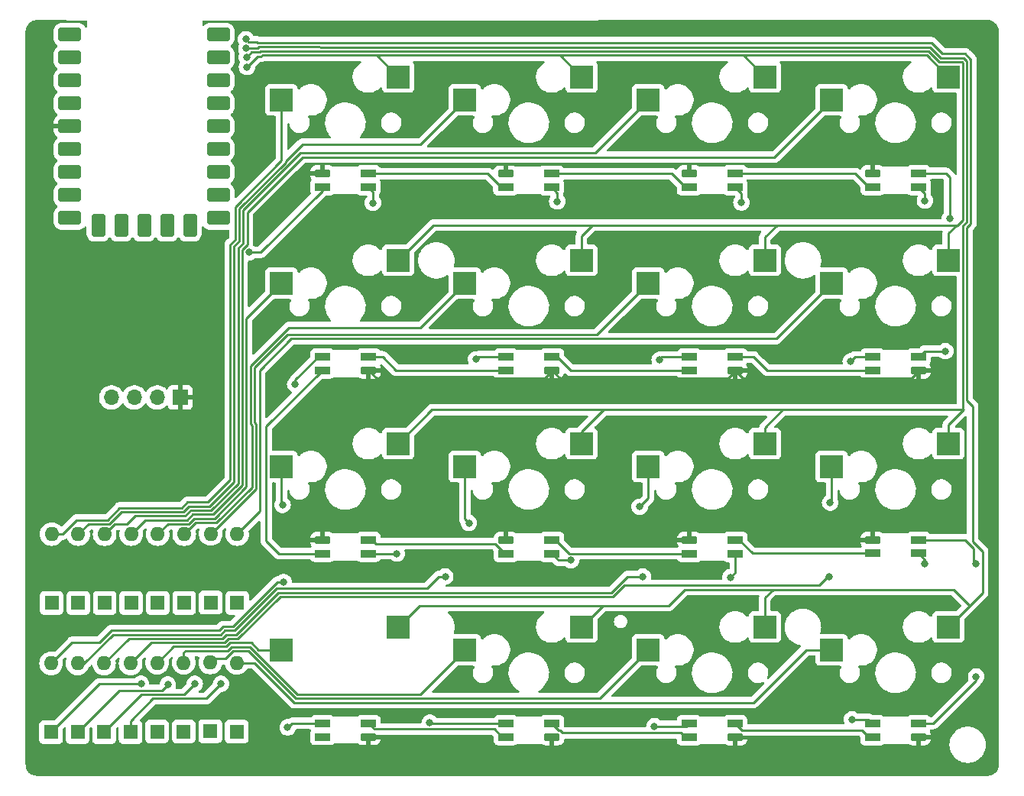
<source format=gbr>
%TF.GenerationSoftware,KiCad,Pcbnew,7.0.7*%
%TF.CreationDate,2023-09-24T17:48:37+02:00*%
%TF.ProjectId,pcb,7063622e-6b69-4636-9164-5f7063625858,rev?*%
%TF.SameCoordinates,Original*%
%TF.FileFunction,Copper,L2,Bot*%
%TF.FilePolarity,Positive*%
%FSLAX46Y46*%
G04 Gerber Fmt 4.6, Leading zero omitted, Abs format (unit mm)*
G04 Created by KiCad (PCBNEW 7.0.7) date 2023-09-24 17:48:37*
%MOMM*%
%LPD*%
G01*
G04 APERTURE LIST*
G04 Aperture macros list*
%AMRoundRect*
0 Rectangle with rounded corners*
0 $1 Rounding radius*
0 $2 $3 $4 $5 $6 $7 $8 $9 X,Y pos of 4 corners*
0 Add a 4 corners polygon primitive as box body*
4,1,4,$2,$3,$4,$5,$6,$7,$8,$9,$2,$3,0*
0 Add four circle primitives for the rounded corners*
1,1,$1+$1,$2,$3*
1,1,$1+$1,$4,$5*
1,1,$1+$1,$6,$7*
1,1,$1+$1,$8,$9*
0 Add four rect primitives between the rounded corners*
20,1,$1+$1,$2,$3,$4,$5,0*
20,1,$1+$1,$4,$5,$6,$7,0*
20,1,$1+$1,$6,$7,$8,$9,0*
20,1,$1+$1,$8,$9,$2,$3,0*%
G04 Aperture macros list end*
%TA.AperFunction,SMDPad,CuDef*%
%ADD10R,2.550000X2.500000*%
%TD*%
%TA.AperFunction,ComponentPad*%
%ADD11RoundRect,0.400000X-0.900000X-0.400000X0.900000X-0.400000X0.900000X0.400000X-0.900000X0.400000X0*%
%TD*%
%TA.AperFunction,ComponentPad*%
%ADD12RoundRect,0.400050X-0.899950X-0.400050X0.899950X-0.400050X0.899950X0.400050X-0.899950X0.400050X0*%
%TD*%
%TA.AperFunction,ComponentPad*%
%ADD13RoundRect,0.400000X-0.400000X-0.900000X0.400000X-0.900000X0.400000X0.900000X-0.400000X0.900000X0*%
%TD*%
%TA.AperFunction,ComponentPad*%
%ADD14RoundRect,0.393700X-0.393700X-0.906300X0.393700X-0.906300X0.393700X0.906300X-0.393700X0.906300X0*%
%TD*%
%TA.AperFunction,ComponentPad*%
%ADD15O,1.600000X1.600000*%
%TD*%
%TA.AperFunction,ComponentPad*%
%ADD16R,1.600000X1.600000*%
%TD*%
%TA.AperFunction,ComponentPad*%
%ADD17O,1.700000X1.700000*%
%TD*%
%TA.AperFunction,ComponentPad*%
%ADD18R,1.700000X1.700000*%
%TD*%
%TA.AperFunction,SMDPad,CuDef*%
%ADD19R,1.700000X0.820000*%
%TD*%
%TA.AperFunction,SMDPad,CuDef*%
%ADD20RoundRect,0.205000X0.645000X0.205000X-0.645000X0.205000X-0.645000X-0.205000X0.645000X-0.205000X0*%
%TD*%
%TA.AperFunction,SMDPad,CuDef*%
%ADD21RoundRect,0.205000X-0.645000X-0.205000X0.645000X-0.205000X0.645000X0.205000X-0.645000X0.205000X0*%
%TD*%
%TA.AperFunction,ViaPad*%
%ADD22C,0.800000*%
%TD*%
%TA.AperFunction,Conductor*%
%ADD23C,0.250000*%
%TD*%
G04 APERTURE END LIST*
D10*
%TO.P,SW16,1,1*%
%TO.N,Net-(D16-A)*%
X150395000Y-144780000D03*
%TO.P,SW16,2,2*%
%TO.N,/COL4*%
X163322000Y-142240000D03*
%TD*%
%TO.P,SW15,1,1*%
%TO.N,Net-(D15-A)*%
X130075000Y-144780000D03*
%TO.P,SW15,2,2*%
%TO.N,/COL4*%
X143002000Y-142240000D03*
%TD*%
%TO.P,SW14,1,1*%
%TO.N,Net-(D14-A)*%
X109755000Y-144780000D03*
%TO.P,SW14,2,2*%
%TO.N,/COL4*%
X122682000Y-142240000D03*
%TD*%
%TO.P,SW13,1,1*%
%TO.N,Net-(D13-A)*%
X89435000Y-144780000D03*
%TO.P,SW13,2,2*%
%TO.N,/COL4*%
X102362000Y-142240000D03*
%TD*%
%TO.P,SW12,1,1*%
%TO.N,Net-(D12-A)*%
X150395000Y-124460000D03*
%TO.P,SW12,2,2*%
%TO.N,/COL3*%
X163322000Y-121920000D03*
%TD*%
%TO.P,SW11,1,1*%
%TO.N,Net-(D11-A)*%
X130075000Y-124460000D03*
%TO.P,SW11,2,2*%
%TO.N,/COL3*%
X143002000Y-121920000D03*
%TD*%
%TO.P,SW10,1,1*%
%TO.N,Net-(D10-A)*%
X109755000Y-124460000D03*
%TO.P,SW10,2,2*%
%TO.N,/COL3*%
X122682000Y-121920000D03*
%TD*%
%TO.P,SW9,1,1*%
%TO.N,Net-(D9-A)*%
X89435000Y-124460000D03*
%TO.P,SW9,2,2*%
%TO.N,/COL3*%
X102362000Y-121920000D03*
%TD*%
%TO.P,SW8,1,1*%
%TO.N,Net-(D8-A)*%
X150395000Y-104140000D03*
%TO.P,SW8,2,2*%
%TO.N,/COL2*%
X163322000Y-101600000D03*
%TD*%
%TO.P,SW7,1,1*%
%TO.N,Net-(D7-A)*%
X130075000Y-104140000D03*
%TO.P,SW7,2,2*%
%TO.N,/COL2*%
X143002000Y-101600000D03*
%TD*%
%TO.P,SW6,1,1*%
%TO.N,Net-(D6-A)*%
X109755000Y-104140000D03*
%TO.P,SW6,2,2*%
%TO.N,/COL2*%
X122682000Y-101600000D03*
%TD*%
%TO.P,SW5,1,1*%
%TO.N,Net-(D5-A)*%
X89435000Y-104140000D03*
%TO.P,SW5,2,2*%
%TO.N,/COL2*%
X102362000Y-101600000D03*
%TD*%
%TO.P,SW4,1,1*%
%TO.N,Net-(D4-A)*%
X150395000Y-83820000D03*
%TO.P,SW4,2,2*%
%TO.N,/COL1*%
X163322000Y-81280000D03*
%TD*%
%TO.P,SW3,1,1*%
%TO.N,Net-(D3-A)*%
X130075000Y-83820000D03*
%TO.P,SW3,2,2*%
%TO.N,/COL1*%
X143002000Y-81280000D03*
%TD*%
%TO.P,SW2,1,1*%
%TO.N,Net-(D2-A)*%
X109755000Y-83820000D03*
%TO.P,SW2,2,2*%
%TO.N,/COL1*%
X122682000Y-81280000D03*
%TD*%
%TO.P,SW1,1,1*%
%TO.N,Net-(D1-A)*%
X89435000Y-83820000D03*
%TO.P,SW1,2,2*%
%TO.N,/COL1*%
X102362000Y-81280000D03*
%TD*%
D11*
%TO.P,U1,1,0*%
%TO.N,/COL4*%
X82436029Y-76594177D03*
%TO.P,U1,2,1*%
%TO.N,/COL3*%
X82436029Y-79134177D03*
%TO.P,U1,3,2*%
%TO.N,/COL2*%
X82436029Y-81674177D03*
%TO.P,U1,4,3*%
%TO.N,/COL1*%
X82436029Y-84214177D03*
%TO.P,U1,5,4*%
%TO.N,unconnected-(U1-4-Pad5)*%
X82436029Y-86754177D03*
D12*
%TO.P,U1,6,5*%
%TO.N,/ROW1*%
X82436029Y-89294177D03*
%TO.P,U1,7,6*%
%TO.N,/ROW2*%
X82436029Y-91834177D03*
%TO.P,U1,8,7*%
%TO.N,/ROW3*%
X82436029Y-94374177D03*
%TO.P,U1,9,8*%
%TO.N,/ROW4*%
X82436029Y-96914177D03*
D13*
%TO.P,U1,10,9*%
%TO.N,/KEY_LEDS*%
X79296029Y-97724177D03*
D14*
%TO.P,U1,11,10*%
%TO.N,unconnected-(U1-10-Pad11)*%
X76756029Y-97724177D03*
%TO.P,U1,12,11*%
%TO.N,unconnected-(U1-11-Pad12)*%
X74216029Y-97724177D03*
%TO.P,U1,13,12*%
%TO.N,unconnected-(U1-12-Pad13)*%
X71676029Y-97724177D03*
%TO.P,U1,14,13*%
%TO.N,unconnected-(U1-13-Pad14)*%
X69136029Y-97724177D03*
D12*
%TO.P,U1,15,14*%
%TO.N,/SDA_OLED*%
X65996029Y-96914177D03*
%TO.P,U1,16,15*%
%TO.N,/SCL_OLED*%
X65996029Y-94374177D03*
%TO.P,U1,17,26*%
%TO.N,unconnected-(U1-26-Pad17)*%
X65996029Y-91834177D03*
%TO.P,U1,18,27*%
%TO.N,unconnected-(U1-27-Pad18)*%
X65996029Y-89294177D03*
%TO.P,U1,19,28*%
%TO.N,unconnected-(U1-28-Pad19)*%
X65996029Y-76594177D03*
%TO.P,U1,20,29*%
%TO.N,unconnected-(U1-29-Pad20)*%
X65996029Y-79134177D03*
%TO.P,U1,21,3V3*%
%TO.N,unconnected-(U1-3V3-Pad21)*%
X65996029Y-81674177D03*
%TO.P,U1,22,GND*%
%TO.N,GND*%
X65996029Y-86754177D03*
%TO.P,U1,23,5V*%
%TO.N,VCC*%
X65996029Y-84214177D03*
%TD*%
D15*
%TO.P,D2,2,A*%
%TO.N,Net-(D2-A)*%
X66913698Y-131953000D03*
D16*
%TO.P,D2,1,K*%
%TO.N,/ROW2*%
X66913698Y-139573000D03*
%TD*%
%TO.P,D7,1,K*%
%TO.N,/ROW3*%
X81601901Y-139540884D03*
D15*
%TO.P,D7,2,A*%
%TO.N,Net-(D7-A)*%
X81601901Y-131920884D03*
%TD*%
%TO.P,D1,2,A*%
%TO.N,Net-(D1-A)*%
X63977148Y-131953000D03*
D16*
%TO.P,D1,1,K*%
%TO.N,/ROW1*%
X63977148Y-139573000D03*
%TD*%
%TO.P,D9,1,K*%
%TO.N,/ROW1*%
X63912456Y-153890711D03*
D15*
%TO.P,D9,2,A*%
%TO.N,Net-(D9-A)*%
X63912456Y-146270711D03*
%TD*%
%TO.P,D16,2,A*%
%TO.N,Net-(D16-A)*%
X84480087Y-146206919D03*
D16*
%TO.P,D16,1,K*%
%TO.N,/ROW4*%
X84480087Y-153826919D03*
%TD*%
%TO.P,D13,1,K*%
%TO.N,/ROW1*%
X75670435Y-153826919D03*
D15*
%TO.P,D13,2,A*%
%TO.N,Net-(D13-A)*%
X75670435Y-146206919D03*
%TD*%
D16*
%TO.P,D5,1,K*%
%TO.N,/ROW1*%
X75723348Y-139573000D03*
D15*
%TO.P,D5,2,A*%
%TO.N,Net-(D5-A)*%
X75723348Y-131953000D03*
%TD*%
D16*
%TO.P,D15,1,K*%
%TO.N,/ROW3*%
X81548988Y-153794803D03*
D15*
%TO.P,D15,2,A*%
%TO.N,Net-(D15-A)*%
X81548988Y-146174803D03*
%TD*%
D16*
%TO.P,D3,1,K*%
%TO.N,/ROW3*%
X69850248Y-139573000D03*
D15*
%TO.P,D3,2,A*%
%TO.N,Net-(D3-A)*%
X69850248Y-131953000D03*
%TD*%
D17*
%TO.P,J1,4,SDA*%
%TO.N,/SDA_OLED*%
X70587982Y-116807570D03*
%TO.P,J1,3,SCL*%
%TO.N,/SCL_OLED*%
X73127982Y-116807570D03*
%TO.P,J1,2,VCC*%
%TO.N,VCC*%
X75667982Y-116807570D03*
D18*
%TO.P,J1,1,GND*%
%TO.N,GND*%
X78207982Y-116807570D03*
%TD*%
D16*
%TO.P,D11,1,K*%
%TO.N,/ROW3*%
X69785556Y-153890711D03*
D15*
%TO.P,D11,2,A*%
%TO.N,Net-(D11-A)*%
X69785556Y-146270711D03*
%TD*%
D16*
%TO.P,D6,1,K*%
%TO.N,/ROW2*%
X78659898Y-139573000D03*
D15*
%TO.P,D6,2,A*%
%TO.N,Net-(D6-A)*%
X78659898Y-131953000D03*
%TD*%
D16*
%TO.P,D10,1,K*%
%TO.N,/ROW2*%
X66849006Y-153890711D03*
D15*
%TO.P,D10,2,A*%
%TO.N,Net-(D10-A)*%
X66849006Y-146270711D03*
%TD*%
D16*
%TO.P,D14,1,K*%
%TO.N,/ROW2*%
X78606985Y-153826919D03*
D15*
%TO.P,D14,2,A*%
%TO.N,Net-(D14-A)*%
X78606985Y-146206919D03*
%TD*%
D16*
%TO.P,D4,1,K*%
%TO.N,/ROW4*%
X72786798Y-139573000D03*
D15*
%TO.P,D4,2,A*%
%TO.N,Net-(D4-A)*%
X72786798Y-131953000D03*
%TD*%
D16*
%TO.P,D12,1,K*%
%TO.N,/ROW4*%
X72725064Y-153890200D03*
D15*
%TO.P,D12,2,A*%
%TO.N,Net-(D12-A)*%
X72725064Y-146270200D03*
%TD*%
D16*
%TO.P,D8,1,K*%
%TO.N,/ROW4*%
X84533000Y-139573000D03*
D15*
%TO.P,D8,2,A*%
%TO.N,Net-(D8-A)*%
X84533000Y-131953000D03*
%TD*%
D19*
%TO.P,LED1,1,VDD*%
%TO.N,VCC*%
X99072745Y-93480807D03*
%TO.P,LED1,2,DOUT*%
%TO.N,Net-(LED1-DOUT)*%
X99072745Y-91980807D03*
D20*
%TO.P,LED1,3,VSS*%
%TO.N,GND*%
X93972745Y-91980807D03*
D19*
%TO.P,LED1,4,DIN*%
%TO.N,/KEY_LEDS*%
X93972745Y-93480807D03*
%TD*%
%TO.P,LED6,4,DIN*%
%TO.N,Net-(LED6-DIN)*%
X119398292Y-112287382D03*
D21*
%TO.P,LED6,3,VSS*%
%TO.N,GND*%
X119398292Y-113787382D03*
D19*
%TO.P,LED6,2,DOUT*%
%TO.N,Net-(LED5-DIN)*%
X114298292Y-113787382D03*
%TO.P,LED6,1,VDD*%
%TO.N,VCC*%
X114298292Y-112287382D03*
%TD*%
%TO.P,LED12,1,VDD*%
%TO.N,VCC*%
X160031742Y-134092349D03*
%TO.P,LED12,2,DOUT*%
%TO.N,Net-(LED12-DOUT)*%
X160031742Y-132592349D03*
D20*
%TO.P,LED12,3,VSS*%
%TO.N,GND*%
X154931742Y-132592349D03*
D19*
%TO.P,LED12,4,DIN*%
%TO.N,Net-(LED11-DOUT)*%
X154931742Y-134092349D03*
%TD*%
%TO.P,LED16,1,VDD*%
%TO.N,VCC*%
X154930844Y-152936667D03*
%TO.P,LED16,2,DOUT*%
%TO.N,Net-(LED15-DIN)*%
X154930844Y-154436667D03*
D21*
%TO.P,LED16,3,VSS*%
%TO.N,GND*%
X160030844Y-154436667D03*
D19*
%TO.P,LED16,4,DIN*%
%TO.N,Net-(LED12-DOUT)*%
X160030844Y-152936667D03*
%TD*%
%TO.P,LED15,1,VDD*%
%TO.N,VCC*%
X134604585Y-152945343D03*
%TO.P,LED15,2,DOUT*%
%TO.N,Net-(LED14-DIN)*%
X134604585Y-154445343D03*
D21*
%TO.P,LED15,3,VSS*%
%TO.N,GND*%
X139704585Y-154445343D03*
D19*
%TO.P,LED15,4,DIN*%
%TO.N,Net-(LED15-DIN)*%
X139704585Y-152945343D03*
%TD*%
%TO.P,LED10,1,VDD*%
%TO.N,VCC*%
X119400820Y-134118680D03*
%TO.P,LED10,2,DOUT*%
%TO.N,Net-(LED10-DOUT)*%
X119400820Y-132618680D03*
D20*
%TO.P,LED10,3,VSS*%
%TO.N,GND*%
X114300820Y-132618680D03*
D19*
%TO.P,LED10,4,DIN*%
%TO.N,Net-(LED10-DIN)*%
X114300820Y-134118680D03*
%TD*%
%TO.P,LED14,1,VDD*%
%TO.N,VCC*%
X114308197Y-152929803D03*
%TO.P,LED14,2,DOUT*%
%TO.N,Net-(LED13-DIN)*%
X114308197Y-154429803D03*
D21*
%TO.P,LED14,3,VSS*%
%TO.N,GND*%
X119408197Y-154429803D03*
D19*
%TO.P,LED14,4,DIN*%
%TO.N,Net-(LED14-DIN)*%
X119408197Y-152929803D03*
%TD*%
%TO.P,LED2,4,DIN*%
%TO.N,Net-(LED1-DOUT)*%
X114263675Y-93504315D03*
D20*
%TO.P,LED2,3,VSS*%
%TO.N,GND*%
X114263675Y-92004315D03*
D19*
%TO.P,LED2,2,DOUT*%
%TO.N,Net-(LED2-DOUT)*%
X119363675Y-92004315D03*
%TO.P,LED2,1,VDD*%
%TO.N,VCC*%
X119363675Y-93504315D03*
%TD*%
%TO.P,LED11,1,VDD*%
%TO.N,VCC*%
X139724454Y-134130388D03*
%TO.P,LED11,2,DOUT*%
%TO.N,Net-(LED11-DOUT)*%
X139724454Y-132630388D03*
D20*
%TO.P,LED11,3,VSS*%
%TO.N,GND*%
X134624454Y-132630388D03*
D19*
%TO.P,LED11,4,DIN*%
%TO.N,Net-(LED10-DOUT)*%
X134624454Y-134130388D03*
%TD*%
%TO.P,LED5,4,DIN*%
%TO.N,Net-(LED5-DIN)*%
X99082527Y-112288793D03*
D21*
%TO.P,LED5,3,VSS*%
%TO.N,GND*%
X99082527Y-113788793D03*
D19*
%TO.P,LED5,2,DOUT*%
%TO.N,Net-(LED5-DOUT)*%
X93982527Y-113788793D03*
%TO.P,LED5,1,VDD*%
%TO.N,VCC*%
X93982527Y-112288793D03*
%TD*%
%TO.P,LED13,1,VDD*%
%TO.N,VCC*%
X93974572Y-152924959D03*
%TO.P,LED13,2,DOUT*%
%TO.N,unconnected-(LED13-DOUT-Pad2)*%
X93974572Y-154424959D03*
D21*
%TO.P,LED13,3,VSS*%
%TO.N,GND*%
X99074572Y-154424959D03*
D19*
%TO.P,LED13,4,DIN*%
%TO.N,Net-(LED13-DIN)*%
X99074572Y-152924959D03*
%TD*%
%TO.P,LED9,1,VDD*%
%TO.N,VCC*%
X99071940Y-134109801D03*
%TO.P,LED9,2,DOUT*%
%TO.N,Net-(LED10-DIN)*%
X99071940Y-132609801D03*
D20*
%TO.P,LED9,3,VSS*%
%TO.N,GND*%
X93971940Y-132609801D03*
D19*
%TO.P,LED9,4,DIN*%
%TO.N,Net-(LED5-DOUT)*%
X93971940Y-134109801D03*
%TD*%
%TO.P,LED8,4,DIN*%
%TO.N,Net-(LED4-DOUT)*%
X160024562Y-112299105D03*
D21*
%TO.P,LED8,3,VSS*%
%TO.N,GND*%
X160024562Y-113799105D03*
D19*
%TO.P,LED8,2,DOUT*%
%TO.N,Net-(LED7-DIN)*%
X154924562Y-113799105D03*
%TO.P,LED8,1,VDD*%
%TO.N,VCC*%
X154924562Y-112299105D03*
%TD*%
%TO.P,LED4,4,DIN*%
%TO.N,Net-(LED3-DOUT)*%
X154932742Y-93471924D03*
D20*
%TO.P,LED4,3,VSS*%
%TO.N,GND*%
X154932742Y-91971924D03*
D19*
%TO.P,LED4,2,DOUT*%
%TO.N,Net-(LED4-DOUT)*%
X160032742Y-91971924D03*
%TO.P,LED4,1,VDD*%
%TO.N,VCC*%
X160032742Y-93471924D03*
%TD*%
%TO.P,LED7,4,DIN*%
%TO.N,Net-(LED7-DIN)*%
X139717592Y-112305140D03*
D21*
%TO.P,LED7,3,VSS*%
%TO.N,GND*%
X139717592Y-113805140D03*
D19*
%TO.P,LED7,2,DOUT*%
%TO.N,Net-(LED6-DIN)*%
X134617592Y-113805140D03*
%TO.P,LED7,1,VDD*%
%TO.N,VCC*%
X134617592Y-112305140D03*
%TD*%
%TO.P,LED3,4,DIN*%
%TO.N,Net-(LED2-DOUT)*%
X134603059Y-93490493D03*
D20*
%TO.P,LED3,3,VSS*%
%TO.N,GND*%
X134603059Y-91990493D03*
D19*
%TO.P,LED3,2,DOUT*%
%TO.N,Net-(LED3-DOUT)*%
X139703059Y-91990493D03*
%TO.P,LED3,1,VDD*%
%TO.N,VCC*%
X139703059Y-93490493D03*
%TD*%
D22*
%TO.N,VCC*%
X152495700Y-112794566D03*
%TO.N,/ROW4*%
X82742294Y-148548432D03*
%TO.N,/ROW3*%
X79824172Y-148526325D03*
%TO.N,/ROW2*%
X76839730Y-148614753D03*
%TO.N,/ROW1*%
X73877395Y-148548432D03*
%TO.N,Net-(D12-A)*%
X150225453Y-128477507D03*
%TO.N,Net-(D11-A)*%
X129120585Y-128927744D03*
%TO.N,Net-(D10-A)*%
X110199373Y-130724766D03*
%TO.N,Net-(D9-A)*%
X89555993Y-128702626D03*
%TO.N,Net-(D12-A)*%
X150075943Y-136677401D03*
%TO.N,Net-(D11-A)*%
X129456520Y-136643399D03*
%TO.N,Net-(D10-A)*%
X107584635Y-136643399D03*
%TO.N,Net-(D9-A)*%
X89669760Y-137254155D03*
%TO.N,VCC*%
X160727883Y-94989410D03*
X140399004Y-95208972D03*
X119992631Y-95079818D03*
X99573344Y-95234803D03*
X131326986Y-112631206D03*
X110998106Y-112579544D03*
X90957672Y-115337707D03*
X160731480Y-135205492D03*
X139166486Y-136739443D03*
X121497591Y-134854888D03*
X102222398Y-134101725D03*
X90122044Y-153370336D03*
X105871049Y-152836988D03*
X130762677Y-153246403D03*
X152656113Y-152475135D03*
%TO.N,Net-(LED12-DOUT)*%
X166401500Y-147745875D03*
X166401500Y-135271769D03*
%TO.N,Net-(LED4-DOUT)*%
X162987009Y-111661488D03*
X163488557Y-96978494D03*
%TO.N,/KEY_LEDS*%
X85813478Y-100722528D03*
%TO.N,/COL1*%
X85617102Y-80179957D03*
%TO.N,/COL2*%
X85571602Y-79102386D03*
%TO.N,/COL3*%
X85541338Y-78103342D03*
%TO.N,/COL4*%
X85498899Y-77104741D03*
%TD*%
D23*
%TO.N,Net-(D1-A)*%
X89435000Y-90565078D02*
X89435000Y-83820000D01*
X84297407Y-95702671D02*
X89435000Y-90565078D01*
X84297407Y-99304105D02*
X84297407Y-95702671D01*
X83738978Y-99862535D02*
X84297407Y-99304105D01*
X83738978Y-125965431D02*
X83738978Y-99862535D01*
X79011507Y-128419411D02*
X81284998Y-128419411D01*
X71502456Y-129028000D02*
X78402918Y-129028000D01*
X66762012Y-130378000D02*
X70152456Y-130378000D01*
X81284998Y-128419411D02*
X83738978Y-125965431D01*
X65187012Y-131953000D02*
X66762012Y-130378000D01*
X70152456Y-130378000D02*
X71502456Y-129028000D01*
X63977148Y-131953000D02*
X65187012Y-131953000D01*
X78402918Y-129028000D02*
X79011507Y-128419411D01*
%TO.N,Net-(D2-A)*%
X104846100Y-88728900D02*
X109755000Y-83820000D01*
X91755164Y-88728900D02*
X104846100Y-88728900D01*
X89885000Y-90599064D02*
X91755164Y-88728900D01*
X89885000Y-90751474D02*
X89885000Y-90599064D01*
X84747407Y-95889067D02*
X89885000Y-90751474D01*
X84747407Y-99490502D02*
X84747407Y-95889067D01*
X84188978Y-100048931D02*
X84747407Y-99490502D01*
X84188978Y-126151827D02*
X84188978Y-100048931D01*
X78589314Y-129478000D02*
X79197903Y-128869411D01*
X71688852Y-129478000D02*
X78589314Y-129478000D01*
X70338852Y-130828000D02*
X71688852Y-129478000D01*
X81471394Y-128869411D02*
X84188978Y-126151827D01*
X68038698Y-130828000D02*
X70338852Y-130828000D01*
X66913698Y-131953000D02*
X68038698Y-130828000D01*
X79197903Y-128869411D02*
X81471394Y-128869411D01*
%TO.N,Net-(D3-A)*%
X124183618Y-89711382D02*
X130075000Y-83820000D01*
X85197407Y-96075463D02*
X91561488Y-89711382D01*
X85197407Y-99676898D02*
X85197407Y-96075463D01*
X84638978Y-100235327D02*
X85197407Y-99676898D01*
X79384299Y-129319411D02*
X81657790Y-129319411D01*
X81657790Y-129319411D02*
X84638978Y-126338223D01*
X78775710Y-129928000D02*
X79384299Y-129319411D01*
X72305281Y-130843526D02*
X73220807Y-129928000D01*
X91561488Y-89711382D02*
X124183618Y-89711382D01*
X73220807Y-129928000D02*
X78775710Y-129928000D01*
X70959722Y-130843526D02*
X72305281Y-130843526D01*
X84638978Y-126338223D02*
X84638978Y-100235327D01*
X69850248Y-131953000D02*
X70959722Y-130843526D01*
%TO.N,Net-(D4-A)*%
X144053618Y-90161382D02*
X150395000Y-83820000D01*
X91747884Y-90161382D02*
X144053618Y-90161382D01*
X85647407Y-96261859D02*
X91747884Y-90161382D01*
X85647407Y-99863294D02*
X85647407Y-96261859D01*
X85088978Y-126524619D02*
X85088978Y-100421723D01*
X81844186Y-129769411D02*
X85088978Y-126524619D01*
X79570695Y-129769411D02*
X81844186Y-129769411D01*
X78962106Y-130378000D02*
X79570695Y-129769411D01*
X72786798Y-131953000D02*
X74361798Y-130378000D01*
X74361798Y-130378000D02*
X78962106Y-130378000D01*
X85088978Y-100421723D02*
X85647407Y-99863294D01*
%TO.N,/COL4*%
X143912307Y-138074929D02*
X148692505Y-138074929D01*
X143002000Y-138985236D02*
X143912307Y-138074929D01*
X143002000Y-142240000D02*
X143002000Y-138985236D01*
X163918530Y-138074929D02*
X165702801Y-139859200D01*
X148692505Y-138074929D02*
X163918530Y-138074929D01*
X134103766Y-138074929D02*
X148692505Y-138074929D01*
X132319495Y-139859200D02*
X134103766Y-138074929D01*
%TO.N,Net-(D12-A)*%
X83108787Y-143972987D02*
X77267971Y-143972987D01*
X83537683Y-143544091D02*
X83108787Y-143972987D01*
X89289582Y-138878655D02*
X84624146Y-143544091D01*
X126170361Y-138878655D02*
X89289582Y-138878655D01*
X127424087Y-137624929D02*
X126170361Y-138878655D01*
X149936352Y-136677401D02*
X148988824Y-137624929D01*
X148988824Y-137624929D02*
X127424087Y-137624929D01*
X150075943Y-136677401D02*
X149936352Y-136677401D01*
X84624146Y-143544091D02*
X83537683Y-143544091D01*
%TO.N,Net-(D10-A)*%
X109755000Y-130280393D02*
X109755000Y-124460000D01*
X110199373Y-130724766D02*
X109755000Y-130280393D01*
%TO.N,Net-(D16-A)*%
X141701404Y-150613807D02*
X147535211Y-144780000D01*
X147535211Y-144780000D02*
X150395000Y-144780000D01*
X90821015Y-150613807D02*
X141701404Y-150613807D01*
X86414127Y-146206919D02*
X90821015Y-150613807D01*
X84480087Y-146206919D02*
X86414127Y-146206919D01*
%TO.N,Net-(D9-A)*%
X66243633Y-143939534D02*
X69281447Y-143939534D01*
X63912456Y-146270711D02*
X66243633Y-143939534D01*
X70597994Y-142622987D02*
X69281447Y-143939534D01*
X82549599Y-142622987D02*
X70597994Y-142622987D01*
X84064958Y-142194091D02*
X82978495Y-142194091D01*
X89004894Y-137254155D02*
X84064958Y-142194091D01*
X82978495Y-142194091D02*
X82549599Y-142622987D01*
X89669760Y-137254155D02*
X89004894Y-137254155D01*
%TO.N,Net-(D10-A)*%
X67586666Y-146270711D02*
X66849006Y-146270711D01*
X83164891Y-142644091D02*
X82735995Y-143072987D01*
X84251354Y-142644091D02*
X83164891Y-142644091D01*
X70784390Y-143072987D02*
X67586666Y-146270711D01*
X88916790Y-137978655D02*
X84251354Y-142644091D01*
X106889472Y-136643399D02*
X105554216Y-137978655D01*
X105554216Y-137978655D02*
X88916790Y-137978655D01*
X82735995Y-143072987D02*
X70784390Y-143072987D01*
X107584635Y-136643399D02*
X106889472Y-136643399D01*
%TO.N,Net-(D11-A)*%
X82922391Y-143522987D02*
X72533280Y-143522987D01*
X83351287Y-143094091D02*
X82922391Y-143522987D01*
X125983965Y-138428655D02*
X89103186Y-138428655D01*
X89103186Y-138428655D02*
X84437750Y-143094091D01*
X127769221Y-136643399D02*
X125983965Y-138428655D01*
X84437750Y-143094091D02*
X83351287Y-143094091D01*
X129456520Y-136643399D02*
X127769221Y-136643399D01*
X72533280Y-143522987D02*
X69785556Y-146270711D01*
%TO.N,Net-(D12-A)*%
X75022277Y-143972987D02*
X77469942Y-143972987D01*
X72725064Y-146270200D02*
X75022277Y-143972987D01*
%TO.N,Net-(D13-A)*%
X86896396Y-144780000D02*
X89435000Y-144780000D01*
X86110487Y-143994091D02*
X86896396Y-144780000D01*
X83295183Y-144422987D02*
X83724079Y-143994091D01*
X77454367Y-144422987D02*
X83295183Y-144422987D01*
X83724079Y-143994091D02*
X86110487Y-143994091D01*
X75670435Y-146206919D02*
X77454367Y-144422987D01*
%TO.N,Net-(D14-A)*%
X104846100Y-149688900D02*
X109755000Y-144780000D01*
X85924091Y-144444091D02*
X91168900Y-149688900D01*
X83910475Y-144444091D02*
X85924091Y-144444091D01*
X91168900Y-149688900D02*
X104846100Y-149688900D01*
X78799548Y-144872987D02*
X83481579Y-144872987D01*
X78606985Y-145065550D02*
X78799548Y-144872987D01*
X83481579Y-144872987D02*
X83910475Y-144444091D01*
X78606985Y-146206919D02*
X78606985Y-145065550D01*
%TO.N,Net-(D15-A)*%
X90982504Y-150138900D02*
X124716100Y-150138900D01*
X85737695Y-144894091D02*
X90982504Y-150138900D01*
X84096871Y-144894091D02*
X85737695Y-144894091D01*
X81965279Y-145758512D02*
X83232450Y-145758512D01*
X83232450Y-145758512D02*
X84096871Y-144894091D01*
X124716100Y-150138900D02*
X130075000Y-144780000D01*
X81548988Y-146174803D02*
X81965279Y-145758512D01*
%TO.N,Net-(D5-A)*%
X82030582Y-130219411D02*
X85538978Y-126711015D01*
X85538978Y-126711015D02*
X85538978Y-108036022D01*
X85538978Y-108036022D02*
X89435000Y-104140000D01*
X79757091Y-130219411D02*
X82030582Y-130219411D01*
X79148502Y-130828000D02*
X79757091Y-130219411D01*
X76848348Y-130828000D02*
X79148502Y-130828000D01*
X75723348Y-131953000D02*
X76848348Y-130828000D01*
%TO.N,Net-(D6-A)*%
X104846100Y-109048900D02*
X109755000Y-104140000D01*
X90240314Y-109048900D02*
X104846100Y-109048900D01*
X85988978Y-119779913D02*
X85988978Y-113300236D01*
X86154191Y-119945126D02*
X85988978Y-119779913D01*
X82216978Y-130669411D02*
X86154191Y-126732198D01*
X79943487Y-130669411D02*
X82216978Y-130669411D01*
X85988978Y-113300236D02*
X90240314Y-109048900D01*
X78659898Y-131953000D02*
X79943487Y-130669411D01*
X86154191Y-126732198D02*
X86154191Y-119945126D01*
%TO.N,Net-(D7-A)*%
X86438978Y-113486632D02*
X90076099Y-109849511D01*
X86438978Y-119593517D02*
X86438978Y-113486632D01*
X90076099Y-109849511D02*
X124365489Y-109849511D01*
X86604191Y-126918594D02*
X86604191Y-119758730D01*
X86604191Y-119758730D02*
X86438978Y-119593517D01*
X124365489Y-109849511D02*
X130075000Y-104140000D01*
X81601901Y-131920884D02*
X86604191Y-126918594D01*
%TO.N,Net-(D8-A)*%
X144235489Y-110299511D02*
X150395000Y-104140000D01*
X87010790Y-113797643D02*
X90508922Y-110299511D01*
X87054191Y-129431809D02*
X87054191Y-119572334D01*
X90508922Y-110299511D02*
X144235489Y-110299511D01*
X84533000Y-131953000D02*
X87054191Y-129431809D01*
X87054191Y-119572334D02*
X87010790Y-119528933D01*
X87010790Y-119528933D02*
X87010790Y-113797643D01*
%TO.N,VCC*%
X114295588Y-152942412D02*
X114308197Y-152929803D01*
X105871049Y-152836988D02*
X105976473Y-152942412D01*
X105976473Y-152942412D02*
X114295588Y-152942412D01*
%TO.N,Net-(LED13-DIN)*%
X112999882Y-153561488D02*
X99711101Y-153561488D01*
X113868197Y-154429803D02*
X112999882Y-153561488D01*
X99711101Y-153561488D02*
X99074572Y-152924959D01*
X114308197Y-154429803D02*
X113868197Y-154429803D01*
%TO.N,VCC*%
X134311071Y-153238857D02*
X134604585Y-152945343D01*
X130770223Y-153238857D02*
X134311071Y-153238857D01*
X130762677Y-153246403D02*
X130770223Y-153238857D01*
X120137028Y-134854888D02*
X119400820Y-134118680D01*
X121497591Y-134854888D02*
X120137028Y-134854888D01*
X102222398Y-134101725D02*
X102214322Y-134109801D01*
X102214322Y-134109801D02*
X99071940Y-134109801D01*
%TO.N,Net-(LED10-DIN)*%
X114201287Y-134118680D02*
X114300820Y-134118680D01*
X113086879Y-133004272D02*
X114201287Y-134118680D01*
X99906411Y-133004272D02*
X113086879Y-133004272D01*
X99511940Y-132609801D02*
X99906411Y-133004272D01*
X99071940Y-132609801D02*
X99511940Y-132609801D01*
%TO.N,VCC*%
X139724454Y-136181475D02*
X139724454Y-134130388D01*
X139166486Y-136739443D02*
X139724454Y-136181475D01*
%TO.N,Net-(D12-A)*%
X150075943Y-136677401D02*
X150099997Y-136653347D01*
%TO.N,/COL3*%
X164922000Y-118084301D02*
X164995902Y-118158203D01*
X164922000Y-97793568D02*
X164922000Y-118084301D01*
X165372000Y-97343568D02*
X164922000Y-97793568D01*
X165372000Y-79518604D02*
X165372000Y-97343568D01*
X165015424Y-79162028D02*
X165372000Y-79518604D01*
X89179205Y-77942927D02*
X98183180Y-77976855D01*
X98183180Y-77976855D02*
X161291647Y-77976855D01*
X86983469Y-77942927D02*
X89179205Y-77942927D01*
X161291647Y-77976855D02*
X162476820Y-79162028D01*
X86823054Y-78103342D02*
X86983469Y-77942927D01*
X162476820Y-79162028D02*
X165015424Y-79162028D01*
X85541338Y-78103342D02*
X86823054Y-78103342D01*
%TO.N,/COL4*%
X167126500Y-138435501D02*
X165702801Y-139859200D01*
X167126500Y-133890794D02*
X167126500Y-138435501D01*
X166020703Y-132784997D02*
X167126500Y-133890794D01*
X165372000Y-117121095D02*
X166020703Y-117769798D01*
X165372000Y-97979964D02*
X165372000Y-117121095D01*
X165822000Y-97529964D02*
X165372000Y-97979964D01*
X165822000Y-79332208D02*
X165822000Y-97529964D01*
X165201820Y-78712028D02*
X165822000Y-79332208D01*
X86797073Y-77492927D02*
X161444115Y-77492927D01*
X166020703Y-117769798D02*
X166020703Y-132784997D01*
X86682488Y-77378342D02*
X86797073Y-77492927D01*
X162663216Y-78712028D02*
X165201820Y-78712028D01*
X85498899Y-77104741D02*
X85772500Y-77378342D01*
X85772500Y-77378342D02*
X86682488Y-77378342D01*
X161444115Y-77492927D02*
X162663216Y-78712028D01*
%TO.N,/COL2*%
X164376178Y-97702994D02*
X164232934Y-97702994D01*
X164922000Y-97157172D02*
X164376178Y-97702994D01*
X161105251Y-78426855D02*
X162290424Y-79612028D01*
X87135937Y-78426855D02*
X161105251Y-78426855D01*
X87009450Y-78553342D02*
X87135937Y-78426855D01*
X162290424Y-79612028D02*
X164829028Y-79612028D01*
X164829028Y-79612028D02*
X164922000Y-79705000D01*
X164922000Y-79705000D02*
X164922000Y-97157172D01*
X85571602Y-79102386D02*
X86120646Y-78553342D01*
X86120646Y-78553342D02*
X87009450Y-78553342D01*
%TO.N,Net-(LED12-DOUT)*%
X166401500Y-147745875D02*
X166401500Y-148189899D01*
X161654732Y-152936667D02*
X160030844Y-152936667D01*
X166401500Y-148189899D02*
X161654732Y-152936667D01*
X166128312Y-133529002D02*
X165191659Y-132592349D01*
X166401500Y-135271769D02*
X166128312Y-134998581D01*
X166128312Y-134998581D02*
X166128312Y-133529002D01*
X165191659Y-132592349D02*
X160031742Y-132592349D01*
%TO.N,GND*%
X160024562Y-113875882D02*
X160024562Y-113799105D01*
X140586557Y-114674105D02*
X159226339Y-114674105D01*
X139717592Y-113805140D02*
X140586557Y-114674105D01*
X159226339Y-114674105D02*
X160024562Y-113875882D01*
X120291050Y-114680140D02*
X119398292Y-113787382D01*
X139717592Y-113881917D02*
X138919369Y-114680140D01*
X138919369Y-114680140D02*
X120291050Y-114680140D01*
X139717592Y-113805140D02*
X139717592Y-113881917D01*
X118600069Y-114662382D02*
X119398292Y-113864159D01*
X119398292Y-113864159D02*
X119398292Y-113787382D01*
X99956116Y-114662382D02*
X118600069Y-114662382D01*
X99082527Y-113788793D02*
X99956116Y-114662382D01*
%TO.N,VCC*%
X154920367Y-112303300D02*
X154924562Y-112299105D01*
X152986966Y-112303300D02*
X154920367Y-112303300D01*
X152495700Y-112794566D02*
X152986966Y-112303300D01*
%TO.N,/ROW4*%
X72725064Y-152663099D02*
X72725064Y-153890200D01*
X75214731Y-150173432D02*
X72725064Y-152663099D01*
X81117294Y-150173432D02*
X75214731Y-150173432D01*
X82742294Y-148548432D02*
X81117294Y-150173432D01*
%TO.N,/ROW3*%
X73952835Y-149723432D02*
X69785556Y-153890711D01*
X78627065Y-149723432D02*
X73952835Y-149723432D01*
X79824172Y-148526325D02*
X78627065Y-149723432D01*
%TO.N,/ROW2*%
X71466285Y-149273432D02*
X66849006Y-153890711D01*
X76181051Y-149273432D02*
X71466285Y-149273432D01*
X76839730Y-148614753D02*
X76181051Y-149273432D01*
%TO.N,/ROW1*%
X73877395Y-148548432D02*
X69254735Y-148548432D01*
X69254735Y-148548432D02*
X63912456Y-153890711D01*
%TO.N,/KEY_LEDS*%
X87129090Y-100722528D02*
X93972745Y-93878873D01*
X93972745Y-93878873D02*
X93972745Y-93480807D01*
X85813478Y-100722528D02*
X87129090Y-100722528D01*
%TO.N,Net-(D9-A)*%
X89435000Y-128581633D02*
X89435000Y-124460000D01*
X89555993Y-128702626D02*
X89435000Y-128581633D01*
%TO.N,Net-(D11-A)*%
X129120585Y-128927744D02*
X130075000Y-127973329D01*
X130075000Y-127973329D02*
X130075000Y-124460000D01*
%TO.N,Net-(D12-A)*%
X150395000Y-128307960D02*
X150395000Y-124460000D01*
X150225453Y-128477507D02*
X150395000Y-128307960D01*
%TO.N,Net-(LED5-DOUT)*%
X87735221Y-120036099D02*
X87735221Y-132662402D01*
X87735221Y-132662402D02*
X89182620Y-134109801D01*
X89182620Y-134109801D02*
X93971940Y-134109801D01*
X93982527Y-113788793D02*
X87735221Y-120036099D01*
%TO.N,VCC*%
X99573344Y-93981406D02*
X99072745Y-93480807D01*
X99573344Y-95234803D02*
X99573344Y-93981406D01*
X160727883Y-94167065D02*
X160032742Y-93471924D01*
X160727883Y-94989410D02*
X160727883Y-94167065D01*
X140399004Y-94186438D02*
X139703059Y-93490493D01*
X140399004Y-95208972D02*
X140399004Y-94186438D01*
X119992631Y-94133271D02*
X119363675Y-93504315D01*
X119992631Y-95079818D02*
X119992631Y-94133271D01*
%TO.N,Net-(LED4-DOUT)*%
X163058046Y-91971924D02*
X160032742Y-91971924D01*
X163488557Y-92402435D02*
X163058046Y-91971924D01*
X163488557Y-96978494D02*
X163488557Y-92402435D01*
X160662179Y-111661488D02*
X160024562Y-112299105D01*
X162987009Y-111661488D02*
X160662179Y-111661488D01*
%TO.N,Net-(LED7-DIN)*%
X141753487Y-112305140D02*
X139717592Y-112305140D01*
X143246547Y-113798200D02*
X141753487Y-112305140D01*
X154923657Y-113798200D02*
X143246547Y-113798200D01*
X154924562Y-113799105D02*
X154923657Y-113798200D01*
%TO.N,VCC*%
X131262409Y-112631206D02*
X131339901Y-112553714D01*
X131326986Y-112631206D02*
X131262409Y-112631206D01*
X131326986Y-112566629D02*
X131326986Y-112631206D01*
X131588475Y-112305140D02*
X131326986Y-112566629D01*
X134617592Y-112305140D02*
X131588475Y-112305140D01*
%TO.N,Net-(LED6-DIN)*%
X119979219Y-112287382D02*
X119398292Y-112287382D01*
X121496977Y-113805140D02*
X119979219Y-112287382D01*
X134617592Y-113805140D02*
X121496977Y-113805140D01*
%TO.N,VCC*%
X111290268Y-112287382D02*
X114298292Y-112287382D01*
X110998106Y-112579544D02*
X111290268Y-112287382D01*
%TO.N,Net-(LED5-DIN)*%
X100633322Y-112288793D02*
X99082527Y-112288793D01*
X102131911Y-113787382D02*
X100633322Y-112288793D01*
X114298292Y-113787382D02*
X102131911Y-113787382D01*
%TO.N,VCC*%
X93542527Y-112288793D02*
X93982527Y-112288793D01*
X90957672Y-114873648D02*
X93542527Y-112288793D01*
X90957672Y-115337707D02*
X90957672Y-114873648D01*
X160731480Y-134792087D02*
X160031742Y-134092349D01*
X160731480Y-135205492D02*
X160731480Y-134792087D01*
X90122044Y-153428455D02*
X90228596Y-153321903D01*
X90122044Y-153370336D02*
X90122044Y-153428455D01*
X90180163Y-153370336D02*
X90122044Y-153370336D01*
X90625540Y-152924959D02*
X90180163Y-153370336D01*
X93974572Y-152924959D02*
X90625540Y-152924959D01*
%TO.N,Net-(LED14-DIN)*%
X120173197Y-153694803D02*
X119408197Y-152929803D01*
X120548830Y-153970903D02*
X120272730Y-153694803D01*
X133690145Y-153970903D02*
X120548830Y-153970903D01*
X134164585Y-154445343D02*
X133690145Y-153970903D01*
X120272730Y-153694803D02*
X120173197Y-153694803D01*
X134604585Y-154445343D02*
X134164585Y-154445343D01*
%TO.N,VCC*%
X154469312Y-152475135D02*
X154930844Y-152936667D01*
X152656113Y-152475135D02*
X154469312Y-152475135D01*
%TO.N,Net-(LED15-DIN)*%
X140435512Y-153676270D02*
X139704585Y-152945343D01*
X153730447Y-153676270D02*
X140435512Y-153676270D01*
X154490844Y-154436667D02*
X153730447Y-153676270D01*
X154930844Y-154436667D02*
X154490844Y-154436667D01*
%TO.N,Net-(LED11-DOUT)*%
X141626415Y-134092349D02*
X154931742Y-134092349D01*
X140164454Y-132630388D02*
X141626415Y-134092349D01*
X139724454Y-132630388D02*
X140164454Y-132630388D01*
%TO.N,Net-(LED10-DOUT)*%
X121352528Y-134130388D02*
X134624454Y-134130388D01*
X119840820Y-132618680D02*
X121352528Y-134130388D01*
X119400820Y-132618680D02*
X119840820Y-132618680D01*
%TO.N,Net-(LED1-DOUT)*%
X113823675Y-93504315D02*
X112300167Y-91980807D01*
X112300167Y-91980807D02*
X99072745Y-91980807D01*
X114263675Y-93504315D02*
X113823675Y-93504315D01*
%TO.N,Net-(LED2-DOUT)*%
X132676881Y-92004315D02*
X119363675Y-92004315D01*
X134603059Y-93490493D02*
X134163059Y-93490493D01*
X134163059Y-93490493D02*
X132676881Y-92004315D01*
%TO.N,Net-(LED3-DOUT)*%
X153011311Y-91990493D02*
X139703059Y-91990493D01*
X154492742Y-93471924D02*
X153011311Y-91990493D01*
X154932742Y-93471924D02*
X154492742Y-93471924D01*
%TO.N,/COL1*%
X117985222Y-78876855D02*
X98181186Y-78876855D01*
X136078248Y-78876855D02*
X117985222Y-78876855D01*
X102362000Y-81280000D02*
X99958855Y-78876855D01*
X86793717Y-79003342D02*
X85617102Y-80179957D01*
X160918855Y-78876855D02*
X136078248Y-78876855D01*
X143002000Y-81280000D02*
X140598855Y-78876855D01*
X85617102Y-80179957D02*
X85614106Y-80145400D01*
X99958855Y-78876855D02*
X98181186Y-78876855D01*
X163322000Y-81280000D02*
X160918855Y-78876855D01*
X162758029Y-82281971D02*
X162758029Y-81047371D01*
X87195846Y-79003342D02*
X86793717Y-79003342D01*
X87322333Y-78876855D02*
X87195846Y-79003342D01*
X120278855Y-78876855D02*
X117985222Y-78876855D01*
X122682000Y-81280000D02*
X120278855Y-78876855D01*
X98181186Y-78876855D02*
X87322333Y-78876855D01*
X140598855Y-78876855D02*
X136078248Y-78876855D01*
%TO.N,/COL2*%
X123872502Y-97702994D02*
X144331819Y-97702994D01*
X122682000Y-101600000D02*
X122682000Y-98893496D01*
X143002000Y-101600000D02*
X143002000Y-99032813D01*
X102362000Y-101600000D02*
X106259006Y-97702994D01*
X163322000Y-98613928D02*
X164232934Y-97702994D01*
X106259006Y-97702994D02*
X107223521Y-97702994D01*
X143002000Y-99032813D02*
X144331819Y-97702994D01*
X163322000Y-101600000D02*
X163322000Y-98613928D01*
X144331819Y-97702994D02*
X164232934Y-97702994D01*
X122682000Y-98893496D02*
X123872502Y-97702994D01*
X107223521Y-97702994D02*
X123872502Y-97702994D01*
%TO.N,/COL3*%
X163322000Y-119832105D02*
X164995902Y-118158203D01*
X102362000Y-121920000D02*
X106123797Y-118158203D01*
X143002000Y-120129642D02*
X144973439Y-118158203D01*
X144973439Y-118158203D02*
X164995902Y-118158203D01*
X122682000Y-120609201D02*
X125132998Y-118158203D01*
X106123797Y-118158203D02*
X107021773Y-118158203D01*
X107021773Y-118158203D02*
X125132998Y-118158203D01*
X122682000Y-121920000D02*
X122682000Y-120609201D01*
X163322000Y-121920000D02*
X163322000Y-119832105D01*
X125132998Y-118158203D02*
X144973439Y-118158203D01*
X143002000Y-121920000D02*
X143002000Y-120129642D01*
%TO.N,/COL4*%
X125062800Y-139859200D02*
X132319495Y-139859200D01*
X102362000Y-142240000D02*
X104742800Y-139859200D01*
X104742800Y-139859200D02*
X132319495Y-139859200D01*
X85498899Y-77104741D02*
X85498899Y-76860090D01*
X122682000Y-142240000D02*
X125062800Y-139859200D01*
X165702801Y-139859200D02*
X163322000Y-142240000D01*
%TD*%
%TA.AperFunction,Conductor*%
%TO.N,GND*%
G36*
X167642499Y-74930697D02*
G01*
X167654213Y-74931618D01*
X167696966Y-74934983D01*
X167837436Y-74947273D01*
X167855841Y-74950270D01*
X167936020Y-74969520D01*
X168003703Y-74987656D01*
X168046655Y-74999165D01*
X168054466Y-75001816D01*
X168140959Y-75037643D01*
X168239924Y-75083791D01*
X168246187Y-75087157D01*
X168326761Y-75136533D01*
X168329941Y-75138618D01*
X168416548Y-75199261D01*
X168421331Y-75202964D01*
X168493801Y-75264859D01*
X168497421Y-75268205D01*
X168571792Y-75342576D01*
X168575139Y-75346197D01*
X168637034Y-75418667D01*
X168640737Y-75423450D01*
X168643960Y-75428053D01*
X168698166Y-75505467D01*
X168701366Y-75510036D01*
X168703476Y-75513254D01*
X168752835Y-75593800D01*
X168756215Y-75600090D01*
X168802358Y-75699043D01*
X168838182Y-75785531D01*
X168840833Y-75793343D01*
X168870485Y-75904002D01*
X168889725Y-75984143D01*
X168892726Y-76002574D01*
X168905020Y-76143083D01*
X168909306Y-76197545D01*
X168909500Y-76202470D01*
X168909500Y-157477529D01*
X168909306Y-157482455D01*
X168906836Y-157513836D01*
X168905020Y-157536916D01*
X168892726Y-157677424D01*
X168889725Y-157695855D01*
X168870485Y-157775997D01*
X168840833Y-157886656D01*
X168838182Y-157894466D01*
X168802358Y-157980956D01*
X168756215Y-158079908D01*
X168752831Y-158086206D01*
X168703477Y-158166743D01*
X168701366Y-158169962D01*
X168640737Y-158256548D01*
X168637034Y-158261331D01*
X168575139Y-158333801D01*
X168571780Y-158337435D01*
X168497435Y-158411780D01*
X168493801Y-158415139D01*
X168421331Y-158477034D01*
X168416548Y-158480737D01*
X168329962Y-158541366D01*
X168326743Y-158543477D01*
X168246206Y-158592831D01*
X168239908Y-158596215D01*
X168140956Y-158642358D01*
X168054466Y-158678182D01*
X168046656Y-158680833D01*
X167935997Y-158710485D01*
X167855855Y-158729725D01*
X167837424Y-158732726D01*
X167696916Y-158745020D01*
X167675219Y-158746728D01*
X167642454Y-158749306D01*
X167637530Y-158749500D01*
X62359470Y-158749500D01*
X62354545Y-158749306D01*
X62319694Y-158746563D01*
X62300083Y-158745020D01*
X62159574Y-158732726D01*
X62141143Y-158729725D01*
X62061002Y-158710485D01*
X61950343Y-158680833D01*
X61942531Y-158678182D01*
X61856043Y-158642358D01*
X61757090Y-158596215D01*
X61750800Y-158592835D01*
X61670254Y-158543476D01*
X61667036Y-158541366D01*
X61580450Y-158480737D01*
X61575667Y-158477034D01*
X61503197Y-158415139D01*
X61499576Y-158411792D01*
X61425205Y-158337421D01*
X61421859Y-158333801D01*
X61359964Y-158261331D01*
X61356261Y-158256548D01*
X61295618Y-158169941D01*
X61293533Y-158166761D01*
X61244157Y-158086187D01*
X61240791Y-158079924D01*
X61194642Y-157980956D01*
X61158816Y-157894466D01*
X61156165Y-157886655D01*
X61126515Y-157775997D01*
X61107274Y-157695856D01*
X61104273Y-157677438D01*
X61091979Y-157536916D01*
X61087692Y-157482442D01*
X61087499Y-157477544D01*
X61087272Y-154739360D01*
X62603956Y-154739360D01*
X62610465Y-154799907D01*
X62610467Y-154799915D01*
X62661566Y-154936913D01*
X62661568Y-154936918D01*
X62749194Y-155053972D01*
X62866248Y-155141598D01*
X62866250Y-155141599D01*
X62866252Y-155141600D01*
X62912447Y-155158830D01*
X63003251Y-155192699D01*
X63003259Y-155192701D01*
X63063806Y-155199210D01*
X63063811Y-155199210D01*
X63063818Y-155199211D01*
X63063824Y-155199211D01*
X64761088Y-155199211D01*
X64761094Y-155199211D01*
X64761101Y-155199210D01*
X64761105Y-155199210D01*
X64821652Y-155192701D01*
X64821655Y-155192700D01*
X64821657Y-155192700D01*
X64823025Y-155192190D01*
X64840501Y-155185671D01*
X64958660Y-155141600D01*
X64959346Y-155141087D01*
X65075717Y-155053972D01*
X65163343Y-154936918D01*
X65163343Y-154936917D01*
X65163345Y-154936915D01*
X65214445Y-154799912D01*
X65214501Y-154799396D01*
X65220955Y-154739360D01*
X65220956Y-154739343D01*
X65220956Y-153530305D01*
X65240958Y-153462184D01*
X65257861Y-153441210D01*
X65325410Y-153373661D01*
X65387722Y-153339635D01*
X65458537Y-153344700D01*
X65515373Y-153387247D01*
X65540184Y-153453767D01*
X65540505Y-153462756D01*
X65540505Y-154739343D01*
X65540506Y-154739360D01*
X65547015Y-154799907D01*
X65547017Y-154799915D01*
X65598116Y-154936913D01*
X65598118Y-154936918D01*
X65685744Y-155053972D01*
X65802798Y-155141598D01*
X65802800Y-155141599D01*
X65802802Y-155141600D01*
X65848997Y-155158830D01*
X65939801Y-155192699D01*
X65939809Y-155192701D01*
X66000356Y-155199210D01*
X66000361Y-155199210D01*
X66000368Y-155199211D01*
X66000374Y-155199211D01*
X67697638Y-155199211D01*
X67697644Y-155199211D01*
X67697651Y-155199210D01*
X67697655Y-155199210D01*
X67758202Y-155192701D01*
X67758205Y-155192700D01*
X67758207Y-155192700D01*
X67759575Y-155192190D01*
X67777051Y-155185671D01*
X67895210Y-155141600D01*
X67895896Y-155141087D01*
X68012267Y-155053972D01*
X68099893Y-154936918D01*
X68099893Y-154936917D01*
X68099895Y-154936915D01*
X68150995Y-154799912D01*
X68151051Y-154799396D01*
X68157505Y-154739360D01*
X68157506Y-154739343D01*
X68157506Y-153530305D01*
X68177508Y-153462184D01*
X68194411Y-153441210D01*
X68261961Y-153373660D01*
X68324273Y-153339634D01*
X68395088Y-153344699D01*
X68451924Y-153387246D01*
X68476735Y-153453766D01*
X68477056Y-153462755D01*
X68477056Y-154739360D01*
X68483565Y-154799907D01*
X68483567Y-154799915D01*
X68534666Y-154936913D01*
X68534668Y-154936918D01*
X68622294Y-155053972D01*
X68739348Y-155141598D01*
X68739350Y-155141599D01*
X68739352Y-155141600D01*
X68785547Y-155158830D01*
X68876351Y-155192699D01*
X68876359Y-155192701D01*
X68936906Y-155199210D01*
X68936911Y-155199210D01*
X68936918Y-155199211D01*
X68936924Y-155199211D01*
X70634188Y-155199211D01*
X70634194Y-155199211D01*
X70634201Y-155199210D01*
X70634205Y-155199210D01*
X70694752Y-155192701D01*
X70694755Y-155192700D01*
X70694757Y-155192700D01*
X70696125Y-155192190D01*
X70713601Y-155185671D01*
X70831760Y-155141600D01*
X70832446Y-155141087D01*
X70948817Y-155053972D01*
X71036443Y-154936918D01*
X71036443Y-154936917D01*
X71036445Y-154936915D01*
X71087545Y-154799912D01*
X71087601Y-154799396D01*
X71094055Y-154739360D01*
X71094056Y-154739343D01*
X71094056Y-153530305D01*
X71114058Y-153462184D01*
X71130961Y-153441210D01*
X71201469Y-153370702D01*
X71263781Y-153336676D01*
X71334596Y-153341741D01*
X71391432Y-153384288D01*
X71416243Y-153450808D01*
X71416564Y-153459797D01*
X71416564Y-154738849D01*
X71423073Y-154799396D01*
X71423075Y-154799404D01*
X71474174Y-154936402D01*
X71474176Y-154936407D01*
X71561802Y-155053461D01*
X71678856Y-155141087D01*
X71678858Y-155141088D01*
X71678860Y-155141089D01*
X71726425Y-155158830D01*
X71815859Y-155192188D01*
X71815867Y-155192190D01*
X71876414Y-155198699D01*
X71876419Y-155198699D01*
X71876426Y-155198700D01*
X71876432Y-155198700D01*
X73573696Y-155198700D01*
X73573702Y-155198700D01*
X73573709Y-155198699D01*
X73573713Y-155198699D01*
X73634260Y-155192190D01*
X73634263Y-155192189D01*
X73634265Y-155192189D01*
X73647620Y-155187208D01*
X73653109Y-155185160D01*
X73771268Y-155141089D01*
X73778843Y-155135419D01*
X73888325Y-155053461D01*
X73975951Y-154936407D01*
X73975951Y-154936406D01*
X73975953Y-154936404D01*
X74026861Y-154799915D01*
X74027052Y-154799404D01*
X74027054Y-154799396D01*
X74033563Y-154738849D01*
X74033564Y-154738832D01*
X74033564Y-154675568D01*
X74361935Y-154675568D01*
X74368444Y-154736115D01*
X74368446Y-154736123D01*
X74419545Y-154873121D01*
X74419547Y-154873126D01*
X74507173Y-154990180D01*
X74624227Y-155077806D01*
X74624229Y-155077807D01*
X74624231Y-155077808D01*
X74671901Y-155095588D01*
X74761230Y-155128907D01*
X74761238Y-155128909D01*
X74821785Y-155135418D01*
X74821790Y-155135418D01*
X74821797Y-155135419D01*
X74821803Y-155135419D01*
X76519067Y-155135419D01*
X76519073Y-155135419D01*
X76519080Y-155135418D01*
X76519084Y-155135418D01*
X76579631Y-155128909D01*
X76579634Y-155128908D01*
X76579636Y-155128908D01*
X76716639Y-155077808D01*
X76788095Y-155024317D01*
X76833696Y-154990180D01*
X76921322Y-154873126D01*
X76921322Y-154873125D01*
X76921324Y-154873123D01*
X76971410Y-154738838D01*
X76972423Y-154736123D01*
X76972425Y-154736115D01*
X76978934Y-154675568D01*
X77298485Y-154675568D01*
X77304994Y-154736115D01*
X77304996Y-154736123D01*
X77356095Y-154873121D01*
X77356097Y-154873126D01*
X77443723Y-154990180D01*
X77560777Y-155077806D01*
X77560779Y-155077807D01*
X77560781Y-155077808D01*
X77608451Y-155095588D01*
X77697780Y-155128907D01*
X77697788Y-155128909D01*
X77758335Y-155135418D01*
X77758340Y-155135418D01*
X77758347Y-155135419D01*
X77758353Y-155135419D01*
X79455617Y-155135419D01*
X79455623Y-155135419D01*
X79455630Y-155135418D01*
X79455634Y-155135418D01*
X79516181Y-155128909D01*
X79516184Y-155128908D01*
X79516186Y-155128908D01*
X79653189Y-155077808D01*
X79724645Y-155024317D01*
X79770246Y-154990180D01*
X79857872Y-154873126D01*
X79857872Y-154873125D01*
X79857874Y-154873123D01*
X79907960Y-154738838D01*
X79908973Y-154736123D01*
X79908975Y-154736115D01*
X79915484Y-154675568D01*
X79915485Y-154675551D01*
X79915485Y-154643452D01*
X80240488Y-154643452D01*
X80246997Y-154703999D01*
X80246999Y-154704007D01*
X80298098Y-154841005D01*
X80298100Y-154841010D01*
X80385726Y-154958064D01*
X80502780Y-155045690D01*
X80502782Y-155045691D01*
X80502784Y-155045692D01*
X80561863Y-155067727D01*
X80639783Y-155096791D01*
X80639791Y-155096793D01*
X80700338Y-155103302D01*
X80700343Y-155103302D01*
X80700350Y-155103303D01*
X80700356Y-155103303D01*
X82397620Y-155103303D01*
X82397626Y-155103303D01*
X82397633Y-155103302D01*
X82397637Y-155103302D01*
X82458184Y-155096793D01*
X82458187Y-155096792D01*
X82458189Y-155096792D01*
X82468694Y-155092874D01*
X82500083Y-155081166D01*
X82595192Y-155045692D01*
X82712249Y-154958064D01*
X82728081Y-154936915D01*
X82799875Y-154841010D01*
X82799875Y-154841009D01*
X82799877Y-154841007D01*
X82850977Y-154704004D01*
X82851479Y-154699343D01*
X82854035Y-154675568D01*
X83171587Y-154675568D01*
X83178096Y-154736115D01*
X83178098Y-154736123D01*
X83229197Y-154873121D01*
X83229199Y-154873126D01*
X83316825Y-154990180D01*
X83433879Y-155077806D01*
X83433881Y-155077807D01*
X83433883Y-155077808D01*
X83481553Y-155095588D01*
X83570882Y-155128907D01*
X83570890Y-155128909D01*
X83631437Y-155135418D01*
X83631442Y-155135418D01*
X83631449Y-155135419D01*
X83631455Y-155135419D01*
X85328719Y-155135419D01*
X85328725Y-155135419D01*
X85328732Y-155135418D01*
X85328736Y-155135418D01*
X85389283Y-155128909D01*
X85389286Y-155128908D01*
X85389288Y-155128908D01*
X85526291Y-155077808D01*
X85597747Y-155024317D01*
X85643348Y-154990180D01*
X85730974Y-154873126D01*
X85730974Y-154873125D01*
X85730976Y-154873123D01*
X85781062Y-154738838D01*
X85782075Y-154736123D01*
X85782077Y-154736115D01*
X85788586Y-154675568D01*
X85788587Y-154675551D01*
X85788587Y-153370336D01*
X89208540Y-153370336D01*
X89228501Y-153560263D01*
X89256205Y-153645523D01*
X89287517Y-153741892D01*
X89287520Y-153741897D01*
X89383002Y-153907277D01*
X89383009Y-153907287D01*
X89510788Y-154049200D01*
X89510791Y-154049202D01*
X89665292Y-154161454D01*
X89839756Y-154239130D01*
X90026557Y-154278836D01*
X90217531Y-154278836D01*
X90404332Y-154239130D01*
X90578796Y-154161454D01*
X90733297Y-154049202D01*
X90733299Y-154049200D01*
X90861078Y-153907287D01*
X90861079Y-153907285D01*
X90861084Y-153907280D01*
X90956571Y-153741892D01*
X90987883Y-153645521D01*
X91027956Y-153586917D01*
X91093353Y-153559280D01*
X91107716Y-153558459D01*
X92579393Y-153558459D01*
X92647514Y-153578461D01*
X92694007Y-153632117D01*
X92704111Y-153702391D01*
X92680261Y-153759968D01*
X92673682Y-153768755D01*
X92622583Y-153905754D01*
X92622581Y-153905762D01*
X92616072Y-153966309D01*
X92616072Y-154883608D01*
X92622581Y-154944155D01*
X92622583Y-154944163D01*
X92673682Y-155081161D01*
X92673684Y-155081166D01*
X92761310Y-155198220D01*
X92878364Y-155285846D01*
X92878366Y-155285847D01*
X92878368Y-155285848D01*
X92911418Y-155298175D01*
X93015367Y-155336947D01*
X93015375Y-155336949D01*
X93075922Y-155343458D01*
X93075927Y-155343458D01*
X93075934Y-155343459D01*
X93075940Y-155343459D01*
X94873204Y-155343459D01*
X94873210Y-155343459D01*
X94873217Y-155343458D01*
X94873221Y-155343458D01*
X94933768Y-155336949D01*
X94933771Y-155336948D01*
X94933773Y-155336948D01*
X94944404Y-155332983D01*
X94952617Y-155329919D01*
X95070776Y-155285848D01*
X95160604Y-155218604D01*
X95184666Y-155200591D01*
X95251186Y-155175780D01*
X95260175Y-155175459D01*
X97920072Y-155175459D01*
X97986219Y-155194218D01*
X98126193Y-155280555D01*
X98284411Y-155332982D01*
X98284414Y-155332983D01*
X98382050Y-155342958D01*
X98820572Y-155342958D01*
X98820572Y-154678959D01*
X99328572Y-154678959D01*
X99328572Y-155342958D01*
X99767085Y-155342958D01*
X99864729Y-155332983D01*
X100022950Y-155280555D01*
X100164811Y-155193054D01*
X100164817Y-155193049D01*
X100282662Y-155075204D01*
X100282667Y-155075198D01*
X100370168Y-154933337D01*
X100422595Y-154775122D01*
X100432419Y-154678959D01*
X99328572Y-154678959D01*
X98820572Y-154678959D01*
X98820572Y-154296959D01*
X98840574Y-154228838D01*
X98894230Y-154182345D01*
X98946572Y-154170959D01*
X99502253Y-154170959D01*
X99525002Y-154174197D01*
X99525124Y-154173429D01*
X99539059Y-154175635D01*
X99579578Y-154182052D01*
X99585363Y-154183251D01*
X99631071Y-154194988D01*
X99651325Y-154194988D01*
X99671035Y-154196539D01*
X99673242Y-154196888D01*
X99691044Y-154199708D01*
X99724971Y-154196500D01*
X99738018Y-154195268D01*
X99743951Y-154194988D01*
X112685288Y-154194988D01*
X112753409Y-154214990D01*
X112774383Y-154231893D01*
X112912792Y-154370302D01*
X112946818Y-154432614D01*
X112949697Y-154459397D01*
X112949697Y-154888452D01*
X112956206Y-154948999D01*
X112956208Y-154949007D01*
X113007307Y-155086005D01*
X113007309Y-155086010D01*
X113094935Y-155203064D01*
X113211989Y-155290690D01*
X113211991Y-155290691D01*
X113211993Y-155290692D01*
X113253652Y-155306230D01*
X113348992Y-155341791D01*
X113349000Y-155341793D01*
X113409547Y-155348302D01*
X113409552Y-155348302D01*
X113409559Y-155348303D01*
X113409565Y-155348303D01*
X115206829Y-155348303D01*
X115206835Y-155348303D01*
X115206842Y-155348302D01*
X115206846Y-155348302D01*
X115267393Y-155341793D01*
X115267396Y-155341792D01*
X115267398Y-155341792D01*
X115278029Y-155337827D01*
X115291018Y-155332982D01*
X115404401Y-155290692D01*
X115410875Y-155285846D01*
X115518291Y-155205435D01*
X115584811Y-155180624D01*
X115593800Y-155180303D01*
X118253697Y-155180303D01*
X118319844Y-155199062D01*
X118459818Y-155285399D01*
X118618036Y-155337826D01*
X118618039Y-155337827D01*
X118715675Y-155347802D01*
X119154197Y-155347802D01*
X119154197Y-154301803D01*
X119174199Y-154233682D01*
X119227855Y-154187189D01*
X119280197Y-154175803D01*
X119536197Y-154175803D01*
X119604318Y-154195805D01*
X119650811Y-154249461D01*
X119662197Y-154301803D01*
X119662196Y-155347802D01*
X120100710Y-155347802D01*
X120198354Y-155337827D01*
X120356575Y-155285399D01*
X120498436Y-155197898D01*
X120498442Y-155197893D01*
X120616287Y-155080048D01*
X120616292Y-155080042D01*
X120703793Y-154938181D01*
X120756220Y-154779966D01*
X120762592Y-154717597D01*
X120789414Y-154651862D01*
X120847518Y-154611063D01*
X120887940Y-154604403D01*
X133120085Y-154604403D01*
X133188206Y-154624405D01*
X133234699Y-154678061D01*
X133246085Y-154730403D01*
X133246085Y-154903992D01*
X133252594Y-154964539D01*
X133252596Y-154964547D01*
X133303695Y-155101545D01*
X133303697Y-155101550D01*
X133391323Y-155218604D01*
X133508377Y-155306230D01*
X133508379Y-155306231D01*
X133508381Y-155306232D01*
X133567460Y-155328267D01*
X133645380Y-155357331D01*
X133645388Y-155357333D01*
X133705935Y-155363842D01*
X133705940Y-155363842D01*
X133705947Y-155363843D01*
X133705953Y-155363843D01*
X135503217Y-155363843D01*
X135503223Y-155363843D01*
X135503230Y-155363842D01*
X135503234Y-155363842D01*
X135563781Y-155357333D01*
X135563784Y-155357332D01*
X135563786Y-155357332D01*
X135574417Y-155353367D01*
X135597680Y-155344690D01*
X135700789Y-155306232D01*
X135711558Y-155298171D01*
X135814679Y-155220975D01*
X135881199Y-155196164D01*
X135890188Y-155195843D01*
X138550085Y-155195843D01*
X138616232Y-155214602D01*
X138756206Y-155300939D01*
X138914424Y-155353366D01*
X138914427Y-155353367D01*
X139012063Y-155363342D01*
X139450585Y-155363342D01*
X139450585Y-154699343D01*
X139958585Y-154699343D01*
X139958585Y-155363342D01*
X140397098Y-155363342D01*
X140494742Y-155353367D01*
X140652963Y-155300939D01*
X140794824Y-155213438D01*
X140794830Y-155213433D01*
X140912675Y-155095588D01*
X140912680Y-155095582D01*
X141000181Y-154953721D01*
X141052608Y-154795506D01*
X141062432Y-154699343D01*
X139958585Y-154699343D01*
X139450585Y-154699343D01*
X139450585Y-154317343D01*
X139470587Y-154249222D01*
X139524243Y-154202729D01*
X139576585Y-154191343D01*
X140022802Y-154191343D01*
X140090923Y-154211345D01*
X140100029Y-154217784D01*
X140110471Y-154225884D01*
X140144355Y-154240546D01*
X140153774Y-154244622D01*
X140159095Y-154247228D01*
X140200452Y-154269965D01*
X140200460Y-154269967D01*
X140220070Y-154275002D01*
X140238779Y-154281407D01*
X140257367Y-154289451D01*
X140303989Y-154296834D01*
X140309774Y-154298033D01*
X140355482Y-154309770D01*
X140375736Y-154309770D01*
X140395446Y-154311321D01*
X140397653Y-154311670D01*
X140415455Y-154314490D01*
X140449382Y-154311282D01*
X140462429Y-154310050D01*
X140468362Y-154309770D01*
X153415853Y-154309770D01*
X153483974Y-154329772D01*
X153504948Y-154346675D01*
X153535439Y-154377166D01*
X153569465Y-154439478D01*
X153572344Y-154466261D01*
X153572344Y-154895316D01*
X153578853Y-154955863D01*
X153578855Y-154955871D01*
X153629954Y-155092869D01*
X153629956Y-155092874D01*
X153717582Y-155209928D01*
X153834636Y-155297554D01*
X153834638Y-155297555D01*
X153834640Y-155297556D01*
X153893719Y-155319591D01*
X153971639Y-155348655D01*
X153971647Y-155348657D01*
X154032194Y-155355166D01*
X154032199Y-155355166D01*
X154032206Y-155355167D01*
X154032212Y-155355167D01*
X155829476Y-155355167D01*
X155829482Y-155355167D01*
X155829489Y-155355166D01*
X155829493Y-155355166D01*
X155890040Y-155348657D01*
X155890043Y-155348656D01*
X155890045Y-155348656D01*
X155890992Y-155348303D01*
X155921438Y-155336947D01*
X156027048Y-155297556D01*
X156036218Y-155290692D01*
X156140938Y-155212299D01*
X156207458Y-155187488D01*
X156216447Y-155187167D01*
X158876344Y-155187167D01*
X158942491Y-155205926D01*
X159082465Y-155292263D01*
X159240683Y-155344690D01*
X159240686Y-155344691D01*
X159338322Y-155354666D01*
X159776844Y-155354666D01*
X159776844Y-154690667D01*
X160284844Y-154690667D01*
X160284844Y-155354666D01*
X160723357Y-155354666D01*
X160821001Y-155344691D01*
X160961380Y-155298175D01*
X163442068Y-155298175D01*
X163460851Y-155572787D01*
X163460852Y-155572793D01*
X163460853Y-155572801D01*
X163484279Y-155685532D01*
X163516857Y-155842309D01*
X163516859Y-155842317D01*
X163575474Y-156007242D01*
X163609042Y-156101694D01*
X163735685Y-156346104D01*
X163894429Y-156570993D01*
X164082317Y-156772172D01*
X164295849Y-156945893D01*
X164531047Y-157088920D01*
X164531049Y-157088921D01*
X164575897Y-157108401D01*
X164575989Y-157108445D01*
X164576004Y-157108454D01*
X164576210Y-157108537D01*
X164783529Y-157198589D01*
X164830959Y-157211878D01*
X164837553Y-157214127D01*
X164874088Y-157228889D01*
X164899562Y-157231099D01*
X165048594Y-157272856D01*
X165101245Y-157280092D01*
X165107905Y-157281377D01*
X165145925Y-157290858D01*
X165170497Y-157289611D01*
X165321302Y-157310339D01*
X165321310Y-157310339D01*
X165378398Y-157310339D01*
X165384988Y-157310684D01*
X165423677Y-157314750D01*
X165446863Y-157310339D01*
X165596567Y-157310339D01*
X165596574Y-157310339D01*
X165657131Y-157302015D01*
X165663476Y-157301470D01*
X165669471Y-157301261D01*
X165669478Y-157301259D01*
X165669757Y-157301250D01*
X165669772Y-157301249D01*
X165702016Y-157300123D01*
X165723404Y-157292906D01*
X165869282Y-157272856D01*
X165932037Y-157255272D01*
X165938050Y-157253903D01*
X165946199Y-157252467D01*
X165946200Y-157252466D01*
X165948501Y-157252061D01*
X165950472Y-157251714D01*
X165950529Y-157251703D01*
X165975604Y-157247281D01*
X165994882Y-157237664D01*
X166134347Y-157198589D01*
X166197891Y-157170987D01*
X166203493Y-157168866D01*
X166213442Y-157165634D01*
X166213443Y-157165633D01*
X166239245Y-157157250D01*
X166256149Y-157145682D01*
X166386829Y-157088920D01*
X166449564Y-157050769D01*
X166454666Y-157047981D01*
X166466000Y-157042454D01*
X166466004Y-157042450D01*
X166467044Y-157041944D01*
X166467103Y-157041912D01*
X166487901Y-157031768D01*
X166502258Y-157018725D01*
X166622027Y-156945893D01*
X166682282Y-156896871D01*
X166686773Y-156893539D01*
X166698957Y-156885322D01*
X166698959Y-156885319D01*
X166699309Y-156885084D01*
X166699336Y-156885064D01*
X166716833Y-156873261D01*
X166728570Y-156859213D01*
X166835559Y-156772172D01*
X166891520Y-156712251D01*
X166895386Y-156708456D01*
X166907778Y-156697299D01*
X166907780Y-156697295D01*
X166909101Y-156696107D01*
X166909165Y-156696046D01*
X166921680Y-156684776D01*
X166930788Y-156670206D01*
X167023447Y-156570993D01*
X167073266Y-156500415D01*
X167076439Y-156496295D01*
X167088399Y-156482043D01*
X167088403Y-156482036D01*
X167089230Y-156481051D01*
X167089254Y-156481021D01*
X167097018Y-156471767D01*
X167101365Y-156461291D01*
X167104176Y-156456794D01*
X167106113Y-156453880D01*
X167182191Y-156346104D01*
X167224011Y-156265393D01*
X167226477Y-156261071D01*
X167237304Y-156243745D01*
X167237305Y-156243740D01*
X167237742Y-156243043D01*
X167237770Y-156242993D01*
X167243083Y-156234490D01*
X167245412Y-156225533D01*
X167249238Y-156216939D01*
X167250803Y-156213687D01*
X167308834Y-156101694D01*
X167340807Y-156011729D01*
X167342601Y-156007242D01*
X167351595Y-155987042D01*
X167351596Y-155987038D01*
X167352134Y-155985830D01*
X167352144Y-155985805D01*
X167355000Y-155979390D01*
X167355824Y-155972294D01*
X167355877Y-155972108D01*
X167359478Y-155959549D01*
X167360647Y-155955904D01*
X167401017Y-155842316D01*
X167421395Y-155744250D01*
X167422508Y-155739740D01*
X167429049Y-155716931D01*
X167429049Y-155716927D01*
X167430241Y-155712772D01*
X167430250Y-155712756D01*
X167430264Y-155712694D01*
X167430643Y-155711371D01*
X167430528Y-155706411D01*
X167432892Y-155689585D01*
X167433597Y-155685532D01*
X167457023Y-155572801D01*
X167464189Y-155468035D01*
X167464653Y-155463592D01*
X167468277Y-155437808D01*
X167468281Y-155437770D01*
X167468808Y-155434014D01*
X167468295Y-155430690D01*
X167468798Y-155401839D01*
X167468933Y-155398676D01*
X167475808Y-155298171D01*
X167475296Y-155290692D01*
X167474581Y-155280237D01*
X167468933Y-155197667D01*
X167468798Y-155194502D01*
X167468661Y-155186667D01*
X167468295Y-155165649D01*
X167468943Y-155163289D01*
X167468324Y-155158880D01*
X167468319Y-155158830D01*
X167464653Y-155132750D01*
X167464189Y-155128306D01*
X167457023Y-155023541D01*
X167433596Y-154910804D01*
X167432895Y-154906782D01*
X167430526Y-154889926D01*
X167431048Y-154886381D01*
X167430264Y-154883646D01*
X167430251Y-154883588D01*
X167430243Y-154883570D01*
X167422513Y-154856615D01*
X167421392Y-154852078D01*
X167401017Y-154754026D01*
X167360655Y-154640460D01*
X167359471Y-154636766D01*
X167355826Y-154624055D01*
X167355858Y-154618877D01*
X167352618Y-154611599D01*
X167352609Y-154611578D01*
X167342607Y-154589113D01*
X167340798Y-154584585D01*
X167330704Y-154556184D01*
X167308834Y-154494648D01*
X167308831Y-154494643D01*
X167308830Y-154494639D01*
X167280247Y-154439478D01*
X167250819Y-154382684D01*
X167249223Y-154379369D01*
X167245414Y-154370813D01*
X167244521Y-154364150D01*
X167238060Y-154353811D01*
X167238043Y-154353781D01*
X167237306Y-154352601D01*
X167237304Y-154352597D01*
X167226488Y-154335288D01*
X167223989Y-154330904D01*
X167182197Y-154250249D01*
X167182194Y-154250245D01*
X167182191Y-154250238D01*
X167128849Y-154174669D01*
X167106125Y-154142476D01*
X167104173Y-154139539D01*
X167101367Y-154135051D01*
X167099140Y-154127100D01*
X167089518Y-154115633D01*
X167089509Y-154115621D01*
X167076457Y-154100067D01*
X167073247Y-154095900D01*
X167023447Y-154025349D01*
X166972843Y-153971165D01*
X166930789Y-153926135D01*
X166924943Y-153914501D01*
X166909170Y-153900299D01*
X166909126Y-153900256D01*
X166903226Y-153894945D01*
X166895385Y-153887885D01*
X166891508Y-153884076D01*
X166835561Y-153824172D01*
X166835553Y-153824165D01*
X166728571Y-153737128D01*
X166720709Y-153725692D01*
X166700638Y-153712154D01*
X166686797Y-153702817D01*
X166682268Y-153699458D01*
X166622031Y-153650452D01*
X166622029Y-153650451D01*
X166622027Y-153650449D01*
X166573036Y-153620657D01*
X166502262Y-153577617D01*
X166492358Y-153566745D01*
X166467865Y-153554799D01*
X166467821Y-153554775D01*
X166454673Y-153548362D01*
X166449557Y-153545567D01*
X166386829Y-153507422D01*
X166386827Y-153507420D01*
X166256151Y-153450659D01*
X166244228Y-153440710D01*
X166203505Y-153427479D01*
X166197870Y-153425345D01*
X166185272Y-153419873D01*
X166134347Y-153397753D01*
X165994880Y-153358676D01*
X165981027Y-153350014D01*
X165938069Y-153342440D01*
X165932009Y-153341060D01*
X165869288Y-153323487D01*
X165869274Y-153323484D01*
X165723404Y-153303435D01*
X165707778Y-153296416D01*
X165663475Y-153294870D01*
X165657094Y-153294321D01*
X165648275Y-153293109D01*
X165596584Y-153286003D01*
X165596574Y-153286003D01*
X165446866Y-153286003D01*
X165429696Y-153280961D01*
X165390525Y-153285077D01*
X165390498Y-153285079D01*
X165387379Y-153285407D01*
X165384989Y-153285658D01*
X165378404Y-153286003D01*
X165321288Y-153286003D01*
X165170484Y-153306731D01*
X165152030Y-153303960D01*
X165107901Y-153314964D01*
X165101234Y-153316250D01*
X165048595Y-153323485D01*
X165048587Y-153323487D01*
X164899517Y-153365254D01*
X164880124Y-153365013D01*
X164837551Y-153382214D01*
X164830943Y-153384467D01*
X164783532Y-153397751D01*
X164576206Y-153487805D01*
X164575982Y-153487896D01*
X164575858Y-153487956D01*
X164531049Y-153507421D01*
X164531047Y-153507422D01*
X164295849Y-153650449D01*
X164295846Y-153650451D01*
X164161232Y-153759968D01*
X164085887Y-153821266D01*
X164082322Y-153824166D01*
X164082314Y-153824173D01*
X164004698Y-153907280D01*
X163894429Y-154025349D01*
X163736234Y-154249461D01*
X163735686Y-154250237D01*
X163735685Y-154250238D01*
X163609042Y-154494647D01*
X163516859Y-154754024D01*
X163516857Y-154754032D01*
X163485698Y-154903981D01*
X163476342Y-154949007D01*
X163460852Y-155023548D01*
X163460851Y-155023554D01*
X163442068Y-155298166D01*
X163442068Y-155298175D01*
X160961380Y-155298175D01*
X160979222Y-155292263D01*
X161121083Y-155204762D01*
X161121089Y-155204757D01*
X161238934Y-155086912D01*
X161238939Y-155086906D01*
X161326440Y-154945045D01*
X161378867Y-154786830D01*
X161388691Y-154690667D01*
X160284844Y-154690667D01*
X159776844Y-154690667D01*
X159776844Y-154308667D01*
X159796846Y-154240546D01*
X159850502Y-154194053D01*
X159902844Y-154182667D01*
X161388690Y-154182667D01*
X161378868Y-154086509D01*
X161326438Y-153928285D01*
X161260428Y-153821266D01*
X161241690Y-153752787D01*
X161262949Y-153685048D01*
X161266790Y-153679623D01*
X161310932Y-153620657D01*
X161367769Y-153578111D01*
X161411800Y-153570167D01*
X161570879Y-153570167D01*
X161586720Y-153571916D01*
X161586748Y-153571623D01*
X161594634Y-153572367D01*
X161594641Y-153572369D01*
X161664690Y-153570167D01*
X161694588Y-153570167D01*
X161701550Y-153569286D01*
X161707451Y-153568821D01*
X161754621Y-153567340D01*
X161774079Y-153561686D01*
X161793426Y-153557680D01*
X161813529Y-153555141D01*
X161814454Y-153554775D01*
X161830650Y-153548362D01*
X161857411Y-153537766D01*
X161863006Y-153535850D01*
X161891548Y-153527558D01*
X161908323Y-153522686D01*
X161908327Y-153522684D01*
X161925758Y-153512375D01*
X161943512Y-153503676D01*
X161962349Y-153496219D01*
X162000518Y-153468485D01*
X162005476Y-153465229D01*
X162046094Y-153441209D01*
X162060417Y-153426885D01*
X162075456Y-153414041D01*
X162091839Y-153402139D01*
X162121925Y-153365770D01*
X162125893Y-153361408D01*
X166790157Y-148697144D01*
X166802592Y-148687183D01*
X166802405Y-148686956D01*
X166808509Y-148681904D01*
X166808518Y-148681899D01*
X166856499Y-148630803D01*
X166877635Y-148609668D01*
X166881937Y-148604120D01*
X166885767Y-148599634D01*
X166918086Y-148565220D01*
X166927845Y-148547466D01*
X166938704Y-148530937D01*
X166942139Y-148526509D01*
X166951114Y-148514939D01*
X166966089Y-148480331D01*
X167007673Y-148428431D01*
X167012753Y-148424741D01*
X167140540Y-148282819D01*
X167236027Y-148117431D01*
X167295042Y-147935803D01*
X167315004Y-147745875D01*
X167295042Y-147555947D01*
X167236027Y-147374319D01*
X167140540Y-147208931D01*
X167140538Y-147208929D01*
X167140534Y-147208923D01*
X167012755Y-147067010D01*
X166858252Y-146954757D01*
X166683788Y-146877081D01*
X166496987Y-146837375D01*
X166306013Y-146837375D01*
X166119211Y-146877081D01*
X165944747Y-146954757D01*
X165790244Y-147067010D01*
X165662465Y-147208923D01*
X165662458Y-147208933D01*
X165567274Y-147373797D01*
X165566973Y-147374319D01*
X165556120Y-147407722D01*
X165507957Y-147555947D01*
X165487996Y-147745874D01*
X165507957Y-147935803D01*
X165545832Y-148052368D01*
X165547860Y-148123335D01*
X165515094Y-148180399D01*
X161470215Y-152225278D01*
X161407903Y-152259304D01*
X161337088Y-152254239D01*
X161280252Y-152211692D01*
X161244105Y-152163405D01*
X161127051Y-152075779D01*
X161127046Y-152075777D01*
X160990048Y-152024678D01*
X160990040Y-152024676D01*
X160929493Y-152018167D01*
X160929482Y-152018167D01*
X159132206Y-152018167D01*
X159132194Y-152018167D01*
X159071647Y-152024676D01*
X159071639Y-152024678D01*
X158934641Y-152075777D01*
X158934636Y-152075779D01*
X158820750Y-152161035D01*
X158754230Y-152185846D01*
X158745241Y-152186167D01*
X156216447Y-152186167D01*
X156148326Y-152166165D01*
X156140938Y-152161035D01*
X156027051Y-152075779D01*
X156027046Y-152075777D01*
X155890048Y-152024678D01*
X155890040Y-152024676D01*
X155829493Y-152018167D01*
X155829482Y-152018167D01*
X154958008Y-152018167D01*
X154889887Y-151998165D01*
X154871757Y-151984018D01*
X154844641Y-151958555D01*
X154844634Y-151958550D01*
X154844633Y-151958549D01*
X154841307Y-151956721D01*
X154826875Y-151948786D01*
X154810359Y-151937937D01*
X154794353Y-151925521D01*
X154763601Y-151912213D01*
X154751052Y-151906783D01*
X154745720Y-151904171D01*
X154704373Y-151881440D01*
X154684748Y-151876401D01*
X154666048Y-151869999D01*
X154647457Y-151861954D01*
X154647455Y-151861953D01*
X154647454Y-151861953D01*
X154600854Y-151854572D01*
X154595041Y-151853368D01*
X154549342Y-151841635D01*
X154529088Y-151841635D01*
X154509378Y-151840084D01*
X154489369Y-151836915D01*
X154489368Y-151836915D01*
X154442395Y-151841355D01*
X154436462Y-151841635D01*
X153364313Y-151841635D01*
X153296192Y-151821633D01*
X153270676Y-151799945D01*
X153267365Y-151796268D01*
X153112865Y-151684017D01*
X152938401Y-151606341D01*
X152751600Y-151566635D01*
X152560626Y-151566635D01*
X152373824Y-151606341D01*
X152199360Y-151684017D01*
X152044857Y-151796270D01*
X151917078Y-151938183D01*
X151917071Y-151938193D01*
X151821589Y-152103573D01*
X151821586Y-152103580D01*
X151762570Y-152285207D01*
X151742609Y-152475135D01*
X151762570Y-152665062D01*
X151782842Y-152727450D01*
X151821586Y-152846691D01*
X151821589Y-152846696D01*
X151825673Y-152853770D01*
X151842411Y-152922765D01*
X151819191Y-152989857D01*
X151763384Y-153033744D01*
X151716554Y-153042770D01*
X141189085Y-153042770D01*
X141120964Y-153022768D01*
X141074471Y-152969112D01*
X141063085Y-152916770D01*
X141063085Y-152486710D01*
X141063084Y-152486693D01*
X141056575Y-152426146D01*
X141056573Y-152426138D01*
X141009501Y-152299937D01*
X141005474Y-152289139D01*
X141005473Y-152289137D01*
X141005472Y-152289135D01*
X140917846Y-152172081D01*
X140800792Y-152084455D01*
X140800787Y-152084453D01*
X140663789Y-152033354D01*
X140663781Y-152033352D01*
X140603234Y-152026843D01*
X140603223Y-152026843D01*
X138805947Y-152026843D01*
X138805935Y-152026843D01*
X138745388Y-152033352D01*
X138745380Y-152033354D01*
X138608382Y-152084453D01*
X138608377Y-152084455D01*
X138494491Y-152169711D01*
X138427971Y-152194522D01*
X138418982Y-152194843D01*
X135890188Y-152194843D01*
X135822067Y-152174841D01*
X135814679Y-152169711D01*
X135700792Y-152084455D01*
X135700787Y-152084453D01*
X135563789Y-152033354D01*
X135563781Y-152033352D01*
X135503234Y-152026843D01*
X135503223Y-152026843D01*
X133705947Y-152026843D01*
X133705935Y-152026843D01*
X133645388Y-152033352D01*
X133645380Y-152033354D01*
X133508382Y-152084453D01*
X133508377Y-152084455D01*
X133391323Y-152172081D01*
X133303697Y-152289135D01*
X133303695Y-152289140D01*
X133252596Y-152426138D01*
X133252594Y-152426146D01*
X133245724Y-152490060D01*
X133244755Y-152489955D01*
X133222503Y-152553046D01*
X133166439Y-152596604D01*
X133120298Y-152605357D01*
X131464082Y-152605357D01*
X131395961Y-152585355D01*
X131379423Y-152571300D01*
X131378835Y-152571954D01*
X131373927Y-152567534D01*
X131219429Y-152455285D01*
X131044965Y-152377609D01*
X130858164Y-152337903D01*
X130667190Y-152337903D01*
X130480388Y-152377609D01*
X130305924Y-152455285D01*
X130151421Y-152567538D01*
X130023642Y-152709451D01*
X130023635Y-152709461D01*
X129928153Y-152874841D01*
X129928150Y-152874847D01*
X129924654Y-152885606D01*
X129869134Y-153056475D01*
X129858716Y-153155607D01*
X129851467Y-153224574D01*
X129824455Y-153290230D01*
X129766234Y-153330860D01*
X129726158Y-153337403D01*
X120892697Y-153337403D01*
X120824576Y-153317401D01*
X120778083Y-153263745D01*
X120766697Y-153211403D01*
X120766697Y-152471170D01*
X120766696Y-152471151D01*
X120760187Y-152410606D01*
X120760185Y-152410598D01*
X120721351Y-152306483D01*
X120709086Y-152273599D01*
X120709085Y-152273597D01*
X120709084Y-152273595D01*
X120621458Y-152156541D01*
X120504404Y-152068915D01*
X120504399Y-152068913D01*
X120367401Y-152017814D01*
X120367393Y-152017812D01*
X120306846Y-152011303D01*
X120306835Y-152011303D01*
X118509559Y-152011303D01*
X118509547Y-152011303D01*
X118449000Y-152017812D01*
X118448992Y-152017814D01*
X118311994Y-152068913D01*
X118311989Y-152068915D01*
X118198103Y-152154171D01*
X118131583Y-152178982D01*
X118122594Y-152179303D01*
X115593800Y-152179303D01*
X115525679Y-152159301D01*
X115518291Y-152154171D01*
X115404404Y-152068915D01*
X115404399Y-152068913D01*
X115267401Y-152017814D01*
X115267393Y-152017812D01*
X115206846Y-152011303D01*
X115206835Y-152011303D01*
X113409559Y-152011303D01*
X113409547Y-152011303D01*
X113349000Y-152017812D01*
X113348992Y-152017814D01*
X113211994Y-152068913D01*
X113211989Y-152068915D01*
X113094935Y-152156541D01*
X113018670Y-152258421D01*
X112961834Y-152300968D01*
X112917802Y-152308912D01*
X106674173Y-152308912D01*
X106606052Y-152288910D01*
X106580537Y-152267222D01*
X106482304Y-152158123D01*
X106327801Y-152045870D01*
X106153337Y-151968194D01*
X105966536Y-151928488D01*
X105775562Y-151928488D01*
X105588760Y-151968194D01*
X105414296Y-152045870D01*
X105259793Y-152158123D01*
X105132014Y-152300036D01*
X105132007Y-152300046D01*
X105039954Y-152459487D01*
X105036522Y-152465432D01*
X105031032Y-152482328D01*
X104977506Y-152647060D01*
X104969111Y-152726939D01*
X104959839Y-152815159D01*
X104932827Y-152880815D01*
X104874606Y-152921445D01*
X104834530Y-152927988D01*
X100559072Y-152927988D01*
X100490951Y-152907986D01*
X100444458Y-152854330D01*
X100433072Y-152801988D01*
X100433072Y-152466326D01*
X100433071Y-152466309D01*
X100426562Y-152405762D01*
X100426560Y-152405754D01*
X100387091Y-152299937D01*
X100375461Y-152268755D01*
X100375460Y-152268753D01*
X100375459Y-152268751D01*
X100287833Y-152151697D01*
X100170779Y-152064071D01*
X100170774Y-152064069D01*
X100033776Y-152012970D01*
X100033768Y-152012968D01*
X99973221Y-152006459D01*
X99973210Y-152006459D01*
X98175934Y-152006459D01*
X98175922Y-152006459D01*
X98115375Y-152012968D01*
X98115367Y-152012970D01*
X97978369Y-152064069D01*
X97978364Y-152064071D01*
X97864478Y-152149327D01*
X97797958Y-152174138D01*
X97788969Y-152174459D01*
X95260175Y-152174459D01*
X95192054Y-152154457D01*
X95184666Y-152149327D01*
X95070779Y-152064071D01*
X95070774Y-152064069D01*
X94933776Y-152012970D01*
X94933768Y-152012968D01*
X94873221Y-152006459D01*
X94873210Y-152006459D01*
X93075934Y-152006459D01*
X93075922Y-152006459D01*
X93015375Y-152012968D01*
X93015367Y-152012970D01*
X92878369Y-152064069D01*
X92878364Y-152064071D01*
X92761310Y-152151697D01*
X92694484Y-152240968D01*
X92637649Y-152283515D01*
X92593616Y-152291459D01*
X90709393Y-152291459D01*
X90693551Y-152289709D01*
X90693524Y-152290003D01*
X90685632Y-152289257D01*
X90685631Y-152289257D01*
X90615582Y-152291459D01*
X90585684Y-152291459D01*
X90585680Y-152291459D01*
X90585670Y-152291460D01*
X90578719Y-152292338D01*
X90572807Y-152292803D01*
X90525652Y-152294285D01*
X90525650Y-152294286D01*
X90506195Y-152299937D01*
X90486842Y-152303945D01*
X90466750Y-152306483D01*
X90466742Y-152306485D01*
X90422876Y-152323852D01*
X90417261Y-152325775D01*
X90371947Y-152338941D01*
X90371942Y-152338943D01*
X90354503Y-152349256D01*
X90336758Y-152357949D01*
X90317920Y-152365408D01*
X90301128Y-152377609D01*
X90279752Y-152393139D01*
X90274801Y-152396392D01*
X90234180Y-152420414D01*
X90229658Y-152424936D01*
X90167344Y-152458958D01*
X90140567Y-152461836D01*
X90026557Y-152461836D01*
X89839755Y-152501542D01*
X89665291Y-152579218D01*
X89510788Y-152691471D01*
X89383009Y-152833384D01*
X89383002Y-152833394D01*
X89287520Y-152998774D01*
X89287517Y-152998781D01*
X89228501Y-153180408D01*
X89208540Y-153370336D01*
X85788587Y-153370336D01*
X85788587Y-152978286D01*
X85788586Y-152978269D01*
X85782077Y-152917722D01*
X85782075Y-152917714D01*
X85730976Y-152780716D01*
X85730974Y-152780711D01*
X85643348Y-152663657D01*
X85526294Y-152576031D01*
X85526289Y-152576029D01*
X85389291Y-152524930D01*
X85389283Y-152524928D01*
X85328736Y-152518419D01*
X85328725Y-152518419D01*
X83631449Y-152518419D01*
X83631437Y-152518419D01*
X83570890Y-152524928D01*
X83570882Y-152524930D01*
X83433884Y-152576029D01*
X83433879Y-152576031D01*
X83316825Y-152663657D01*
X83229199Y-152780711D01*
X83229197Y-152780716D01*
X83178098Y-152917714D01*
X83178096Y-152917722D01*
X83171587Y-152978269D01*
X83171587Y-154675568D01*
X82854035Y-154675568D01*
X82857487Y-154643452D01*
X82857488Y-154643435D01*
X82857488Y-152946170D01*
X82857487Y-152946153D01*
X82850978Y-152885606D01*
X82850976Y-152885598D01*
X82799877Y-152748600D01*
X82799875Y-152748595D01*
X82712249Y-152631541D01*
X82595195Y-152543915D01*
X82595190Y-152543913D01*
X82458192Y-152492814D01*
X82458184Y-152492812D01*
X82397637Y-152486303D01*
X82397626Y-152486303D01*
X80700350Y-152486303D01*
X80700338Y-152486303D01*
X80639791Y-152492812D01*
X80639783Y-152492814D01*
X80502785Y-152543913D01*
X80502780Y-152543915D01*
X80385726Y-152631541D01*
X80298100Y-152748595D01*
X80298098Y-152748600D01*
X80246999Y-152885598D01*
X80246997Y-152885606D01*
X80240488Y-152946153D01*
X80240488Y-154643452D01*
X79915485Y-154643452D01*
X79915485Y-152978286D01*
X79915484Y-152978269D01*
X79908975Y-152917722D01*
X79908973Y-152917714D01*
X79857874Y-152780716D01*
X79857872Y-152780711D01*
X79770246Y-152663657D01*
X79653192Y-152576031D01*
X79653187Y-152576029D01*
X79516189Y-152524930D01*
X79516181Y-152524928D01*
X79455634Y-152518419D01*
X79455623Y-152518419D01*
X77758347Y-152518419D01*
X77758335Y-152518419D01*
X77697788Y-152524928D01*
X77697780Y-152524930D01*
X77560782Y-152576029D01*
X77560777Y-152576031D01*
X77443723Y-152663657D01*
X77356097Y-152780711D01*
X77356095Y-152780716D01*
X77304996Y-152917714D01*
X77304994Y-152917722D01*
X77298485Y-152978269D01*
X77298485Y-154675568D01*
X76978934Y-154675568D01*
X76978935Y-154675551D01*
X76978935Y-152978286D01*
X76978934Y-152978269D01*
X76972425Y-152917722D01*
X76972423Y-152917714D01*
X76921324Y-152780716D01*
X76921322Y-152780711D01*
X76833696Y-152663657D01*
X76716642Y-152576031D01*
X76716637Y-152576029D01*
X76579639Y-152524930D01*
X76579631Y-152524928D01*
X76519084Y-152518419D01*
X76519073Y-152518419D01*
X74821797Y-152518419D01*
X74821785Y-152518419D01*
X74761238Y-152524928D01*
X74761230Y-152524930D01*
X74624232Y-152576029D01*
X74624227Y-152576031D01*
X74507173Y-152663657D01*
X74419547Y-152780711D01*
X74419545Y-152780716D01*
X74368446Y-152917714D01*
X74368444Y-152917722D01*
X74361935Y-152978269D01*
X74361935Y-154675568D01*
X74033564Y-154675568D01*
X74033564Y-153041567D01*
X74033563Y-153041550D01*
X74027054Y-152981003D01*
X74027052Y-152980995D01*
X73979807Y-152854330D01*
X73975953Y-152843996D01*
X73975952Y-152843994D01*
X73975951Y-152843992D01*
X73888325Y-152726938D01*
X73815324Y-152672291D01*
X73772777Y-152615456D01*
X73767712Y-152544640D01*
X73801735Y-152482330D01*
X75440231Y-150843836D01*
X75502544Y-150809811D01*
X75529327Y-150806932D01*
X81033441Y-150806932D01*
X81049282Y-150808681D01*
X81049310Y-150808388D01*
X81057196Y-150809132D01*
X81057203Y-150809134D01*
X81127252Y-150806932D01*
X81157150Y-150806932D01*
X81164112Y-150806051D01*
X81170013Y-150805586D01*
X81217183Y-150804105D01*
X81236641Y-150798451D01*
X81255988Y-150794445D01*
X81276091Y-150791906D01*
X81319973Y-150774531D01*
X81325568Y-150772615D01*
X81354110Y-150764323D01*
X81370885Y-150759451D01*
X81370889Y-150759449D01*
X81388320Y-150749140D01*
X81406074Y-150740441D01*
X81424911Y-150732984D01*
X81463080Y-150705250D01*
X81468038Y-150701994D01*
X81508656Y-150677974D01*
X81522979Y-150663650D01*
X81538018Y-150650806D01*
X81554401Y-150638904D01*
X81584482Y-150602540D01*
X81588460Y-150598168D01*
X82692794Y-149493836D01*
X82755107Y-149459811D01*
X82781890Y-149456932D01*
X82837781Y-149456932D01*
X83024582Y-149417226D01*
X83199046Y-149339550D01*
X83353547Y-149227298D01*
X83353549Y-149227296D01*
X83481328Y-149085383D01*
X83481329Y-149085381D01*
X83481334Y-149085376D01*
X83576821Y-148919988D01*
X83635836Y-148738360D01*
X83655798Y-148548432D01*
X83635836Y-148358504D01*
X83576821Y-148176876D01*
X83481334Y-148011488D01*
X83481332Y-148011486D01*
X83481328Y-148011480D01*
X83353549Y-147869567D01*
X83199046Y-147757314D01*
X83024582Y-147679638D01*
X82837781Y-147639932D01*
X82646807Y-147639932D01*
X82460005Y-147679638D01*
X82285541Y-147757314D01*
X82131038Y-147869567D01*
X82003259Y-148011480D01*
X82003252Y-148011490D01*
X81907770Y-148176870D01*
X81907767Y-148176876D01*
X81897418Y-148208726D01*
X81848751Y-148358504D01*
X81831387Y-148523721D01*
X81804374Y-148589378D01*
X81795173Y-148599646D01*
X80891794Y-149503027D01*
X80829481Y-149537052D01*
X80802698Y-149539932D01*
X80362482Y-149539932D01*
X80294361Y-149519930D01*
X80247868Y-149466274D01*
X80237764Y-149396000D01*
X80267258Y-149331420D01*
X80288421Y-149311996D01*
X80366057Y-149255590D01*
X80435425Y-149205191D01*
X80453775Y-149184811D01*
X80563206Y-149063276D01*
X80563207Y-149063274D01*
X80563212Y-149063269D01*
X80658699Y-148897881D01*
X80717714Y-148716253D01*
X80737676Y-148526325D01*
X80717714Y-148336397D01*
X80658699Y-148154769D01*
X80563212Y-147989381D01*
X80563210Y-147989379D01*
X80563206Y-147989373D01*
X80435427Y-147847460D01*
X80280924Y-147735207D01*
X80106460Y-147657531D01*
X79919659Y-147617825D01*
X79728685Y-147617825D01*
X79541883Y-147657531D01*
X79367419Y-147735207D01*
X79212916Y-147847460D01*
X79085137Y-147989373D01*
X79085130Y-147989383D01*
X78989648Y-148154763D01*
X78989645Y-148154770D01*
X78930629Y-148336397D01*
X78913265Y-148501615D01*
X78886252Y-148567272D01*
X78877051Y-148577540D01*
X78401565Y-149053027D01*
X78339252Y-149087052D01*
X78312469Y-149089932D01*
X77814012Y-149089932D01*
X77745891Y-149069930D01*
X77699398Y-149016274D01*
X77689294Y-148946000D01*
X77694179Y-148924995D01*
X77733272Y-148804681D01*
X77753234Y-148614753D01*
X77733272Y-148424825D01*
X77674257Y-148243197D01*
X77578770Y-148077809D01*
X77578768Y-148077807D01*
X77578764Y-148077801D01*
X77450985Y-147935888D01*
X77296482Y-147823635D01*
X77122018Y-147745959D01*
X76935217Y-147706253D01*
X76744243Y-147706253D01*
X76557441Y-147745959D01*
X76382977Y-147823635D01*
X76228474Y-147935888D01*
X76100695Y-148077801D01*
X76100688Y-148077811D01*
X76025104Y-148208727D01*
X76005203Y-148243197D01*
X75996124Y-148271138D01*
X75946187Y-148424825D01*
X75935438Y-148527103D01*
X75908425Y-148592759D01*
X75850203Y-148633389D01*
X75810128Y-148639932D01*
X74913967Y-148639932D01*
X74845846Y-148619930D01*
X74799353Y-148566274D01*
X74788657Y-148527102D01*
X74780080Y-148445500D01*
X74770937Y-148358504D01*
X74711922Y-148176876D01*
X74616435Y-148011488D01*
X74616433Y-148011486D01*
X74616429Y-148011480D01*
X74488650Y-147869567D01*
X74334147Y-147757314D01*
X74159683Y-147679638D01*
X73972882Y-147639932D01*
X73781908Y-147639932D01*
X73595106Y-147679638D01*
X73420642Y-147757314D01*
X73266142Y-147869565D01*
X73262832Y-147873242D01*
X73202386Y-147910482D01*
X73169195Y-147914932D01*
X69338584Y-147914932D01*
X69322745Y-147913183D01*
X69322718Y-147913477D01*
X69314826Y-147912731D01*
X69244795Y-147914932D01*
X69214879Y-147914932D01*
X69207907Y-147915811D01*
X69202000Y-147916276D01*
X69154845Y-147917758D01*
X69154840Y-147917759D01*
X69135395Y-147923409D01*
X69116037Y-147927418D01*
X69095942Y-147929956D01*
X69095940Y-147929957D01*
X69052059Y-147947329D01*
X69046444Y-147949251D01*
X69001145Y-147962412D01*
X69001139Y-147962414D01*
X68983701Y-147972727D01*
X68965955Y-147981421D01*
X68947116Y-147988880D01*
X68947115Y-147988881D01*
X68908948Y-148016610D01*
X68903987Y-148019869D01*
X68863372Y-148043890D01*
X68849042Y-148058219D01*
X68834016Y-148071052D01*
X68817630Y-148082958D01*
X68817629Y-148082958D01*
X68787553Y-148119312D01*
X68783558Y-148123703D01*
X64361956Y-152545306D01*
X64299644Y-152579331D01*
X64272861Y-152582211D01*
X63063806Y-152582211D01*
X63003259Y-152588720D01*
X63003251Y-152588722D01*
X62866253Y-152639821D01*
X62866248Y-152639823D01*
X62749194Y-152727449D01*
X62661568Y-152844503D01*
X62661566Y-152844508D01*
X62610467Y-152981506D01*
X62610465Y-152981514D01*
X62603956Y-153042061D01*
X62603956Y-154739360D01*
X61087272Y-154739360D01*
X61086084Y-140421649D01*
X62668648Y-140421649D01*
X62675157Y-140482196D01*
X62675159Y-140482204D01*
X62726258Y-140619202D01*
X62726260Y-140619207D01*
X62813886Y-140736261D01*
X62930940Y-140823887D01*
X62930942Y-140823888D01*
X62930944Y-140823889D01*
X62968340Y-140837837D01*
X63067943Y-140874988D01*
X63067951Y-140874990D01*
X63128498Y-140881499D01*
X63128503Y-140881499D01*
X63128510Y-140881500D01*
X63128516Y-140881500D01*
X64825780Y-140881500D01*
X64825786Y-140881500D01*
X64825793Y-140881499D01*
X64825797Y-140881499D01*
X64886344Y-140874990D01*
X64886347Y-140874989D01*
X64886349Y-140874989D01*
X65023352Y-140823889D01*
X65032089Y-140817349D01*
X65140409Y-140736261D01*
X65228035Y-140619207D01*
X65228035Y-140619206D01*
X65228037Y-140619204D01*
X65275723Y-140491354D01*
X65279136Y-140482204D01*
X65279138Y-140482196D01*
X65285647Y-140421649D01*
X65605198Y-140421649D01*
X65611707Y-140482196D01*
X65611709Y-140482204D01*
X65662808Y-140619202D01*
X65662810Y-140619207D01*
X65750436Y-140736261D01*
X65867490Y-140823887D01*
X65867492Y-140823888D01*
X65867494Y-140823889D01*
X65904890Y-140837837D01*
X66004493Y-140874988D01*
X66004501Y-140874990D01*
X66065048Y-140881499D01*
X66065053Y-140881499D01*
X66065060Y-140881500D01*
X66065066Y-140881500D01*
X67762330Y-140881500D01*
X67762336Y-140881500D01*
X67762343Y-140881499D01*
X67762347Y-140881499D01*
X67822894Y-140874990D01*
X67822897Y-140874989D01*
X67822899Y-140874989D01*
X67959902Y-140823889D01*
X67968639Y-140817349D01*
X68076959Y-140736261D01*
X68164585Y-140619207D01*
X68164585Y-140619206D01*
X68164587Y-140619204D01*
X68212273Y-140491354D01*
X68215686Y-140482204D01*
X68215688Y-140482196D01*
X68222197Y-140421649D01*
X68541748Y-140421649D01*
X68548257Y-140482196D01*
X68548259Y-140482204D01*
X68599358Y-140619202D01*
X68599360Y-140619207D01*
X68686986Y-140736261D01*
X68804040Y-140823887D01*
X68804042Y-140823888D01*
X68804044Y-140823889D01*
X68841440Y-140837837D01*
X68941043Y-140874988D01*
X68941051Y-140874990D01*
X69001598Y-140881499D01*
X69001603Y-140881499D01*
X69001610Y-140881500D01*
X69001616Y-140881500D01*
X70698880Y-140881500D01*
X70698886Y-140881500D01*
X70698893Y-140881499D01*
X70698897Y-140881499D01*
X70759444Y-140874990D01*
X70759447Y-140874989D01*
X70759449Y-140874989D01*
X70896452Y-140823889D01*
X70905189Y-140817349D01*
X71013509Y-140736261D01*
X71101135Y-140619207D01*
X71101135Y-140619206D01*
X71101137Y-140619204D01*
X71148823Y-140491354D01*
X71152236Y-140482204D01*
X71152238Y-140482196D01*
X71158747Y-140421649D01*
X71478298Y-140421649D01*
X71484807Y-140482196D01*
X71484809Y-140482204D01*
X71535908Y-140619202D01*
X71535910Y-140619207D01*
X71623536Y-140736261D01*
X71740590Y-140823887D01*
X71740592Y-140823888D01*
X71740594Y-140823889D01*
X71777990Y-140837837D01*
X71877593Y-140874988D01*
X71877601Y-140874990D01*
X71938148Y-140881499D01*
X71938153Y-140881499D01*
X71938160Y-140881500D01*
X71938166Y-140881500D01*
X73635430Y-140881500D01*
X73635436Y-140881500D01*
X73635443Y-140881499D01*
X73635447Y-140881499D01*
X73695994Y-140874990D01*
X73695997Y-140874989D01*
X73695999Y-140874989D01*
X73833002Y-140823889D01*
X73841739Y-140817349D01*
X73950059Y-140736261D01*
X74037685Y-140619207D01*
X74037685Y-140619206D01*
X74037687Y-140619204D01*
X74085373Y-140491354D01*
X74088786Y-140482204D01*
X74088788Y-140482196D01*
X74095297Y-140421649D01*
X74414848Y-140421649D01*
X74421357Y-140482196D01*
X74421359Y-140482204D01*
X74472458Y-140619202D01*
X74472460Y-140619207D01*
X74560086Y-140736261D01*
X74677140Y-140823887D01*
X74677142Y-140823888D01*
X74677144Y-140823889D01*
X74714540Y-140837837D01*
X74814143Y-140874988D01*
X74814151Y-140874990D01*
X74874698Y-140881499D01*
X74874703Y-140881499D01*
X74874710Y-140881500D01*
X74874716Y-140881500D01*
X76571980Y-140881500D01*
X76571986Y-140881500D01*
X76571993Y-140881499D01*
X76571997Y-140881499D01*
X76632544Y-140874990D01*
X76632547Y-140874989D01*
X76632549Y-140874989D01*
X76769552Y-140823889D01*
X76778289Y-140817349D01*
X76886609Y-140736261D01*
X76974235Y-140619207D01*
X76974235Y-140619206D01*
X76974237Y-140619204D01*
X77021923Y-140491354D01*
X77025336Y-140482204D01*
X77025338Y-140482196D01*
X77031847Y-140421649D01*
X77351398Y-140421649D01*
X77357907Y-140482196D01*
X77357909Y-140482204D01*
X77409008Y-140619202D01*
X77409010Y-140619207D01*
X77496636Y-140736261D01*
X77613690Y-140823887D01*
X77613692Y-140823888D01*
X77613694Y-140823889D01*
X77651090Y-140837837D01*
X77750693Y-140874988D01*
X77750701Y-140874990D01*
X77811248Y-140881499D01*
X77811253Y-140881499D01*
X77811260Y-140881500D01*
X77811266Y-140881500D01*
X79508530Y-140881500D01*
X79508536Y-140881500D01*
X79508543Y-140881499D01*
X79508547Y-140881499D01*
X79569094Y-140874990D01*
X79569097Y-140874989D01*
X79569099Y-140874989D01*
X79706102Y-140823889D01*
X79714839Y-140817349D01*
X79823159Y-140736261D01*
X79910785Y-140619207D01*
X79910785Y-140619206D01*
X79910787Y-140619204D01*
X79958473Y-140491354D01*
X79961886Y-140482204D01*
X79961888Y-140482196D01*
X79968397Y-140421649D01*
X79968398Y-140421632D01*
X79968398Y-140389533D01*
X80293401Y-140389533D01*
X80299910Y-140450080D01*
X80299912Y-140450088D01*
X80351011Y-140587086D01*
X80351013Y-140587091D01*
X80438639Y-140704145D01*
X80555693Y-140791771D01*
X80555695Y-140791772D01*
X80555697Y-140791773D01*
X80614776Y-140813808D01*
X80692696Y-140842872D01*
X80692704Y-140842874D01*
X80753251Y-140849383D01*
X80753256Y-140849383D01*
X80753263Y-140849384D01*
X80753269Y-140849384D01*
X82450533Y-140849384D01*
X82450539Y-140849384D01*
X82450546Y-140849383D01*
X82450550Y-140849383D01*
X82511097Y-140842874D01*
X82511100Y-140842873D01*
X82511102Y-140842873D01*
X82648105Y-140791773D01*
X82666118Y-140778289D01*
X82765162Y-140704145D01*
X82852788Y-140587091D01*
X82852788Y-140587090D01*
X82852790Y-140587088D01*
X82899633Y-140461498D01*
X82903889Y-140450088D01*
X82903891Y-140450080D01*
X82910400Y-140389533D01*
X82910401Y-140389516D01*
X82910401Y-138692251D01*
X82910400Y-138692234D01*
X82903891Y-138631687D01*
X82903889Y-138631679D01*
X82860567Y-138515531D01*
X82852790Y-138494680D01*
X82852789Y-138494678D01*
X82852788Y-138494676D01*
X82765162Y-138377622D01*
X82648108Y-138289996D01*
X82648103Y-138289994D01*
X82511105Y-138238895D01*
X82511097Y-138238893D01*
X82450550Y-138232384D01*
X82450539Y-138232384D01*
X80753263Y-138232384D01*
X80753251Y-138232384D01*
X80692704Y-138238893D01*
X80692696Y-138238895D01*
X80555698Y-138289994D01*
X80555693Y-138289996D01*
X80438639Y-138377622D01*
X80351013Y-138494676D01*
X80351011Y-138494681D01*
X80299912Y-138631679D01*
X80299910Y-138631687D01*
X80293401Y-138692234D01*
X80293401Y-140389533D01*
X79968398Y-140389533D01*
X79968398Y-138724367D01*
X79968397Y-138724350D01*
X79961888Y-138663803D01*
X79961886Y-138663795D01*
X79910787Y-138526797D01*
X79910785Y-138526792D01*
X79823159Y-138409738D01*
X79706105Y-138322112D01*
X79706100Y-138322110D01*
X79569102Y-138271011D01*
X79569094Y-138271009D01*
X79508547Y-138264500D01*
X79508536Y-138264500D01*
X77811260Y-138264500D01*
X77811248Y-138264500D01*
X77750701Y-138271009D01*
X77750693Y-138271011D01*
X77613695Y-138322110D01*
X77613690Y-138322112D01*
X77496636Y-138409738D01*
X77409010Y-138526792D01*
X77409008Y-138526797D01*
X77357909Y-138663795D01*
X77357907Y-138663803D01*
X77351398Y-138724350D01*
X77351398Y-140421649D01*
X77031847Y-140421649D01*
X77031848Y-140421632D01*
X77031848Y-138724367D01*
X77031847Y-138724350D01*
X77025338Y-138663803D01*
X77025336Y-138663795D01*
X76974237Y-138526797D01*
X76974235Y-138526792D01*
X76886609Y-138409738D01*
X76769555Y-138322112D01*
X76769550Y-138322110D01*
X76632552Y-138271011D01*
X76632544Y-138271009D01*
X76571997Y-138264500D01*
X76571986Y-138264500D01*
X74874710Y-138264500D01*
X74874698Y-138264500D01*
X74814151Y-138271009D01*
X74814143Y-138271011D01*
X74677145Y-138322110D01*
X74677140Y-138322112D01*
X74560086Y-138409738D01*
X74472460Y-138526792D01*
X74472458Y-138526797D01*
X74421359Y-138663795D01*
X74421357Y-138663803D01*
X74414848Y-138724350D01*
X74414848Y-140421649D01*
X74095297Y-140421649D01*
X74095298Y-140421632D01*
X74095298Y-138724367D01*
X74095297Y-138724350D01*
X74088788Y-138663803D01*
X74088786Y-138663795D01*
X74037687Y-138526797D01*
X74037685Y-138526792D01*
X73950059Y-138409738D01*
X73833005Y-138322112D01*
X73833000Y-138322110D01*
X73696002Y-138271011D01*
X73695994Y-138271009D01*
X73635447Y-138264500D01*
X73635436Y-138264500D01*
X71938160Y-138264500D01*
X71938148Y-138264500D01*
X71877601Y-138271009D01*
X71877593Y-138271011D01*
X71740595Y-138322110D01*
X71740590Y-138322112D01*
X71623536Y-138409738D01*
X71535910Y-138526792D01*
X71535908Y-138526797D01*
X71484809Y-138663795D01*
X71484807Y-138663803D01*
X71478298Y-138724350D01*
X71478298Y-140421649D01*
X71158747Y-140421649D01*
X71158748Y-140421632D01*
X71158748Y-138724367D01*
X71158747Y-138724350D01*
X71152238Y-138663803D01*
X71152236Y-138663795D01*
X71101137Y-138526797D01*
X71101135Y-138526792D01*
X71013509Y-138409738D01*
X70896455Y-138322112D01*
X70896450Y-138322110D01*
X70759452Y-138271011D01*
X70759444Y-138271009D01*
X70698897Y-138264500D01*
X70698886Y-138264500D01*
X69001610Y-138264500D01*
X69001598Y-138264500D01*
X68941051Y-138271009D01*
X68941043Y-138271011D01*
X68804045Y-138322110D01*
X68804040Y-138322112D01*
X68686986Y-138409738D01*
X68599360Y-138526792D01*
X68599358Y-138526797D01*
X68548259Y-138663795D01*
X68548257Y-138663803D01*
X68541748Y-138724350D01*
X68541748Y-140421649D01*
X68222197Y-140421649D01*
X68222198Y-140421632D01*
X68222198Y-138724367D01*
X68222197Y-138724350D01*
X68215688Y-138663803D01*
X68215686Y-138663795D01*
X68164587Y-138526797D01*
X68164585Y-138526792D01*
X68076959Y-138409738D01*
X67959905Y-138322112D01*
X67959900Y-138322110D01*
X67822902Y-138271011D01*
X67822894Y-138271009D01*
X67762347Y-138264500D01*
X67762336Y-138264500D01*
X66065060Y-138264500D01*
X66065048Y-138264500D01*
X66004501Y-138271009D01*
X66004493Y-138271011D01*
X65867495Y-138322110D01*
X65867490Y-138322112D01*
X65750436Y-138409738D01*
X65662810Y-138526792D01*
X65662808Y-138526797D01*
X65611709Y-138663795D01*
X65611707Y-138663803D01*
X65605198Y-138724350D01*
X65605198Y-140421649D01*
X65285647Y-140421649D01*
X65285648Y-140421632D01*
X65285648Y-138724367D01*
X65285647Y-138724350D01*
X65279138Y-138663803D01*
X65279136Y-138663795D01*
X65228037Y-138526797D01*
X65228035Y-138526792D01*
X65140409Y-138409738D01*
X65023355Y-138322112D01*
X65023350Y-138322110D01*
X64886352Y-138271011D01*
X64886344Y-138271009D01*
X64825797Y-138264500D01*
X64825786Y-138264500D01*
X63128510Y-138264500D01*
X63128498Y-138264500D01*
X63067951Y-138271009D01*
X63067943Y-138271011D01*
X62930945Y-138322110D01*
X62930940Y-138322112D01*
X62813886Y-138409738D01*
X62726260Y-138526792D01*
X62726258Y-138526797D01*
X62675159Y-138663795D01*
X62675157Y-138663803D01*
X62668648Y-138724350D01*
X62668648Y-140421649D01*
X61086084Y-140421649D01*
X61084124Y-116807570D01*
X69224826Y-116807570D01*
X69242214Y-117017414D01*
X69243419Y-117031945D01*
X69298684Y-117250182D01*
X69298685Y-117250183D01*
X69298686Y-117250186D01*
X69354941Y-117378436D01*
X69389123Y-117456363D01*
X69512257Y-117644835D01*
X69512261Y-117644840D01*
X69664744Y-117810478D01*
X69699860Y-117837810D01*
X69842406Y-117948759D01*
X70040408Y-118055912D01*
X70040409Y-118055912D01*
X70040410Y-118055913D01*
X70152209Y-118094293D01*
X70253347Y-118129014D01*
X70475413Y-118166070D01*
X70475417Y-118166070D01*
X70700547Y-118166070D01*
X70700551Y-118166070D01*
X70922617Y-118129014D01*
X71135556Y-118055912D01*
X71333558Y-117948759D01*
X71511222Y-117810476D01*
X71663704Y-117644838D01*
X71752500Y-117508924D01*
X71806502Y-117462838D01*
X71876850Y-117453262D01*
X71941207Y-117483239D01*
X71963462Y-117508923D01*
X71983588Y-117539727D01*
X72052257Y-117644835D01*
X72052261Y-117644840D01*
X72204744Y-117810478D01*
X72239860Y-117837810D01*
X72382406Y-117948759D01*
X72580408Y-118055912D01*
X72580409Y-118055912D01*
X72580410Y-118055913D01*
X72692209Y-118094293D01*
X72793347Y-118129014D01*
X73015413Y-118166070D01*
X73015417Y-118166070D01*
X73240547Y-118166070D01*
X73240551Y-118166070D01*
X73462617Y-118129014D01*
X73675556Y-118055912D01*
X73873558Y-117948759D01*
X74051222Y-117810476D01*
X74203704Y-117644838D01*
X74292500Y-117508924D01*
X74346502Y-117462838D01*
X74416850Y-117453262D01*
X74481207Y-117483239D01*
X74503462Y-117508923D01*
X74523588Y-117539727D01*
X74592257Y-117644835D01*
X74592261Y-117644840D01*
X74744744Y-117810478D01*
X74779860Y-117837810D01*
X74922406Y-117948759D01*
X75120408Y-118055912D01*
X75120409Y-118055912D01*
X75120410Y-118055913D01*
X75232209Y-118094293D01*
X75333347Y-118129014D01*
X75555413Y-118166070D01*
X75555417Y-118166070D01*
X75780547Y-118166070D01*
X75780551Y-118166070D01*
X76002617Y-118129014D01*
X76215556Y-118055912D01*
X76413558Y-117948759D01*
X76591222Y-117810476D01*
X76652608Y-117743792D01*
X76713458Y-117707224D01*
X76784423Y-117709357D01*
X76842968Y-117749519D01*
X76863362Y-117785099D01*
X76907535Y-117903531D01*
X76907537Y-117903535D01*
X76995077Y-118020474D01*
X77112016Y-118108014D01*
X77248888Y-118159064D01*
X77309384Y-118165569D01*
X77309397Y-118165570D01*
X77953982Y-118165570D01*
X77953982Y-117421603D01*
X77973984Y-117353482D01*
X78027640Y-117306989D01*
X78097908Y-117296885D01*
X78172219Y-117307570D01*
X78243745Y-117307570D01*
X78318051Y-117296886D01*
X78388323Y-117306989D01*
X78441979Y-117353481D01*
X78461982Y-117421601D01*
X78461982Y-118165570D01*
X79106567Y-118165570D01*
X79106579Y-118165569D01*
X79167075Y-118159064D01*
X79303946Y-118108014D01*
X79303947Y-118108014D01*
X79420886Y-118020474D01*
X79508426Y-117903535D01*
X79508426Y-117903534D01*
X79559476Y-117766663D01*
X79565981Y-117706167D01*
X79565982Y-117706155D01*
X79565982Y-117061570D01*
X78822826Y-117061570D01*
X78754705Y-117041568D01*
X78708212Y-116987912D01*
X78698108Y-116917638D01*
X78701929Y-116900074D01*
X78707982Y-116879458D01*
X78707982Y-116735681D01*
X78701929Y-116715066D01*
X78701930Y-116644070D01*
X78740315Y-116584344D01*
X78804896Y-116554852D01*
X78822826Y-116553570D01*
X79565982Y-116553570D01*
X79565982Y-115908984D01*
X79565981Y-115908972D01*
X79559476Y-115848476D01*
X79508426Y-115711605D01*
X79508426Y-115711604D01*
X79420886Y-115594665D01*
X79303947Y-115507125D01*
X79167075Y-115456075D01*
X79106579Y-115449570D01*
X78461982Y-115449570D01*
X78461982Y-116193536D01*
X78441980Y-116261657D01*
X78388324Y-116308150D01*
X78318051Y-116318253D01*
X78318050Y-116318253D01*
X78243750Y-116307570D01*
X78243745Y-116307570D01*
X78172219Y-116307570D01*
X78172213Y-116307570D01*
X78097914Y-116318253D01*
X78027640Y-116308150D01*
X77973984Y-116261657D01*
X77953982Y-116193536D01*
X77953982Y-115449570D01*
X77309384Y-115449570D01*
X77248888Y-115456075D01*
X77112017Y-115507125D01*
X77112016Y-115507125D01*
X76995077Y-115594665D01*
X76907537Y-115711604D01*
X76907535Y-115711609D01*
X76863362Y-115830040D01*
X76820815Y-115886876D01*
X76754295Y-115911686D01*
X76684921Y-115896594D01*
X76652608Y-115871347D01*
X76591222Y-115804664D01*
X76591221Y-115804663D01*
X76591219Y-115804661D01*
X76471661Y-115711605D01*
X76413558Y-115666381D01*
X76215556Y-115559228D01*
X76215554Y-115559227D01*
X76215553Y-115559226D01*
X76002621Y-115486127D01*
X76002612Y-115486125D01*
X75958458Y-115478757D01*
X75780551Y-115449070D01*
X75555413Y-115449070D01*
X75407192Y-115473803D01*
X75333351Y-115486125D01*
X75333342Y-115486127D01*
X75120410Y-115559226D01*
X75120408Y-115559228D01*
X74922408Y-115666380D01*
X74922406Y-115666381D01*
X74744744Y-115804661D01*
X74592261Y-115970299D01*
X74503465Y-116106213D01*
X74449461Y-116152301D01*
X74379113Y-116161876D01*
X74314756Y-116131899D01*
X74292499Y-116106213D01*
X74203702Y-115970299D01*
X74051219Y-115804661D01*
X73931661Y-115711605D01*
X73873558Y-115666381D01*
X73675556Y-115559228D01*
X73675554Y-115559227D01*
X73675553Y-115559226D01*
X73462621Y-115486127D01*
X73462612Y-115486125D01*
X73418458Y-115478757D01*
X73240551Y-115449070D01*
X73015413Y-115449070D01*
X72867192Y-115473803D01*
X72793351Y-115486125D01*
X72793342Y-115486127D01*
X72580410Y-115559226D01*
X72580408Y-115559228D01*
X72382408Y-115666380D01*
X72382406Y-115666381D01*
X72204744Y-115804661D01*
X72052261Y-115970299D01*
X71963465Y-116106213D01*
X71909461Y-116152301D01*
X71839113Y-116161876D01*
X71774756Y-116131899D01*
X71752499Y-116106213D01*
X71663702Y-115970299D01*
X71511219Y-115804661D01*
X71391661Y-115711605D01*
X71333558Y-115666381D01*
X71135556Y-115559228D01*
X71135554Y-115559227D01*
X71135553Y-115559226D01*
X70922621Y-115486127D01*
X70922612Y-115486125D01*
X70878458Y-115478757D01*
X70700551Y-115449070D01*
X70475413Y-115449070D01*
X70327192Y-115473803D01*
X70253351Y-115486125D01*
X70253342Y-115486127D01*
X70040410Y-115559226D01*
X70040408Y-115559228D01*
X69842408Y-115666380D01*
X69842406Y-115666381D01*
X69664744Y-115804661D01*
X69512261Y-115970299D01*
X69512257Y-115970304D01*
X69389123Y-116158776D01*
X69298685Y-116364956D01*
X69298684Y-116364957D01*
X69243419Y-116583194D01*
X69243418Y-116583200D01*
X69243418Y-116583202D01*
X69224826Y-116807570D01*
X61084124Y-116807570D01*
X61080758Y-76240823D01*
X61080950Y-76235904D01*
X61085248Y-76181325D01*
X61097534Y-76040930D01*
X61100530Y-76022537D01*
X61119800Y-75942278D01*
X61149432Y-75831705D01*
X61152080Y-75823906D01*
X61187928Y-75737366D01*
X61234056Y-75638449D01*
X61237410Y-75632206D01*
X61286828Y-75551566D01*
X61288890Y-75548419D01*
X61349534Y-75461813D01*
X61353215Y-75457060D01*
X61415168Y-75384523D01*
X61418473Y-75380947D01*
X61492849Y-75306571D01*
X61496423Y-75303267D01*
X61568968Y-75241308D01*
X61573708Y-75237637D01*
X61660302Y-75177002D01*
X61663463Y-75174929D01*
X61744104Y-75125512D01*
X61750358Y-75122151D01*
X61849271Y-75076026D01*
X61935808Y-75040179D01*
X61943607Y-75037531D01*
X62054180Y-75007899D01*
X62134439Y-74988629D01*
X62152834Y-74985633D01*
X62293039Y-74973362D01*
X62347534Y-74969072D01*
X62353051Y-74968882D01*
X63433394Y-74978916D01*
X67812009Y-75019585D01*
X67879940Y-75040219D01*
X67925933Y-75094304D01*
X67936838Y-75145599D01*
X67936753Y-75710699D01*
X67916741Y-75778817D01*
X67863078Y-75825302D01*
X67792803Y-75835395D01*
X67728226Y-75805892D01*
X67698487Y-75767884D01*
X67662151Y-75696569D01*
X67634177Y-75662024D01*
X67541960Y-75548145D01*
X67393539Y-75427956D01*
X67223366Y-75341249D01*
X67038892Y-75291819D01*
X66959578Y-75285577D01*
X66959575Y-75285577D01*
X65032483Y-75285577D01*
X65032480Y-75285577D01*
X64953165Y-75291819D01*
X64768691Y-75341249D01*
X64598519Y-75427956D01*
X64598518Y-75427956D01*
X64450097Y-75548145D01*
X64329908Y-75696566D01*
X64329908Y-75696567D01*
X64243201Y-75866739D01*
X64193771Y-76051213D01*
X64187529Y-76130528D01*
X64187529Y-77057826D01*
X64193771Y-77137140D01*
X64243201Y-77321614D01*
X64243202Y-77321616D01*
X64329867Y-77491707D01*
X64329908Y-77491786D01*
X64329908Y-77491787D01*
X64450097Y-77640208D01*
X64603653Y-77764555D01*
X64602261Y-77766273D01*
X64641825Y-77812346D01*
X64651615Y-77882664D01*
X64621834Y-77947113D01*
X64603213Y-77963256D01*
X64603653Y-77963799D01*
X64450097Y-78088145D01*
X64329908Y-78236566D01*
X64329908Y-78236567D01*
X64243201Y-78406739D01*
X64193771Y-78591213D01*
X64187529Y-78670528D01*
X64187529Y-79597826D01*
X64193771Y-79677140D01*
X64243201Y-79861614D01*
X64243202Y-79861616D01*
X64329867Y-80031707D01*
X64329908Y-80031786D01*
X64329908Y-80031787D01*
X64450097Y-80180208D01*
X64603653Y-80304555D01*
X64602261Y-80306273D01*
X64641825Y-80352346D01*
X64651615Y-80422664D01*
X64621834Y-80487113D01*
X64603213Y-80503256D01*
X64603653Y-80503799D01*
X64450097Y-80628145D01*
X64329908Y-80776566D01*
X64329908Y-80776567D01*
X64243201Y-80946739D01*
X64193771Y-81131213D01*
X64187529Y-81210528D01*
X64187529Y-82137826D01*
X64193771Y-82217140D01*
X64243201Y-82401614D01*
X64243202Y-82401616D01*
X64329867Y-82571707D01*
X64329908Y-82571786D01*
X64329908Y-82571787D01*
X64450097Y-82720208D01*
X64603653Y-82844555D01*
X64602261Y-82846273D01*
X64641825Y-82892346D01*
X64651615Y-82962664D01*
X64621834Y-83027113D01*
X64603213Y-83043256D01*
X64603653Y-83043799D01*
X64450097Y-83168145D01*
X64329908Y-83316566D01*
X64329908Y-83316567D01*
X64243201Y-83486739D01*
X64193771Y-83671213D01*
X64187529Y-83750528D01*
X64187529Y-84677826D01*
X64193771Y-84757140D01*
X64243201Y-84941614D01*
X64243202Y-84941616D01*
X64329867Y-85111707D01*
X64329908Y-85111786D01*
X64329908Y-85111787D01*
X64450097Y-85260208D01*
X64603653Y-85384555D01*
X64602363Y-85386147D01*
X64642296Y-85432667D01*
X64652073Y-85502988D01*
X64622280Y-85567431D01*
X64603508Y-85583703D01*
X64603927Y-85584221D01*
X64450453Y-85708501D01*
X64330330Y-85856840D01*
X64330330Y-85856841D01*
X64243671Y-86026919D01*
X64194269Y-86211289D01*
X64188029Y-86290566D01*
X64188029Y-86500177D01*
X66083745Y-86500177D01*
X66151866Y-86520179D01*
X66198359Y-86573835D01*
X66208463Y-86644109D01*
X66208194Y-86645887D01*
X66191043Y-86754177D01*
X66208194Y-86862467D01*
X66199094Y-86932878D01*
X66153372Y-86987192D01*
X66085544Y-87008164D01*
X66083745Y-87008177D01*
X64188029Y-87008177D01*
X64188029Y-87217788D01*
X64194269Y-87297064D01*
X64243671Y-87481434D01*
X64330330Y-87651512D01*
X64330330Y-87651513D01*
X64450453Y-87799852D01*
X64603927Y-87924133D01*
X64602582Y-87925793D01*
X64642307Y-87972094D01*
X64652069Y-88042417D01*
X64622261Y-88106853D01*
X64603261Y-88123315D01*
X64603653Y-88123799D01*
X64450097Y-88248145D01*
X64329908Y-88396566D01*
X64329908Y-88396567D01*
X64243201Y-88566739D01*
X64193771Y-88751213D01*
X64187529Y-88830528D01*
X64187529Y-89757826D01*
X64193771Y-89837140D01*
X64243201Y-90021614D01*
X64243202Y-90021616D01*
X64300732Y-90134526D01*
X64329908Y-90191786D01*
X64329908Y-90191787D01*
X64450097Y-90340208D01*
X64603653Y-90464555D01*
X64602261Y-90466273D01*
X64641825Y-90512346D01*
X64651615Y-90582664D01*
X64621834Y-90647113D01*
X64603213Y-90663256D01*
X64603653Y-90663799D01*
X64450097Y-90788145D01*
X64329908Y-90936566D01*
X64329908Y-90936567D01*
X64243201Y-91106739D01*
X64193771Y-91291213D01*
X64187529Y-91370528D01*
X64187529Y-92297826D01*
X64193771Y-92377140D01*
X64243201Y-92561614D01*
X64243202Y-92561616D01*
X64329723Y-92731424D01*
X64329908Y-92731786D01*
X64329908Y-92731787D01*
X64450097Y-92880208D01*
X64603653Y-93004555D01*
X64602261Y-93006273D01*
X64641825Y-93052346D01*
X64651615Y-93122664D01*
X64621834Y-93187113D01*
X64603213Y-93203256D01*
X64603653Y-93203799D01*
X64450097Y-93328145D01*
X64329908Y-93476566D01*
X64329908Y-93476567D01*
X64243201Y-93646739D01*
X64193771Y-93831213D01*
X64187529Y-93910528D01*
X64187529Y-94837826D01*
X64193771Y-94917140D01*
X64227998Y-95044875D01*
X64243202Y-95101616D01*
X64328868Y-95269746D01*
X64329908Y-95271786D01*
X64329908Y-95271787D01*
X64450097Y-95420208D01*
X64603653Y-95544555D01*
X64602261Y-95546273D01*
X64641825Y-95592346D01*
X64651615Y-95662664D01*
X64621834Y-95727113D01*
X64603213Y-95743256D01*
X64603653Y-95743799D01*
X64450097Y-95868145D01*
X64329908Y-96016566D01*
X64329908Y-96016567D01*
X64243201Y-96186739D01*
X64193771Y-96371213D01*
X64187529Y-96450528D01*
X64187529Y-97377826D01*
X64193771Y-97457140D01*
X64234729Y-97609995D01*
X64243202Y-97641616D01*
X64327144Y-97806363D01*
X64329908Y-97811786D01*
X64329908Y-97811787D01*
X64450097Y-97960208D01*
X64598518Y-98080397D01*
X64598519Y-98080397D01*
X64598521Y-98080399D01*
X64768690Y-98167104D01*
X64953168Y-98216535D01*
X65013753Y-98221303D01*
X65032480Y-98222777D01*
X65032483Y-98222777D01*
X66959578Y-98222777D01*
X66976937Y-98221410D01*
X67038890Y-98216535D01*
X67223368Y-98167104D01*
X67393537Y-98080399D01*
X67541960Y-97960208D01*
X67616211Y-97868515D01*
X67674622Y-97828166D01*
X67745579Y-97825800D01*
X67806551Y-97862173D01*
X67838180Y-97925735D01*
X67840129Y-97947812D01*
X67840130Y-98693628D01*
X67846327Y-98772387D01*
X67894663Y-98952781D01*
X67895413Y-98955578D01*
X67981511Y-99124556D01*
X67981513Y-99124558D01*
X67981513Y-99124559D01*
X68100862Y-99271943D01*
X68248246Y-99391292D01*
X68248247Y-99391292D01*
X68248249Y-99391294D01*
X68417228Y-99477393D01*
X68600416Y-99526478D01*
X68669497Y-99531914D01*
X68679177Y-99532677D01*
X68679179Y-99532676D01*
X68679180Y-99532677D01*
X69135018Y-99532676D01*
X69592880Y-99532676D01*
X69632259Y-99529577D01*
X69671642Y-99526478D01*
X69854830Y-99477393D01*
X70023809Y-99391294D01*
X70171195Y-99271943D01*
X70290546Y-99124557D01*
X70293762Y-99118244D01*
X70342509Y-99066630D01*
X70411424Y-99049563D01*
X70478626Y-99072463D01*
X70518296Y-99118245D01*
X70521511Y-99124555D01*
X70521513Y-99124559D01*
X70640862Y-99271943D01*
X70788246Y-99391292D01*
X70788247Y-99391292D01*
X70788249Y-99391294D01*
X70957228Y-99477393D01*
X71140416Y-99526478D01*
X71209497Y-99531914D01*
X71219177Y-99532677D01*
X71219179Y-99532676D01*
X71219180Y-99532677D01*
X71677269Y-99532676D01*
X72132880Y-99532676D01*
X72172259Y-99529577D01*
X72211642Y-99526478D01*
X72394830Y-99477393D01*
X72563809Y-99391294D01*
X72711195Y-99271943D01*
X72830546Y-99124557D01*
X72833762Y-99118244D01*
X72882509Y-99066630D01*
X72951424Y-99049563D01*
X73018626Y-99072463D01*
X73058296Y-99118245D01*
X73061511Y-99124555D01*
X73061513Y-99124559D01*
X73180862Y-99271943D01*
X73328246Y-99391292D01*
X73328247Y-99391292D01*
X73328249Y-99391294D01*
X73497228Y-99477393D01*
X73680416Y-99526478D01*
X73749497Y-99531914D01*
X73759177Y-99532677D01*
X73759179Y-99532676D01*
X73759180Y-99532677D01*
X74214058Y-99532676D01*
X74672880Y-99532676D01*
X74712259Y-99529577D01*
X74751642Y-99526478D01*
X74934830Y-99477393D01*
X75103809Y-99391294D01*
X75251195Y-99271943D01*
X75370546Y-99124557D01*
X75373759Y-99118250D01*
X75422501Y-99066634D01*
X75491415Y-99049562D01*
X75558618Y-99072458D01*
X75598292Y-99118238D01*
X75601511Y-99124556D01*
X75601513Y-99124559D01*
X75720862Y-99271943D01*
X75868246Y-99391292D01*
X75868247Y-99391292D01*
X75868249Y-99391294D01*
X76037228Y-99477393D01*
X76220416Y-99526478D01*
X76289497Y-99531914D01*
X76299177Y-99532677D01*
X76299179Y-99532676D01*
X76299180Y-99532677D01*
X76756309Y-99532676D01*
X77212880Y-99532676D01*
X77252259Y-99529577D01*
X77291642Y-99526478D01*
X77474830Y-99477393D01*
X77643809Y-99391294D01*
X77791195Y-99271943D01*
X77910546Y-99124557D01*
X77910548Y-99124551D01*
X77914140Y-99119022D01*
X77916123Y-99120310D01*
X77957433Y-99076543D01*
X78026343Y-99059455D01*
X78093552Y-99082334D01*
X78126662Y-99116721D01*
X78129902Y-99121711D01*
X78250083Y-99270122D01*
X78398491Y-99390300D01*
X78398494Y-99390302D01*
X78398499Y-99390306D01*
X78568658Y-99477006D01*
X78753125Y-99526434D01*
X78822696Y-99531909D01*
X78832445Y-99532677D01*
X78832447Y-99532676D01*
X78832448Y-99532677D01*
X79295829Y-99532676D01*
X79759611Y-99532676D01*
X79766108Y-99532164D01*
X79838933Y-99526434D01*
X80023400Y-99477006D01*
X80193559Y-99390306D01*
X80341974Y-99270122D01*
X80462158Y-99121707D01*
X80548858Y-98951548D01*
X80598286Y-98767081D01*
X80604529Y-98687758D01*
X80604528Y-97963369D01*
X80624530Y-97895251D01*
X80678186Y-97848758D01*
X80748459Y-97838654D01*
X80813040Y-97868147D01*
X80828448Y-97884077D01*
X80890097Y-97960208D01*
X81038518Y-98080397D01*
X81038519Y-98080397D01*
X81038521Y-98080399D01*
X81208690Y-98167104D01*
X81393168Y-98216535D01*
X81453754Y-98221303D01*
X81472480Y-98222777D01*
X81472483Y-98222777D01*
X83399578Y-98222777D01*
X83409741Y-98221976D01*
X83478890Y-98216535D01*
X83505294Y-98209460D01*
X83576271Y-98211148D01*
X83635067Y-98250942D01*
X83663016Y-98316206D01*
X83663907Y-98331166D01*
X83663907Y-98989510D01*
X83643905Y-99057631D01*
X83627006Y-99078600D01*
X83447295Y-99258312D01*
X83350313Y-99355294D01*
X83337877Y-99365259D01*
X83338064Y-99365485D01*
X83331962Y-99370532D01*
X83283979Y-99421629D01*
X83262848Y-99442759D01*
X83262845Y-99442763D01*
X83258544Y-99448307D01*
X83254692Y-99452816D01*
X83222395Y-99487210D01*
X83222392Y-99487213D01*
X83212630Y-99504970D01*
X83201780Y-99521487D01*
X83189367Y-99537490D01*
X83189363Y-99537497D01*
X83170625Y-99580795D01*
X83168014Y-99586125D01*
X83145284Y-99627470D01*
X83145282Y-99627475D01*
X83140243Y-99647102D01*
X83133841Y-99665801D01*
X83125797Y-99684390D01*
X83118416Y-99730985D01*
X83117212Y-99736796D01*
X83105478Y-99782505D01*
X83105478Y-99802758D01*
X83103927Y-99822468D01*
X83100758Y-99842477D01*
X83100758Y-99842478D01*
X83105198Y-99889452D01*
X83105478Y-99895385D01*
X83105478Y-125650836D01*
X83085476Y-125718957D01*
X83068573Y-125739931D01*
X81059498Y-127749006D01*
X80997186Y-127783032D01*
X80970403Y-127785911D01*
X79095360Y-127785911D01*
X79079518Y-127784161D01*
X79079491Y-127784455D01*
X79071598Y-127783708D01*
X79001535Y-127785911D01*
X78971651Y-127785911D01*
X78971647Y-127785911D01*
X78971636Y-127785912D01*
X78964697Y-127786788D01*
X78958784Y-127787254D01*
X78911621Y-127788736D01*
X78911614Y-127788738D01*
X78892156Y-127794390D01*
X78872811Y-127798396D01*
X78852713Y-127800936D01*
X78852704Y-127800938D01*
X78808838Y-127818305D01*
X78803223Y-127820228D01*
X78757915Y-127833392D01*
X78740471Y-127843708D01*
X78722725Y-127852401D01*
X78703889Y-127859859D01*
X78665716Y-127887592D01*
X78660755Y-127890851D01*
X78620145Y-127914869D01*
X78605818Y-127929195D01*
X78590792Y-127942028D01*
X78574402Y-127953936D01*
X78574400Y-127953938D01*
X78544315Y-127990303D01*
X78540319Y-127994694D01*
X78177416Y-128357596D01*
X78115106Y-128391620D01*
X78088323Y-128394500D01*
X71586309Y-128394500D01*
X71570467Y-128392750D01*
X71570440Y-128393044D01*
X71562548Y-128392298D01*
X71562547Y-128392298D01*
X71492498Y-128394500D01*
X71462600Y-128394500D01*
X71462596Y-128394500D01*
X71462586Y-128394501D01*
X71455635Y-128395379D01*
X71449723Y-128395844D01*
X71402568Y-128397326D01*
X71402566Y-128397327D01*
X71383111Y-128402978D01*
X71363758Y-128406986D01*
X71343666Y-128409524D01*
X71343658Y-128409526D01*
X71299792Y-128426893D01*
X71294177Y-128428816D01*
X71248863Y-128441982D01*
X71248858Y-128441984D01*
X71231419Y-128452297D01*
X71213674Y-128460990D01*
X71194836Y-128468449D01*
X71182370Y-128477507D01*
X71156668Y-128496180D01*
X71151717Y-128499433D01*
X71111096Y-128523455D01*
X71096763Y-128537787D01*
X71081737Y-128550620D01*
X71065351Y-128562526D01*
X71065350Y-128562526D01*
X71035274Y-128598880D01*
X71031278Y-128603271D01*
X69926954Y-129707596D01*
X69864644Y-129741620D01*
X69837861Y-129744500D01*
X66845861Y-129744500D01*
X66830022Y-129742751D01*
X66829995Y-129743045D01*
X66822103Y-129742299D01*
X66752072Y-129744500D01*
X66722156Y-129744500D01*
X66715184Y-129745379D01*
X66709277Y-129745844D01*
X66662122Y-129747326D01*
X66662117Y-129747327D01*
X66642672Y-129752977D01*
X66623314Y-129756986D01*
X66603222Y-129759524D01*
X66603214Y-129759526D01*
X66559348Y-129776893D01*
X66553733Y-129778816D01*
X66508419Y-129791982D01*
X66508414Y-129791984D01*
X66490975Y-129802297D01*
X66473230Y-129810990D01*
X66454392Y-129818449D01*
X66432290Y-129834507D01*
X66416224Y-129846180D01*
X66411273Y-129849433D01*
X66370652Y-129873455D01*
X66356319Y-129887787D01*
X66341293Y-129900620D01*
X66324907Y-129912526D01*
X66324906Y-129912526D01*
X66294830Y-129948880D01*
X66290835Y-129953271D01*
X65148471Y-131095634D01*
X65086159Y-131129660D01*
X65015344Y-131124595D01*
X64970281Y-131095635D01*
X64970281Y-131095634D01*
X64821448Y-130946802D01*
X64633897Y-130815477D01*
X64520735Y-130762709D01*
X64426394Y-130718717D01*
X64426388Y-130718715D01*
X64330754Y-130693090D01*
X64205235Y-130659457D01*
X63977148Y-130639502D01*
X63749061Y-130659457D01*
X63527907Y-130718715D01*
X63527901Y-130718717D01*
X63320398Y-130815477D01*
X63132851Y-130946799D01*
X63132845Y-130946804D01*
X62970952Y-131108697D01*
X62970947Y-131108703D01*
X62839625Y-131296250D01*
X62742865Y-131503753D01*
X62742863Y-131503759D01*
X62683605Y-131724913D01*
X62670075Y-131879567D01*
X62663650Y-131953000D01*
X62683605Y-132181087D01*
X62704653Y-132259637D01*
X62742863Y-132402240D01*
X62742865Y-132402246D01*
X62839625Y-132609749D01*
X62970943Y-132797291D01*
X62970950Y-132797300D01*
X63132848Y-132959198D01*
X63320399Y-133090523D01*
X63527905Y-133187284D01*
X63749061Y-133246543D01*
X63977148Y-133266498D01*
X64205235Y-133246543D01*
X64426391Y-133187284D01*
X64633897Y-133090523D01*
X64821448Y-132959198D01*
X64983346Y-132797300D01*
X65093273Y-132640307D01*
X65148731Y-132595978D01*
X65192550Y-132586639D01*
X65196981Y-132586500D01*
X65226863Y-132586500D01*
X65226868Y-132586500D01*
X65233830Y-132585619D01*
X65239731Y-132585154D01*
X65286901Y-132583673D01*
X65306359Y-132578019D01*
X65325706Y-132574013D01*
X65345809Y-132571474D01*
X65389691Y-132554099D01*
X65395286Y-132552183D01*
X65423828Y-132543891D01*
X65440603Y-132539019D01*
X65440607Y-132539017D01*
X65458038Y-132528708D01*
X65475792Y-132520009D01*
X65494629Y-132512552D01*
X65532798Y-132484818D01*
X65537756Y-132481562D01*
X65558183Y-132469482D01*
X65626997Y-132452026D01*
X65694328Y-132474545D01*
X65736511Y-132524689D01*
X65776175Y-132609749D01*
X65907493Y-132797291D01*
X65907500Y-132797300D01*
X66069398Y-132959198D01*
X66256949Y-133090523D01*
X66464455Y-133187284D01*
X66685611Y-133246543D01*
X66913698Y-133266498D01*
X67141785Y-133246543D01*
X67362941Y-133187284D01*
X67570447Y-133090523D01*
X67757998Y-132959198D01*
X67919896Y-132797300D01*
X68051221Y-132609749D01*
X68147982Y-132402243D01*
X68207241Y-132181087D01*
X68227196Y-131953000D01*
X68207241Y-131724913D01*
X68190238Y-131661457D01*
X68191927Y-131590483D01*
X68222850Y-131539751D01*
X68264199Y-131498402D01*
X68326513Y-131464379D01*
X68353293Y-131461500D01*
X68463080Y-131461500D01*
X68531201Y-131481502D01*
X68577694Y-131535158D01*
X68587798Y-131605432D01*
X68584787Y-131620108D01*
X68556705Y-131724913D01*
X68536750Y-131953000D01*
X68556705Y-132181087D01*
X68577753Y-132259637D01*
X68615963Y-132402240D01*
X68615965Y-132402246D01*
X68712725Y-132609749D01*
X68844043Y-132797291D01*
X68844050Y-132797300D01*
X69005948Y-132959198D01*
X69193499Y-133090523D01*
X69401005Y-133187284D01*
X69622161Y-133246543D01*
X69850248Y-133266498D01*
X70078335Y-133246543D01*
X70299491Y-133187284D01*
X70506997Y-133090523D01*
X70694548Y-132959198D01*
X70856446Y-132797300D01*
X70987771Y-132609749D01*
X71084532Y-132402243D01*
X71143791Y-132181087D01*
X71163746Y-131953000D01*
X71143791Y-131724913D01*
X71126788Y-131661457D01*
X71128477Y-131590483D01*
X71159399Y-131539751D01*
X71185224Y-131513927D01*
X71247539Y-131479904D01*
X71274317Y-131477026D01*
X71395470Y-131477026D01*
X71463591Y-131497028D01*
X71510084Y-131550684D01*
X71520188Y-131620958D01*
X71517178Y-131635630D01*
X71493255Y-131724913D01*
X71473300Y-131953000D01*
X71493255Y-132181087D01*
X71514303Y-132259637D01*
X71552513Y-132402240D01*
X71552515Y-132402246D01*
X71649275Y-132609749D01*
X71780593Y-132797291D01*
X71780600Y-132797300D01*
X71942498Y-132959198D01*
X72130049Y-133090523D01*
X72337555Y-133187284D01*
X72558711Y-133246543D01*
X72786798Y-133266498D01*
X73014885Y-133246543D01*
X73236041Y-133187284D01*
X73443547Y-133090523D01*
X73631098Y-132959198D01*
X73792996Y-132797300D01*
X73924321Y-132609749D01*
X74021082Y-132402243D01*
X74080341Y-132181087D01*
X74100296Y-131953000D01*
X74080341Y-131724913D01*
X74063338Y-131661457D01*
X74065027Y-131590483D01*
X74095949Y-131539752D01*
X74295807Y-131339894D01*
X74358119Y-131305868D01*
X74428934Y-131310933D01*
X74485770Y-131353480D01*
X74510581Y-131420000D01*
X74499098Y-131482235D01*
X74489069Y-131503743D01*
X74489063Y-131503759D01*
X74429805Y-131724913D01*
X74416275Y-131879567D01*
X74409850Y-131953000D01*
X74429805Y-132181087D01*
X74450853Y-132259637D01*
X74489063Y-132402240D01*
X74489065Y-132402246D01*
X74585825Y-132609749D01*
X74717143Y-132797291D01*
X74717150Y-132797300D01*
X74879048Y-132959198D01*
X75066599Y-133090523D01*
X75274105Y-133187284D01*
X75495261Y-133246543D01*
X75723348Y-133266498D01*
X75951435Y-133246543D01*
X76172591Y-133187284D01*
X76380097Y-133090523D01*
X76567648Y-132959198D01*
X76729546Y-132797300D01*
X76860871Y-132609749D01*
X76957632Y-132402243D01*
X77016891Y-132181087D01*
X77036846Y-131953000D01*
X77016891Y-131724913D01*
X76999888Y-131661457D01*
X77001577Y-131590483D01*
X77032500Y-131539751D01*
X77073849Y-131498402D01*
X77136163Y-131464379D01*
X77162943Y-131461500D01*
X77272730Y-131461500D01*
X77340851Y-131481502D01*
X77387344Y-131535158D01*
X77397448Y-131605432D01*
X77394437Y-131620108D01*
X77366355Y-131724913D01*
X77346400Y-131953000D01*
X77366355Y-132181087D01*
X77387403Y-132259637D01*
X77425613Y-132402240D01*
X77425615Y-132402246D01*
X77522375Y-132609749D01*
X77653693Y-132797291D01*
X77653700Y-132797300D01*
X77815598Y-132959198D01*
X78003149Y-133090523D01*
X78210655Y-133187284D01*
X78431811Y-133246543D01*
X78659898Y-133266498D01*
X78887985Y-133246543D01*
X79109141Y-133187284D01*
X79316647Y-133090523D01*
X79504198Y-132959198D01*
X79666096Y-132797300D01*
X79797421Y-132609749D01*
X79894182Y-132402243D01*
X79953441Y-132181087D01*
X79973396Y-131953000D01*
X79953441Y-131724913D01*
X79936438Y-131661458D01*
X79938128Y-131590483D01*
X79969050Y-131539753D01*
X80156063Y-131352740D01*
X80218375Y-131318714D01*
X80289190Y-131323779D01*
X80346026Y-131366326D01*
X80370837Y-131432846D01*
X80366865Y-131474446D01*
X80308358Y-131692797D01*
X80292927Y-131869180D01*
X80288403Y-131920884D01*
X80308358Y-132148971D01*
X80314462Y-132171750D01*
X80367616Y-132370124D01*
X80367618Y-132370130D01*
X80464378Y-132577633D01*
X80593676Y-132762290D01*
X80595703Y-132765184D01*
X80757601Y-132927082D01*
X80945152Y-133058407D01*
X81152658Y-133155168D01*
X81373814Y-133214427D01*
X81601901Y-133234382D01*
X81829988Y-133214427D01*
X82051144Y-133155168D01*
X82258650Y-133058407D01*
X82446201Y-132927082D01*
X82608099Y-132765184D01*
X82739424Y-132577633D01*
X82836185Y-132370127D01*
X82895444Y-132148971D01*
X82915399Y-131920884D01*
X82895444Y-131692797D01*
X82892111Y-131680360D01*
X82880128Y-131635637D01*
X82878441Y-131629341D01*
X82880130Y-131558365D01*
X82911050Y-131507637D01*
X83128760Y-131289927D01*
X83191070Y-131255903D01*
X83261885Y-131260968D01*
X83318721Y-131303515D01*
X83343532Y-131370035D01*
X83332048Y-131432273D01*
X83298719Y-131503748D01*
X83298715Y-131503759D01*
X83239457Y-131724913D01*
X83225927Y-131879567D01*
X83219502Y-131953000D01*
X83239457Y-132181087D01*
X83260505Y-132259637D01*
X83298715Y-132402240D01*
X83298717Y-132402246D01*
X83395477Y-132609749D01*
X83526795Y-132797291D01*
X83526802Y-132797300D01*
X83688700Y-132959198D01*
X83876251Y-133090523D01*
X84083757Y-133187284D01*
X84304913Y-133246543D01*
X84533000Y-133266498D01*
X84761087Y-133246543D01*
X84982243Y-133187284D01*
X85189749Y-133090523D01*
X85377300Y-132959198D01*
X85539198Y-132797300D01*
X85670523Y-132609749D01*
X85767284Y-132402243D01*
X85826543Y-132181087D01*
X85846498Y-131953000D01*
X85826543Y-131724913D01*
X85809540Y-131661457D01*
X85811229Y-131590481D01*
X85842149Y-131539753D01*
X86886627Y-130495275D01*
X86948938Y-130461251D01*
X87019754Y-130466316D01*
X87076589Y-130508863D01*
X87101400Y-130575383D01*
X87101721Y-130584372D01*
X87101721Y-132578548D01*
X87099972Y-132594390D01*
X87100265Y-132594418D01*
X87099519Y-132602309D01*
X87101721Y-132672359D01*
X87101721Y-132702253D01*
X87101722Y-132702274D01*
X87102599Y-132709222D01*
X87103065Y-132715134D01*
X87104547Y-132762290D01*
X87104548Y-132762295D01*
X87110198Y-132781741D01*
X87114207Y-132801099D01*
X87116746Y-132821195D01*
X87116747Y-132821201D01*
X87134114Y-132865064D01*
X87136037Y-132870681D01*
X87149203Y-132915995D01*
X87159515Y-132933433D01*
X87168209Y-132951181D01*
X87175665Y-132970011D01*
X87175671Y-132970022D01*
X87203398Y-133008185D01*
X87206658Y-133013148D01*
X87230681Y-133053767D01*
X87245000Y-133068086D01*
X87257838Y-133083116D01*
X87263220Y-133090523D01*
X87269749Y-133099509D01*
X87284304Y-133111550D01*
X87306107Y-133129587D01*
X87310488Y-133133573D01*
X87993728Y-133816813D01*
X88675373Y-134498458D01*
X88685340Y-134510898D01*
X88685567Y-134510711D01*
X88690619Y-134516818D01*
X88741715Y-134564800D01*
X88762845Y-134585931D01*
X88768388Y-134590231D01*
X88772901Y-134594086D01*
X88807299Y-134626387D01*
X88807300Y-134626387D01*
X88807302Y-134626389D01*
X88825049Y-134636145D01*
X88841579Y-134647003D01*
X88857579Y-134659414D01*
X88888541Y-134672812D01*
X88900871Y-134678148D01*
X88906205Y-134680760D01*
X88947560Y-134703496D01*
X88967182Y-134708534D01*
X88985883Y-134714936D01*
X88998434Y-134720368D01*
X89004472Y-134722981D01*
X89004473Y-134722981D01*
X89004475Y-134722982D01*
X89051097Y-134730365D01*
X89056882Y-134731564D01*
X89102590Y-134743301D01*
X89122844Y-134743301D01*
X89142554Y-134744852D01*
X89144761Y-134745201D01*
X89162563Y-134748021D01*
X89196490Y-134744813D01*
X89209537Y-134743581D01*
X89215470Y-134743301D01*
X92590984Y-134743301D01*
X92659105Y-134763303D01*
X92691852Y-134793792D01*
X92758678Y-134883062D01*
X92875732Y-134970688D01*
X92875734Y-134970689D01*
X92875736Y-134970690D01*
X92930926Y-134991275D01*
X93012735Y-135021789D01*
X93012743Y-135021791D01*
X93073290Y-135028300D01*
X93073295Y-135028300D01*
X93073302Y-135028301D01*
X93073308Y-135028301D01*
X94870572Y-135028301D01*
X94870578Y-135028301D01*
X94870585Y-135028300D01*
X94870589Y-135028300D01*
X94931136Y-135021791D01*
X94931139Y-135021790D01*
X94931141Y-135021790D01*
X95068144Y-134970690D01*
X95068373Y-134970519D01*
X95182034Y-134885433D01*
X95248554Y-134860622D01*
X95257543Y-134860301D01*
X97786337Y-134860301D01*
X97854458Y-134880303D01*
X97861846Y-134885433D01*
X97975732Y-134970688D01*
X97975734Y-134970689D01*
X97975736Y-134970690D01*
X98030926Y-134991275D01*
X98112735Y-135021789D01*
X98112743Y-135021791D01*
X98173290Y-135028300D01*
X98173295Y-135028300D01*
X98173302Y-135028301D01*
X98173308Y-135028301D01*
X99970572Y-135028301D01*
X99970578Y-135028301D01*
X99970585Y-135028300D01*
X99970589Y-135028300D01*
X100031136Y-135021791D01*
X100031139Y-135021790D01*
X100031141Y-135021790D01*
X100168144Y-134970690D01*
X100168373Y-134970519D01*
X100285201Y-134883062D01*
X100352028Y-134793792D01*
X100408863Y-134751245D01*
X100452896Y-134743301D01*
X101521470Y-134743301D01*
X101589591Y-134763303D01*
X101605579Y-134776899D01*
X101606235Y-134776171D01*
X101611141Y-134780588D01*
X101611144Y-134780590D01*
X101611145Y-134780591D01*
X101765646Y-134892843D01*
X101940110Y-134970519D01*
X102126911Y-135010225D01*
X102317885Y-135010225D01*
X102504686Y-134970519D01*
X102679150Y-134892843D01*
X102833651Y-134780591D01*
X102838790Y-134774884D01*
X102961432Y-134638676D01*
X102961433Y-134638674D01*
X102961438Y-134638669D01*
X103056925Y-134473281D01*
X103115940Y-134291653D01*
X103135902Y-134101725D01*
X103115940Y-133911797D01*
X103105880Y-133880835D01*
X103080495Y-133802708D01*
X103078467Y-133731741D01*
X103115130Y-133670943D01*
X103178842Y-133639617D01*
X103200328Y-133637772D01*
X112772285Y-133637772D01*
X112840406Y-133657774D01*
X112861381Y-133674678D01*
X112905415Y-133718713D01*
X112939440Y-133781025D01*
X112942319Y-133807807D01*
X112942319Y-134577312D01*
X112942320Y-134577329D01*
X112948829Y-134637876D01*
X112948831Y-134637884D01*
X112999930Y-134774882D01*
X112999932Y-134774887D01*
X113087558Y-134891941D01*
X113204612Y-134979567D01*
X113204614Y-134979568D01*
X113204616Y-134979569D01*
X113263695Y-135001604D01*
X113341615Y-135030668D01*
X113341623Y-135030670D01*
X113402170Y-135037179D01*
X113402175Y-135037179D01*
X113402182Y-135037180D01*
X113402188Y-135037180D01*
X115199452Y-135037180D01*
X115199458Y-135037180D01*
X115199465Y-135037179D01*
X115199469Y-135037179D01*
X115260016Y-135030670D01*
X115260019Y-135030669D01*
X115260021Y-135030669D01*
X115266373Y-135028300D01*
X115283829Y-135021789D01*
X115397024Y-134979569D01*
X115409114Y-134970519D01*
X115510914Y-134894312D01*
X115577434Y-134869501D01*
X115586423Y-134869180D01*
X118115217Y-134869180D01*
X118183338Y-134889182D01*
X118190726Y-134894312D01*
X118304612Y-134979567D01*
X118304614Y-134979568D01*
X118304616Y-134979569D01*
X118363695Y-135001604D01*
X118441615Y-135030668D01*
X118441623Y-135030670D01*
X118502170Y-135037179D01*
X118502175Y-135037179D01*
X118502182Y-135037180D01*
X119371226Y-135037180D01*
X119439347Y-135057182D01*
X119460321Y-135074085D01*
X119629781Y-135243545D01*
X119639748Y-135255985D01*
X119639975Y-135255798D01*
X119645027Y-135261905D01*
X119696123Y-135309887D01*
X119717253Y-135331018D01*
X119722796Y-135335318D01*
X119727309Y-135339173D01*
X119761707Y-135371474D01*
X119761708Y-135371474D01*
X119761710Y-135371476D01*
X119779457Y-135381232D01*
X119795987Y-135392090D01*
X119811987Y-135404501D01*
X119843164Y-135417992D01*
X119855279Y-135423235D01*
X119860613Y-135425847D01*
X119901968Y-135448583D01*
X119921590Y-135453621D01*
X119940291Y-135460023D01*
X119958883Y-135468069D01*
X120005498Y-135475451D01*
X120011270Y-135476646D01*
X120056998Y-135488388D01*
X120077259Y-135488388D01*
X120096967Y-135489938D01*
X120116971Y-135493107D01*
X120150487Y-135489939D01*
X120163938Y-135488668D01*
X120169870Y-135488388D01*
X120789391Y-135488388D01*
X120857512Y-135508390D01*
X120883028Y-135530078D01*
X120886338Y-135533754D01*
X121040839Y-135646006D01*
X121215303Y-135723682D01*
X121402104Y-135763388D01*
X121593078Y-135763388D01*
X121779879Y-135723682D01*
X121954343Y-135646006D01*
X122108844Y-135533754D01*
X122167988Y-135468068D01*
X122236625Y-135391839D01*
X122236626Y-135391837D01*
X122236631Y-135391832D01*
X122332118Y-135226444D01*
X122391133Y-135044816D01*
X122408800Y-134876716D01*
X122435813Y-134811061D01*
X122494034Y-134770431D01*
X122534110Y-134763888D01*
X133243498Y-134763888D01*
X133311619Y-134783890D01*
X133344366Y-134814379D01*
X133411192Y-134903649D01*
X133528246Y-134991275D01*
X133528248Y-134991276D01*
X133528250Y-134991277D01*
X133574528Y-135008538D01*
X133665249Y-135042376D01*
X133665257Y-135042378D01*
X133725804Y-135048887D01*
X133725809Y-135048887D01*
X133725816Y-135048888D01*
X133725822Y-135048888D01*
X135523086Y-135048888D01*
X135523092Y-135048888D01*
X135523099Y-135048887D01*
X135523103Y-135048887D01*
X135583650Y-135042378D01*
X135583653Y-135042377D01*
X135583655Y-135042377D01*
X135594219Y-135038437D01*
X135621394Y-135028301D01*
X135720658Y-134991277D01*
X135748388Y-134970519D01*
X135834548Y-134906020D01*
X135901068Y-134881209D01*
X135910057Y-134880888D01*
X138438851Y-134880888D01*
X138506972Y-134900890D01*
X138514360Y-134906020D01*
X138628246Y-134991275D01*
X138628248Y-134991276D01*
X138628250Y-134991277D01*
X138674528Y-135008538D01*
X138765249Y-135042376D01*
X138765257Y-135042378D01*
X138825804Y-135048887D01*
X138825809Y-135048887D01*
X138825816Y-135048888D01*
X138964954Y-135048888D01*
X139033075Y-135068890D01*
X139079568Y-135122546D01*
X139090954Y-135174888D01*
X139090954Y-135724668D01*
X139070952Y-135792789D01*
X139017296Y-135839282D01*
X138991151Y-135847914D01*
X138884202Y-135870647D01*
X138709733Y-135948325D01*
X138555230Y-136060578D01*
X138427451Y-136202491D01*
X138427444Y-136202501D01*
X138331962Y-136367881D01*
X138331959Y-136367887D01*
X138322524Y-136396925D01*
X138272943Y-136549515D01*
X138252982Y-136739443D01*
X138264839Y-136852259D01*
X138252067Y-136922097D01*
X138203564Y-136973944D01*
X138139529Y-136991429D01*
X130472054Y-136991429D01*
X130403933Y-136971427D01*
X130357440Y-136917771D01*
X130347336Y-136847497D01*
X130348807Y-136839233D01*
X130350062Y-136833327D01*
X130350693Y-136827322D01*
X130370024Y-136643399D01*
X130350062Y-136453471D01*
X130291047Y-136271843D01*
X130195560Y-136106455D01*
X130195558Y-136106453D01*
X130195554Y-136106447D01*
X130067775Y-135964534D01*
X129913272Y-135852281D01*
X129738808Y-135774605D01*
X129552007Y-135734899D01*
X129361033Y-135734899D01*
X129174231Y-135774605D01*
X128999767Y-135852281D01*
X128845267Y-135964532D01*
X128841957Y-135968209D01*
X128781511Y-136005449D01*
X128748320Y-136009899D01*
X127853074Y-136009899D01*
X127837232Y-136008149D01*
X127837205Y-136008443D01*
X127829313Y-136007697D01*
X127829312Y-136007697D01*
X127759263Y-136009899D01*
X127729365Y-136009899D01*
X127729361Y-136009899D01*
X127729351Y-136009900D01*
X127722400Y-136010778D01*
X127716488Y-136011243D01*
X127669333Y-136012725D01*
X127669331Y-136012726D01*
X127649876Y-136018377D01*
X127630523Y-136022385D01*
X127610431Y-136024923D01*
X127610423Y-136024925D01*
X127566557Y-136042292D01*
X127560942Y-136044215D01*
X127515628Y-136057381D01*
X127515623Y-136057383D01*
X127498184Y-136067696D01*
X127480439Y-136076389D01*
X127461601Y-136083848D01*
X127439499Y-136099906D01*
X127423433Y-136111579D01*
X127418482Y-136114832D01*
X127377861Y-136138854D01*
X127363528Y-136153186D01*
X127348502Y-136166019D01*
X127332116Y-136177925D01*
X127332115Y-136177925D01*
X127302039Y-136214279D01*
X127298043Y-136218670D01*
X125758463Y-137758251D01*
X125696153Y-137792275D01*
X125669370Y-137795155D01*
X107734505Y-137795155D01*
X107666384Y-137775153D01*
X107619891Y-137721497D01*
X107609787Y-137651223D01*
X107639281Y-137586643D01*
X107699007Y-137548259D01*
X107708308Y-137545908D01*
X107729320Y-137541441D01*
X107866923Y-137512193D01*
X108041387Y-137434517D01*
X108195888Y-137322265D01*
X108241600Y-137271497D01*
X108323669Y-137180350D01*
X108323670Y-137180348D01*
X108323675Y-137180343D01*
X108419162Y-137014955D01*
X108478177Y-136833327D01*
X108498139Y-136643399D01*
X108478177Y-136453471D01*
X108419162Y-136271843D01*
X108323675Y-136106455D01*
X108323673Y-136106453D01*
X108323669Y-136106447D01*
X108195890Y-135964534D01*
X108041387Y-135852281D01*
X107866923Y-135774605D01*
X107680122Y-135734899D01*
X107489148Y-135734899D01*
X107302346Y-135774605D01*
X107127882Y-135852281D01*
X106973381Y-135964532D01*
X106970071Y-135968210D01*
X106909625Y-136005449D01*
X106876435Y-136009899D01*
X106849616Y-136009899D01*
X106849612Y-136009899D01*
X106849602Y-136009900D01*
X106842651Y-136010778D01*
X106836739Y-136011243D01*
X106789584Y-136012725D01*
X106789582Y-136012726D01*
X106770127Y-136018377D01*
X106750774Y-136022385D01*
X106730682Y-136024923D01*
X106730674Y-136024925D01*
X106686808Y-136042292D01*
X106681193Y-136044215D01*
X106635879Y-136057381D01*
X106618436Y-136067696D01*
X106600690Y-136076389D01*
X106581854Y-136083847D01*
X106543681Y-136111580D01*
X106538720Y-136114839D01*
X106498110Y-136138857D01*
X106483783Y-136153183D01*
X106468757Y-136166016D01*
X106452367Y-136177924D01*
X106452365Y-136177926D01*
X106422280Y-136214291D01*
X106418284Y-136218682D01*
X105328716Y-137308250D01*
X105266404Y-137342275D01*
X105239621Y-137345155D01*
X90706279Y-137345155D01*
X90638158Y-137325153D01*
X90591665Y-137271497D01*
X90580969Y-137232328D01*
X90563302Y-137064227D01*
X90504287Y-136882599D01*
X90408800Y-136717211D01*
X90408798Y-136717209D01*
X90408794Y-136717203D01*
X90281015Y-136575290D01*
X90126512Y-136463037D01*
X89952048Y-136385361D01*
X89765247Y-136345655D01*
X89574273Y-136345655D01*
X89387471Y-136385361D01*
X89213007Y-136463037D01*
X89058506Y-136575288D01*
X89055196Y-136578966D01*
X88994750Y-136616205D01*
X88968945Y-136619664D01*
X88968992Y-136620406D01*
X88965042Y-136620654D01*
X88958066Y-136621534D01*
X88952159Y-136621999D01*
X88905004Y-136623481D01*
X88904999Y-136623482D01*
X88885554Y-136629132D01*
X88866196Y-136633141D01*
X88846101Y-136635679D01*
X88846099Y-136635680D01*
X88802218Y-136653052D01*
X88796603Y-136654974D01*
X88751304Y-136668135D01*
X88751298Y-136668137D01*
X88733860Y-136678450D01*
X88716114Y-136687144D01*
X88697275Y-136694603D01*
X88697274Y-136694604D01*
X88659107Y-136722333D01*
X88654146Y-136725592D01*
X88613531Y-136749613D01*
X88599201Y-136763942D01*
X88584175Y-136776775D01*
X88567789Y-136788681D01*
X88567788Y-136788681D01*
X88537712Y-136825035D01*
X88533717Y-136829426D01*
X86056595Y-139306548D01*
X85994283Y-139340573D01*
X85923468Y-139335509D01*
X85866632Y-139292962D01*
X85841821Y-139226442D01*
X85841500Y-139217453D01*
X85841500Y-138724367D01*
X85841499Y-138724350D01*
X85834990Y-138663803D01*
X85834988Y-138663795D01*
X85783889Y-138526797D01*
X85783887Y-138526792D01*
X85696261Y-138409738D01*
X85579207Y-138322112D01*
X85579202Y-138322110D01*
X85442204Y-138271011D01*
X85442196Y-138271009D01*
X85381649Y-138264500D01*
X85381638Y-138264500D01*
X83684362Y-138264500D01*
X83684350Y-138264500D01*
X83623803Y-138271009D01*
X83623795Y-138271011D01*
X83486797Y-138322110D01*
X83486792Y-138322112D01*
X83369738Y-138409738D01*
X83282112Y-138526792D01*
X83282110Y-138526797D01*
X83231011Y-138663795D01*
X83231009Y-138663803D01*
X83224500Y-138724350D01*
X83224500Y-140421649D01*
X83231009Y-140482196D01*
X83231011Y-140482204D01*
X83282110Y-140619202D01*
X83282112Y-140619207D01*
X83369738Y-140736261D01*
X83486792Y-140823887D01*
X83486794Y-140823888D01*
X83486796Y-140823889D01*
X83524192Y-140837837D01*
X83623795Y-140874988D01*
X83623803Y-140874990D01*
X83684350Y-140881499D01*
X83684355Y-140881499D01*
X83684362Y-140881500D01*
X84177454Y-140881500D01*
X84245575Y-140901502D01*
X84292068Y-140955158D01*
X84302172Y-141025432D01*
X84272678Y-141090012D01*
X84266549Y-141096595D01*
X83839458Y-141523686D01*
X83777146Y-141557712D01*
X83750363Y-141560591D01*
X83062349Y-141560591D01*
X83046507Y-141558841D01*
X83046480Y-141559135D01*
X83038587Y-141558388D01*
X82968524Y-141560591D01*
X82938639Y-141560591D01*
X82938635Y-141560591D01*
X82938624Y-141560592D01*
X82931685Y-141561468D01*
X82925772Y-141561934D01*
X82878606Y-141563416D01*
X82859145Y-141569070D01*
X82839799Y-141573076D01*
X82819699Y-141575616D01*
X82819698Y-141575616D01*
X82775830Y-141592984D01*
X82770215Y-141594906D01*
X82724908Y-141608069D01*
X82724899Y-141608073D01*
X82707457Y-141618388D01*
X82689710Y-141627082D01*
X82670878Y-141634538D01*
X82670876Y-141634539D01*
X82632709Y-141662269D01*
X82627749Y-141665527D01*
X82587131Y-141689550D01*
X82587128Y-141689552D01*
X82572807Y-141703874D01*
X82557778Y-141716710D01*
X82541388Y-141728618D01*
X82511303Y-141764983D01*
X82507307Y-141769373D01*
X82459838Y-141816843D01*
X82324097Y-141952583D01*
X82261788Y-141986607D01*
X82235004Y-141989487D01*
X70681848Y-141989487D01*
X70666006Y-141987737D01*
X70665979Y-141988031D01*
X70658086Y-141987284D01*
X70588023Y-141989487D01*
X70558138Y-141989487D01*
X70558134Y-141989487D01*
X70558123Y-141989488D01*
X70551184Y-141990364D01*
X70545271Y-141990830D01*
X70498105Y-141992312D01*
X70478644Y-141997966D01*
X70459298Y-142001972D01*
X70439198Y-142004512D01*
X70439197Y-142004512D01*
X70395329Y-142021880D01*
X70389714Y-142023802D01*
X70344407Y-142036965D01*
X70344398Y-142036969D01*
X70326956Y-142047284D01*
X70309209Y-142055978D01*
X70290377Y-142063434D01*
X70290375Y-142063435D01*
X70252208Y-142091165D01*
X70247248Y-142094423D01*
X70206630Y-142118446D01*
X70206627Y-142118448D01*
X70192306Y-142132770D01*
X70177277Y-142145606D01*
X70160887Y-142157514D01*
X70130802Y-142193879D01*
X70126806Y-142198270D01*
X69055947Y-143269129D01*
X68993635Y-143303154D01*
X68966852Y-143306034D01*
X66327486Y-143306034D01*
X66311644Y-143304284D01*
X66311617Y-143304578D01*
X66303725Y-143303832D01*
X66303724Y-143303832D01*
X66233675Y-143306034D01*
X66203777Y-143306034D01*
X66203773Y-143306034D01*
X66203763Y-143306035D01*
X66196812Y-143306913D01*
X66190900Y-143307378D01*
X66143745Y-143308860D01*
X66143743Y-143308861D01*
X66124288Y-143314512D01*
X66104935Y-143318520D01*
X66084843Y-143321058D01*
X66084835Y-143321060D01*
X66040969Y-143338427D01*
X66035354Y-143340350D01*
X65990040Y-143353516D01*
X65972597Y-143363831D01*
X65954851Y-143372524D01*
X65936015Y-143379982D01*
X65897842Y-143407715D01*
X65892881Y-143410974D01*
X65852271Y-143434992D01*
X65837944Y-143449318D01*
X65822918Y-143462151D01*
X65806528Y-143474059D01*
X65806526Y-143474061D01*
X65776441Y-143510426D01*
X65772445Y-143514817D01*
X64325702Y-144961558D01*
X64263390Y-144995584D01*
X64203996Y-144994170D01*
X64140546Y-144977168D01*
X63969477Y-144962201D01*
X63912456Y-144957213D01*
X63912455Y-144957213D01*
X63684369Y-144977168D01*
X63463215Y-145036426D01*
X63463209Y-145036428D01*
X63255706Y-145133188D01*
X63068159Y-145264510D01*
X63068153Y-145264515D01*
X62906260Y-145426408D01*
X62906255Y-145426414D01*
X62774933Y-145613961D01*
X62678173Y-145821464D01*
X62678171Y-145821470D01*
X62634169Y-145985687D01*
X62618913Y-146042624D01*
X62598958Y-146270711D01*
X62618913Y-146498798D01*
X62625201Y-146522264D01*
X62678171Y-146719951D01*
X62678173Y-146719957D01*
X62774933Y-146927460D01*
X62905901Y-147114502D01*
X62906258Y-147115011D01*
X63068156Y-147276909D01*
X63255707Y-147408234D01*
X63463213Y-147504995D01*
X63684369Y-147564254D01*
X63912456Y-147584209D01*
X64140543Y-147564254D01*
X64361699Y-147504995D01*
X64569205Y-147408234D01*
X64756756Y-147276909D01*
X64918654Y-147115011D01*
X65049979Y-146927460D01*
X65146740Y-146719954D01*
X65205999Y-146498798D01*
X65225954Y-146270711D01*
X65205999Y-146042624D01*
X65188996Y-145979169D01*
X65190685Y-145908194D01*
X65221605Y-145857465D01*
X65421467Y-145657603D01*
X65483777Y-145623579D01*
X65554592Y-145628644D01*
X65611428Y-145671191D01*
X65636239Y-145737711D01*
X65624756Y-145799946D01*
X65614727Y-145821454D01*
X65614721Y-145821470D01*
X65570719Y-145985687D01*
X65555463Y-146042624D01*
X65535508Y-146270711D01*
X65555463Y-146498798D01*
X65561751Y-146522264D01*
X65614721Y-146719951D01*
X65614723Y-146719957D01*
X65711483Y-146927460D01*
X65842451Y-147114502D01*
X65842808Y-147115011D01*
X66004706Y-147276909D01*
X66192257Y-147408234D01*
X66399763Y-147504995D01*
X66620919Y-147564254D01*
X66849006Y-147584209D01*
X67077093Y-147564254D01*
X67298249Y-147504995D01*
X67505755Y-147408234D01*
X67693306Y-147276909D01*
X67855204Y-147115011D01*
X67986529Y-146927460D01*
X68083290Y-146719954D01*
X68092839Y-146684313D01*
X68125449Y-146627830D01*
X68287501Y-146465778D01*
X68349811Y-146431754D01*
X68420626Y-146436819D01*
X68477462Y-146479366D01*
X68498300Y-146522262D01*
X68512540Y-146575405D01*
X68551271Y-146719951D01*
X68551273Y-146719957D01*
X68648033Y-146927460D01*
X68779001Y-147114502D01*
X68779358Y-147115011D01*
X68941256Y-147276909D01*
X69128807Y-147408234D01*
X69336313Y-147504995D01*
X69557469Y-147564254D01*
X69785556Y-147584209D01*
X70013643Y-147564254D01*
X70234799Y-147504995D01*
X70442305Y-147408234D01*
X70629856Y-147276909D01*
X70791754Y-147115011D01*
X70923079Y-146927460D01*
X71019840Y-146719954D01*
X71079099Y-146498798D01*
X71099054Y-146270711D01*
X71079099Y-146042624D01*
X71062096Y-145979168D01*
X71063785Y-145908192D01*
X71094705Y-145857464D01*
X71299664Y-145652505D01*
X71361974Y-145618481D01*
X71432789Y-145623546D01*
X71489625Y-145666093D01*
X71514436Y-145732613D01*
X71502953Y-145794849D01*
X71490783Y-145820948D01*
X71490779Y-145820959D01*
X71448477Y-145978832D01*
X71431521Y-146042113D01*
X71411566Y-146270200D01*
X71431521Y-146498287D01*
X71440552Y-146531990D01*
X71490779Y-146719440D01*
X71490781Y-146719446D01*
X71587541Y-146926949D01*
X71705100Y-147094841D01*
X71718866Y-147114500D01*
X71880764Y-147276398D01*
X72068315Y-147407723D01*
X72275821Y-147504484D01*
X72496977Y-147563743D01*
X72725064Y-147583698D01*
X72953151Y-147563743D01*
X73174307Y-147504484D01*
X73381813Y-147407723D01*
X73569364Y-147276398D01*
X73731262Y-147114500D01*
X73862587Y-146926949D01*
X73959348Y-146719443D01*
X74018607Y-146498287D01*
X74038562Y-146270200D01*
X74018607Y-146042113D01*
X74001604Y-145978658D01*
X74003293Y-145907683D01*
X74034213Y-145856954D01*
X74214425Y-145676742D01*
X74276735Y-145642718D01*
X74347550Y-145647783D01*
X74404386Y-145690330D01*
X74429197Y-145756850D01*
X74425225Y-145798450D01*
X74376892Y-145978832D01*
X74358024Y-146194500D01*
X74356937Y-146206919D01*
X74376892Y-146435006D01*
X74402879Y-146531989D01*
X74436150Y-146656159D01*
X74436152Y-146656165D01*
X74532912Y-146863668D01*
X74593509Y-146950210D01*
X74664237Y-147051219D01*
X74826135Y-147213117D01*
X75013686Y-147344442D01*
X75221192Y-147441203D01*
X75442348Y-147500462D01*
X75670435Y-147520417D01*
X75898522Y-147500462D01*
X76119678Y-147441203D01*
X76327184Y-147344442D01*
X76514735Y-147213117D01*
X76676633Y-147051219D01*
X76807958Y-146863668D01*
X76904719Y-146656162D01*
X76963978Y-146435006D01*
X76983933Y-146206919D01*
X76963978Y-145978832D01*
X76946975Y-145915376D01*
X76948665Y-145844400D01*
X76979587Y-145793671D01*
X77179443Y-145593815D01*
X77241755Y-145559789D01*
X77312570Y-145564854D01*
X77369406Y-145607401D01*
X77394217Y-145673921D01*
X77382735Y-145736156D01*
X77372702Y-145757672D01*
X77372700Y-145757678D01*
X77313488Y-145978659D01*
X77313442Y-145978832D01*
X77293487Y-146206919D01*
X77313442Y-146435006D01*
X77339429Y-146531989D01*
X77372700Y-146656159D01*
X77372702Y-146656165D01*
X77469462Y-146863668D01*
X77530059Y-146950210D01*
X77600787Y-147051219D01*
X77762685Y-147213117D01*
X77950236Y-147344442D01*
X78157742Y-147441203D01*
X78378898Y-147500462D01*
X78606985Y-147520417D01*
X78835072Y-147500462D01*
X79056228Y-147441203D01*
X79263734Y-147344442D01*
X79451285Y-147213117D01*
X79613183Y-147051219D01*
X79744508Y-146863668D01*
X79841269Y-146656162D01*
X79900528Y-146435006D01*
X79920483Y-146206919D01*
X79900528Y-145978832D01*
X79841269Y-145757676D01*
X79807722Y-145685735D01*
X79797062Y-145615546D01*
X79826042Y-145550733D01*
X79885461Y-145511876D01*
X79921918Y-145506487D01*
X80219079Y-145506487D01*
X80287200Y-145526489D01*
X80333693Y-145580145D01*
X80343797Y-145650419D01*
X80333274Y-145685737D01*
X80314705Y-145725557D01*
X80314703Y-145725562D01*
X80265767Y-145908194D01*
X80255445Y-145946716D01*
X80235490Y-146174803D01*
X80255445Y-146402890D01*
X80281007Y-146498287D01*
X80314703Y-146624043D01*
X80314705Y-146624049D01*
X80359188Y-146719443D01*
X80411465Y-146831552D01*
X80542790Y-147019103D01*
X80704688Y-147181001D01*
X80892239Y-147312326D01*
X81099745Y-147409087D01*
X81320901Y-147468346D01*
X81548988Y-147488301D01*
X81777075Y-147468346D01*
X81998231Y-147409087D01*
X82205737Y-147312326D01*
X82393288Y-147181001D01*
X82555186Y-147019103D01*
X82686511Y-146831552D01*
X82783272Y-146624046D01*
X82820422Y-146485400D01*
X82857374Y-146424778D01*
X82921235Y-146393757D01*
X82942129Y-146392012D01*
X83078341Y-146392012D01*
X83146462Y-146412014D01*
X83192955Y-146465670D01*
X83200045Y-146485394D01*
X83226130Y-146582742D01*
X83245802Y-146656159D01*
X83245804Y-146656165D01*
X83342564Y-146863668D01*
X83403161Y-146950210D01*
X83473889Y-147051219D01*
X83635787Y-147213117D01*
X83823338Y-147344442D01*
X84030844Y-147441203D01*
X84252000Y-147500462D01*
X84480087Y-147520417D01*
X84708174Y-147500462D01*
X84929330Y-147441203D01*
X85136836Y-147344442D01*
X85324387Y-147213117D01*
X85486285Y-147051219D01*
X85596267Y-146894148D01*
X85651725Y-146849820D01*
X85699481Y-146840419D01*
X86099533Y-146840419D01*
X86167654Y-146860421D01*
X86188628Y-146877324D01*
X90313770Y-151002467D01*
X90323735Y-151014904D01*
X90323962Y-151014717D01*
X90329014Y-151020824D01*
X90380093Y-151068790D01*
X90401238Y-151089936D01*
X90401242Y-151089939D01*
X90401245Y-151089942D01*
X90406797Y-151094249D01*
X90411284Y-151098080D01*
X90432867Y-151118348D01*
X90445692Y-151130392D01*
X90445694Y-151130393D01*
X90463443Y-151140150D01*
X90479968Y-151151005D01*
X90495974Y-151163421D01*
X90536164Y-151180812D01*
X90539277Y-151182159D01*
X90544598Y-151184765D01*
X90585955Y-151207502D01*
X90585963Y-151207504D01*
X90605573Y-151212539D01*
X90624282Y-151218944D01*
X90642870Y-151226988D01*
X90689492Y-151234371D01*
X90695277Y-151235570D01*
X90740985Y-151247307D01*
X90761239Y-151247307D01*
X90780949Y-151248858D01*
X90783156Y-151249207D01*
X90800958Y-151252027D01*
X90835487Y-151248763D01*
X90847932Y-151247587D01*
X90853865Y-151247307D01*
X141617551Y-151247307D01*
X141633392Y-151249056D01*
X141633420Y-151248763D01*
X141641306Y-151249507D01*
X141641313Y-151249509D01*
X141711362Y-151247307D01*
X141741260Y-151247307D01*
X141748222Y-151246426D01*
X141754123Y-151245961D01*
X141801293Y-151244480D01*
X141820751Y-151238826D01*
X141840098Y-151234820D01*
X141860201Y-151232281D01*
X141904083Y-151214906D01*
X141909678Y-151212990D01*
X141938220Y-151204698D01*
X141954995Y-151199826D01*
X141954999Y-151199824D01*
X141972430Y-151189515D01*
X141990184Y-151180816D01*
X142009021Y-151173359D01*
X142047190Y-151145625D01*
X142052148Y-151142369D01*
X142092766Y-151118349D01*
X142107089Y-151104025D01*
X142122128Y-151091181D01*
X142138511Y-151079279D01*
X142168597Y-151042910D01*
X142172565Y-151038548D01*
X147760710Y-145450405D01*
X147823023Y-145416379D01*
X147849806Y-145413500D01*
X148485500Y-145413500D01*
X148553621Y-145433502D01*
X148600114Y-145487158D01*
X148611500Y-145539500D01*
X148611500Y-146078649D01*
X148618009Y-146139196D01*
X148618011Y-146139204D01*
X148669110Y-146276202D01*
X148669112Y-146276207D01*
X148756738Y-146393261D01*
X148873792Y-146480887D01*
X148873794Y-146480888D01*
X148873796Y-146480889D01*
X148929678Y-146501732D01*
X149010795Y-146531988D01*
X149010803Y-146531990D01*
X149071350Y-146538499D01*
X149071355Y-146538499D01*
X149071362Y-146538500D01*
X151333345Y-146538500D01*
X151401466Y-146558502D01*
X151447959Y-146612158D01*
X151458063Y-146682432D01*
X151442464Y-146727500D01*
X151371552Y-146850322D01*
X151371551Y-146850324D01*
X151301251Y-147053441D01*
X151301250Y-147053444D01*
X151301250Y-147053446D01*
X151292473Y-147114496D01*
X151270661Y-147266203D01*
X151280887Y-147480895D01*
X151280888Y-147480906D01*
X151331562Y-147689788D01*
X151331563Y-147689790D01*
X151420854Y-147885310D01*
X151545534Y-148060399D01*
X151545536Y-148060401D01*
X151545537Y-148060402D01*
X151563785Y-148077801D01*
X151701097Y-148208727D01*
X151881920Y-148324935D01*
X152081468Y-148404822D01*
X152292528Y-148445500D01*
X152292532Y-148445500D01*
X152453616Y-148445500D01*
X152453618Y-148445500D01*
X152453619Y-148445499D01*
X152453637Y-148445499D01*
X152604618Y-148431081D01*
X152613971Y-148430188D01*
X152820209Y-148369631D01*
X153011259Y-148271138D01*
X153180217Y-148138268D01*
X153320976Y-147975824D01*
X153428448Y-147789677D01*
X153498750Y-147586554D01*
X153526266Y-147395172D01*
X155231833Y-147395172D01*
X155261909Y-147694135D01*
X155261910Y-147694142D01*
X155261911Y-147694145D01*
X155331570Y-147986449D01*
X155439569Y-148266860D01*
X155514932Y-148404380D01*
X155583978Y-148530374D01*
X155699516Y-148687183D01*
X155762223Y-148772290D01*
X155905063Y-148919986D01*
X155971123Y-148988291D01*
X155971127Y-148988294D01*
X156206946Y-149174518D01*
X156465487Y-149327652D01*
X156742133Y-149444960D01*
X157031946Y-149524348D01*
X157329755Y-149564400D01*
X157329759Y-149564400D01*
X157555029Y-149564400D01*
X157555033Y-149564400D01*
X157779819Y-149549352D01*
X158074287Y-149489499D01*
X158358151Y-149390931D01*
X158626343Y-149255407D01*
X158874080Y-149085346D01*
X159096939Y-148883782D01*
X159290943Y-148654312D01*
X159452631Y-148401032D01*
X159574567Y-148138267D01*
X159579114Y-148128469D01*
X159579117Y-148128462D01*
X159580358Y-148124462D01*
X159668146Y-147841462D01*
X159718126Y-147545158D01*
X159727453Y-147266203D01*
X161430661Y-147266203D01*
X161440887Y-147480895D01*
X161440888Y-147480906D01*
X161491562Y-147689788D01*
X161491563Y-147689790D01*
X161580854Y-147885310D01*
X161705534Y-148060399D01*
X161705536Y-148060401D01*
X161705537Y-148060402D01*
X161723785Y-148077801D01*
X161861097Y-148208727D01*
X162041920Y-148324935D01*
X162241468Y-148404822D01*
X162452528Y-148445500D01*
X162452532Y-148445500D01*
X162613616Y-148445500D01*
X162613618Y-148445500D01*
X162613619Y-148445499D01*
X162613637Y-148445499D01*
X162764618Y-148431081D01*
X162773971Y-148430188D01*
X162980209Y-148369631D01*
X163171259Y-148271138D01*
X163340217Y-148138268D01*
X163480976Y-147975824D01*
X163588448Y-147789677D01*
X163658750Y-147586554D01*
X163689339Y-147373797D01*
X163679112Y-147159096D01*
X163628437Y-146950210D01*
X163539146Y-146754690D01*
X163414466Y-146579601D01*
X163410065Y-146575405D01*
X163258903Y-146431273D01*
X163214738Y-146402890D01*
X163078080Y-146315065D01*
X162878532Y-146235178D01*
X162878531Y-146235177D01*
X162878529Y-146235177D01*
X162667476Y-146194500D01*
X162667472Y-146194500D01*
X162506382Y-146194500D01*
X162506362Y-146194500D01*
X162346039Y-146209810D01*
X162346024Y-146209813D01*
X162139788Y-146270369D01*
X161948741Y-146368861D01*
X161779783Y-146501732D01*
X161779777Y-146501737D01*
X161639023Y-146664177D01*
X161639022Y-146664178D01*
X161531552Y-146850322D01*
X161531551Y-146850324D01*
X161461251Y-147053441D01*
X161461250Y-147053444D01*
X161461250Y-147053446D01*
X161452473Y-147114496D01*
X161430661Y-147266203D01*
X159727453Y-147266203D01*
X159728167Y-147244836D01*
X159705458Y-147019103D01*
X159698090Y-146945864D01*
X159698089Y-146945863D01*
X159698089Y-146945855D01*
X159628430Y-146653551D01*
X159520431Y-146373140D01*
X159376021Y-146109625D01*
X159197777Y-145867710D01*
X158988879Y-145651711D01*
X158988878Y-145651710D01*
X158988876Y-145651708D01*
X158988872Y-145651705D01*
X158753059Y-145465486D01*
X158753054Y-145465482D01*
X158494513Y-145312348D01*
X158217867Y-145195040D01*
X157928054Y-145115652D01*
X157630245Y-145075600D01*
X157404967Y-145075600D01*
X157180180Y-145090648D01*
X157180181Y-145090648D01*
X157180172Y-145090649D01*
X156885719Y-145150499D01*
X156885709Y-145150502D01*
X156601849Y-145249068D01*
X156333654Y-145384594D01*
X156085927Y-145554648D01*
X156085921Y-145554653D01*
X156085920Y-145554654D01*
X156057736Y-145580145D01*
X155863062Y-145756216D01*
X155863049Y-145756230D01*
X155669057Y-145985687D01*
X155669051Y-145985695D01*
X155507370Y-146238964D01*
X155380885Y-146511530D01*
X155380882Y-146511537D01*
X155291854Y-146798536D01*
X155241874Y-147094837D01*
X155241874Y-147094841D01*
X155241874Y-147094842D01*
X155232548Y-147373797D01*
X155231833Y-147395172D01*
X153526266Y-147395172D01*
X153529339Y-147373797D01*
X153519112Y-147159096D01*
X153468437Y-146950210D01*
X153379146Y-146754690D01*
X153353608Y-146718827D01*
X153330389Y-146651737D01*
X153347127Y-146582742D01*
X153398509Y-146533749D01*
X153465657Y-146520095D01*
X153585425Y-146529070D01*
X153604503Y-146530500D01*
X153604506Y-146530500D01*
X153735497Y-146530500D01*
X153776516Y-146527425D01*
X153931630Y-146515802D01*
X154187416Y-146457420D01*
X154431643Y-146361568D01*
X154431645Y-146361566D01*
X154431647Y-146361566D01*
X154572270Y-146280377D01*
X154658857Y-146230386D01*
X154863981Y-146066805D01*
X155042433Y-145874479D01*
X155181033Y-145671191D01*
X155190222Y-145657713D01*
X155190222Y-145657711D01*
X155190228Y-145657704D01*
X155304063Y-145421323D01*
X155306476Y-145413500D01*
X155381395Y-145170619D01*
X155381396Y-145170615D01*
X155420500Y-144911182D01*
X155420500Y-144648818D01*
X155381396Y-144389385D01*
X155381395Y-144389383D01*
X155381395Y-144389380D01*
X155304066Y-144138685D01*
X155304061Y-144138672D01*
X155228252Y-143981254D01*
X155190228Y-143902296D01*
X155190226Y-143902293D01*
X155190222Y-143902286D01*
X155042437Y-143685527D01*
X155042433Y-143685521D01*
X154863981Y-143493195D01*
X154658857Y-143329614D01*
X154658852Y-143329611D01*
X154658853Y-143329611D01*
X154431647Y-143198433D01*
X154431639Y-143198430D01*
X154187419Y-143102581D01*
X154187417Y-143102580D01*
X153931632Y-143044198D01*
X153735497Y-143029500D01*
X153735494Y-143029500D01*
X153604506Y-143029500D01*
X153604503Y-143029500D01*
X153408367Y-143044198D01*
X153152582Y-143102580D01*
X153152580Y-143102581D01*
X152908360Y-143198430D01*
X152908352Y-143198433D01*
X152681146Y-143329611D01*
X152563881Y-143423127D01*
X152476525Y-143492792D01*
X152476018Y-143493196D01*
X152396865Y-143578503D01*
X152335868Y-143614834D01*
X152264913Y-143612421D01*
X152206526Y-143572029D01*
X152179245Y-143506483D01*
X152178500Y-143492801D01*
X152178500Y-143481367D01*
X152178499Y-143481350D01*
X152171990Y-143420803D01*
X152171988Y-143420795D01*
X152141674Y-143339523D01*
X152120889Y-143283796D01*
X152120888Y-143283794D01*
X152120887Y-143283792D01*
X152033261Y-143166738D01*
X151916207Y-143079112D01*
X151916202Y-143079110D01*
X151779204Y-143028011D01*
X151779196Y-143028009D01*
X151718649Y-143021500D01*
X151718638Y-143021500D01*
X149250642Y-143021500D01*
X149182521Y-143001498D01*
X149136028Y-142947842D01*
X149125924Y-142877568D01*
X149131917Y-142853305D01*
X149153610Y-142792268D01*
X149173994Y-142694172D01*
X149175100Y-142689695D01*
X149176552Y-142684633D01*
X149177077Y-142682806D01*
X149182833Y-142662728D01*
X149182842Y-142662713D01*
X149182858Y-142662639D01*
X149183236Y-142661318D01*
X149183121Y-142656363D01*
X149184796Y-142644439D01*
X149185486Y-142639530D01*
X149186190Y-142635484D01*
X149189656Y-142618805D01*
X149209616Y-142522753D01*
X149216782Y-142417987D01*
X149217246Y-142413544D01*
X149220870Y-142387760D01*
X149220874Y-142387722D01*
X149221401Y-142383966D01*
X149220888Y-142380642D01*
X149220974Y-142375705D01*
X149221391Y-142351781D01*
X149221526Y-142348628D01*
X149228401Y-142248123D01*
X149221526Y-142147619D01*
X149221391Y-142144454D01*
X149220888Y-142115602D01*
X149221536Y-142113241D01*
X149220917Y-142108832D01*
X149220912Y-142108782D01*
X149218575Y-142092153D01*
X149217245Y-142082693D01*
X149216782Y-142078258D01*
X149209616Y-141973493D01*
X149186189Y-141860756D01*
X149185488Y-141856734D01*
X149183119Y-141839878D01*
X149183641Y-141836333D01*
X149182857Y-141833598D01*
X149182844Y-141833540D01*
X149182836Y-141833522D01*
X149175106Y-141806567D01*
X149173985Y-141802030D01*
X149153610Y-141703978D01*
X149113248Y-141590412D01*
X149112064Y-141586718D01*
X149108419Y-141574007D01*
X149108451Y-141568829D01*
X149105211Y-141561551D01*
X149105202Y-141561530D01*
X149097785Y-141544872D01*
X149095198Y-141539060D01*
X149093391Y-141534537D01*
X149069791Y-141468135D01*
X149061427Y-141444600D01*
X149061424Y-141444595D01*
X149061423Y-141444591D01*
X149019879Y-141364416D01*
X149003412Y-141332636D01*
X149001816Y-141329321D01*
X148998007Y-141320765D01*
X148997114Y-141314102D01*
X148990653Y-141303763D01*
X148990636Y-141303733D01*
X148989899Y-141302553D01*
X148989897Y-141302549D01*
X148979081Y-141285240D01*
X148976582Y-141280856D01*
X148934790Y-141200201D01*
X148934787Y-141200197D01*
X148934784Y-141200190D01*
X148896194Y-141145521D01*
X148858718Y-141092428D01*
X148856766Y-141089491D01*
X148853960Y-141085003D01*
X148851733Y-141077052D01*
X148842111Y-141065585D01*
X148842102Y-141065573D01*
X148829050Y-141050019D01*
X148825840Y-141045852D01*
X148811426Y-141025432D01*
X148776040Y-140975301D01*
X148720882Y-140916241D01*
X148683382Y-140876087D01*
X148677536Y-140864453D01*
X148661763Y-140850251D01*
X148661719Y-140850208D01*
X148653573Y-140842874D01*
X148647978Y-140837837D01*
X148644101Y-140834028D01*
X148588154Y-140774124D01*
X148588146Y-140774117D01*
X148481164Y-140687080D01*
X148473302Y-140675644D01*
X148453231Y-140662106D01*
X148439390Y-140652769D01*
X148434861Y-140649410D01*
X148374624Y-140600404D01*
X148374622Y-140600403D01*
X148374620Y-140600401D01*
X148312428Y-140562581D01*
X148254855Y-140527569D01*
X148244951Y-140516697D01*
X148220458Y-140504751D01*
X148220414Y-140504727D01*
X148207266Y-140498314D01*
X148202150Y-140495519D01*
X148139422Y-140457374D01*
X148139420Y-140457372D01*
X148008744Y-140400611D01*
X147996821Y-140390662D01*
X147956098Y-140377431D01*
X147950463Y-140375297D01*
X147923865Y-140363744D01*
X147886940Y-140347705D01*
X147747473Y-140308628D01*
X147733620Y-140299966D01*
X147690662Y-140292392D01*
X147684602Y-140291012D01*
X147621881Y-140273439D01*
X147621867Y-140273436D01*
X147475997Y-140253387D01*
X147460371Y-140246368D01*
X147416068Y-140244822D01*
X147409687Y-140244273D01*
X147400868Y-140243061D01*
X147349177Y-140235955D01*
X147349167Y-140235955D01*
X147199459Y-140235955D01*
X147182289Y-140230913D01*
X147143118Y-140235029D01*
X147143091Y-140235031D01*
X147139972Y-140235359D01*
X147137582Y-140235610D01*
X147130997Y-140235955D01*
X147073881Y-140235955D01*
X146923077Y-140256683D01*
X146904623Y-140253912D01*
X146860494Y-140264916D01*
X146853827Y-140266202D01*
X146801188Y-140273437D01*
X146801180Y-140273439D01*
X146652110Y-140315206D01*
X146632717Y-140314965D01*
X146590144Y-140332166D01*
X146583536Y-140334419D01*
X146536125Y-140347703D01*
X146328799Y-140437757D01*
X146328575Y-140437848D01*
X146328451Y-140437908D01*
X146283642Y-140457373D01*
X146283640Y-140457374D01*
X146068210Y-140588380D01*
X146048439Y-140600403D01*
X145834915Y-140774118D01*
X145834907Y-140774125D01*
X145726119Y-140890609D01*
X145647022Y-140975301D01*
X145495101Y-141190525D01*
X145488279Y-141200189D01*
X145488278Y-141200190D01*
X145361635Y-141444599D01*
X145269452Y-141703976D01*
X145269450Y-141703984D01*
X145241175Y-141840055D01*
X145216910Y-141956827D01*
X145213445Y-141973500D01*
X145213444Y-141973506D01*
X145194661Y-142248118D01*
X145194661Y-142248127D01*
X145213444Y-142522739D01*
X145213445Y-142522745D01*
X145213446Y-142522753D01*
X145239930Y-142650200D01*
X145269450Y-142792261D01*
X145269452Y-142792269D01*
X145324743Y-142947842D01*
X145361635Y-143051646D01*
X145488278Y-143296056D01*
X145647022Y-143520945D01*
X145834910Y-143722124D01*
X146048442Y-143895845D01*
X146283640Y-144038872D01*
X146283642Y-144038873D01*
X146328490Y-144058353D01*
X146328582Y-144058397D01*
X146328597Y-144058406D01*
X146328803Y-144058489D01*
X146536122Y-144148541D01*
X146583552Y-144161830D01*
X146590146Y-144164079D01*
X146626681Y-144178841D01*
X146652155Y-144181051D01*
X146801187Y-144222808D01*
X146801186Y-144222808D01*
X146815514Y-144224777D01*
X146853834Y-144230044D01*
X146860497Y-144231329D01*
X146906535Y-144242808D01*
X146967792Y-144278698D01*
X146999922Y-144342008D01*
X146992724Y-144412638D01*
X146965145Y-144454160D01*
X143451810Y-147967495D01*
X143389498Y-148001521D01*
X143318683Y-147996456D01*
X143261847Y-147953909D01*
X143237036Y-147887389D01*
X143252127Y-147818015D01*
X143253561Y-147815460D01*
X143268448Y-147789677D01*
X143338750Y-147586554D01*
X143369339Y-147373797D01*
X143359112Y-147159096D01*
X143308437Y-146950210D01*
X143219146Y-146754690D01*
X143094466Y-146579601D01*
X143090065Y-146575405D01*
X142938903Y-146431273D01*
X142894738Y-146402890D01*
X142758080Y-146315065D01*
X142558532Y-146235178D01*
X142558531Y-146235177D01*
X142558529Y-146235177D01*
X142347476Y-146194500D01*
X142347472Y-146194500D01*
X142186382Y-146194500D01*
X142186362Y-146194500D01*
X142026039Y-146209810D01*
X142026024Y-146209813D01*
X141819788Y-146270369D01*
X141628741Y-146368861D01*
X141459783Y-146501732D01*
X141459777Y-146501737D01*
X141319023Y-146664177D01*
X141319022Y-146664178D01*
X141211552Y-146850322D01*
X141211551Y-146850324D01*
X141141251Y-147053441D01*
X141141250Y-147053444D01*
X141141250Y-147053446D01*
X141132473Y-147114496D01*
X141110661Y-147266203D01*
X141120887Y-147480895D01*
X141120888Y-147480906D01*
X141171562Y-147689788D01*
X141171563Y-147689790D01*
X141260854Y-147885310D01*
X141385534Y-148060399D01*
X141385536Y-148060401D01*
X141385537Y-148060402D01*
X141403785Y-148077801D01*
X141541097Y-148208727D01*
X141721920Y-148324935D01*
X141921468Y-148404822D01*
X142132528Y-148445500D01*
X142132532Y-148445500D01*
X142293616Y-148445500D01*
X142293618Y-148445500D01*
X142293619Y-148445499D01*
X142293637Y-148445499D01*
X142444618Y-148431081D01*
X142453971Y-148430188D01*
X142660209Y-148369631D01*
X142745964Y-148325420D01*
X142815677Y-148311984D01*
X142881588Y-148338371D01*
X142922771Y-148396203D01*
X142926149Y-148467119D01*
X142892796Y-148526509D01*
X141475904Y-149943402D01*
X141413592Y-149977427D01*
X141386809Y-149980307D01*
X126074787Y-149980307D01*
X126006666Y-149960305D01*
X125960173Y-149906649D01*
X125950069Y-149836375D01*
X125979563Y-149771795D01*
X125985692Y-149765212D01*
X127507707Y-148243198D01*
X129175499Y-146575405D01*
X129237812Y-146541379D01*
X129264595Y-146538500D01*
X131013345Y-146538500D01*
X131081466Y-146558502D01*
X131127959Y-146612158D01*
X131138063Y-146682432D01*
X131122464Y-146727500D01*
X131051552Y-146850322D01*
X131051551Y-146850324D01*
X130981251Y-147053441D01*
X130981250Y-147053444D01*
X130981250Y-147053446D01*
X130972473Y-147114496D01*
X130950661Y-147266203D01*
X130960887Y-147480895D01*
X130960888Y-147480906D01*
X131011562Y-147689788D01*
X131011563Y-147689790D01*
X131100854Y-147885310D01*
X131225534Y-148060399D01*
X131225536Y-148060401D01*
X131225537Y-148060402D01*
X131243785Y-148077801D01*
X131381097Y-148208727D01*
X131561920Y-148324935D01*
X131761468Y-148404822D01*
X131972528Y-148445500D01*
X131972532Y-148445500D01*
X132133616Y-148445500D01*
X132133618Y-148445500D01*
X132133619Y-148445499D01*
X132133637Y-148445499D01*
X132284618Y-148431081D01*
X132293971Y-148430188D01*
X132500209Y-148369631D01*
X132691259Y-148271138D01*
X132860217Y-148138268D01*
X133000976Y-147975824D01*
X133108448Y-147789677D01*
X133178750Y-147586554D01*
X133206266Y-147395172D01*
X134911833Y-147395172D01*
X134941909Y-147694135D01*
X134941910Y-147694142D01*
X134941911Y-147694145D01*
X135011570Y-147986449D01*
X135119569Y-148266860D01*
X135194932Y-148404380D01*
X135263978Y-148530374D01*
X135379516Y-148687183D01*
X135442223Y-148772290D01*
X135585063Y-148919986D01*
X135651123Y-148988291D01*
X135651127Y-148988294D01*
X135886946Y-149174518D01*
X136145487Y-149327652D01*
X136422133Y-149444960D01*
X136711946Y-149524348D01*
X137009755Y-149564400D01*
X137009759Y-149564400D01*
X137235029Y-149564400D01*
X137235033Y-149564400D01*
X137459819Y-149549352D01*
X137754287Y-149489499D01*
X138038151Y-149390931D01*
X138306343Y-149255407D01*
X138554080Y-149085346D01*
X138776939Y-148883782D01*
X138970943Y-148654312D01*
X139132631Y-148401032D01*
X139254567Y-148138267D01*
X139259114Y-148128469D01*
X139259117Y-148128462D01*
X139260358Y-148124462D01*
X139348146Y-147841462D01*
X139398126Y-147545158D01*
X139408167Y-147244836D01*
X139385458Y-147019103D01*
X139378090Y-146945864D01*
X139378089Y-146945863D01*
X139378089Y-146945855D01*
X139308430Y-146653551D01*
X139200431Y-146373140D01*
X139056021Y-146109625D01*
X138877777Y-145867710D01*
X138668879Y-145651711D01*
X138668878Y-145651710D01*
X138668876Y-145651708D01*
X138668872Y-145651705D01*
X138433059Y-145465486D01*
X138433054Y-145465482D01*
X138174513Y-145312348D01*
X137897867Y-145195040D01*
X137608054Y-145115652D01*
X137310245Y-145075600D01*
X137084967Y-145075600D01*
X136860180Y-145090648D01*
X136860181Y-145090648D01*
X136860172Y-145090649D01*
X136565719Y-145150499D01*
X136565709Y-145150502D01*
X136281849Y-145249068D01*
X136013654Y-145384594D01*
X135765927Y-145554648D01*
X135765921Y-145554653D01*
X135765920Y-145554654D01*
X135737736Y-145580145D01*
X135543062Y-145756216D01*
X135543049Y-145756230D01*
X135349057Y-145985687D01*
X135349051Y-145985695D01*
X135187370Y-146238964D01*
X135060885Y-146511530D01*
X135060882Y-146511537D01*
X134971854Y-146798536D01*
X134921874Y-147094837D01*
X134921874Y-147094841D01*
X134921874Y-147094842D01*
X134912548Y-147373797D01*
X134911833Y-147395172D01*
X133206266Y-147395172D01*
X133209339Y-147373797D01*
X133199112Y-147159096D01*
X133148437Y-146950210D01*
X133059146Y-146754690D01*
X133033608Y-146718827D01*
X133010389Y-146651737D01*
X133027127Y-146582742D01*
X133078509Y-146533749D01*
X133145657Y-146520095D01*
X133265425Y-146529070D01*
X133284503Y-146530500D01*
X133284506Y-146530500D01*
X133415497Y-146530500D01*
X133456516Y-146527425D01*
X133611630Y-146515802D01*
X133867416Y-146457420D01*
X134111643Y-146361568D01*
X134111645Y-146361566D01*
X134111647Y-146361566D01*
X134252270Y-146280377D01*
X134338857Y-146230386D01*
X134543981Y-146066805D01*
X134722433Y-145874479D01*
X134861033Y-145671191D01*
X134870222Y-145657713D01*
X134870222Y-145657711D01*
X134870228Y-145657704D01*
X134984063Y-145421323D01*
X134986476Y-145413500D01*
X135061395Y-145170619D01*
X135061396Y-145170615D01*
X135100500Y-144911182D01*
X135100500Y-144648818D01*
X135061396Y-144389385D01*
X135061395Y-144389383D01*
X135061395Y-144389380D01*
X134984066Y-144138685D01*
X134984061Y-144138672D01*
X134908252Y-143981254D01*
X134870228Y-143902296D01*
X134870226Y-143902293D01*
X134870222Y-143902286D01*
X134722437Y-143685527D01*
X134722433Y-143685521D01*
X134543981Y-143493195D01*
X134338857Y-143329614D01*
X134338852Y-143329611D01*
X134338853Y-143329611D01*
X134111647Y-143198433D01*
X134111639Y-143198430D01*
X133867419Y-143102581D01*
X133867417Y-143102580D01*
X133611632Y-143044198D01*
X133415497Y-143029500D01*
X133415494Y-143029500D01*
X133284506Y-143029500D01*
X133284503Y-143029500D01*
X133088367Y-143044198D01*
X132832582Y-143102580D01*
X132832580Y-143102581D01*
X132588360Y-143198430D01*
X132588352Y-143198433D01*
X132361146Y-143329611D01*
X132156014Y-143493199D01*
X132076863Y-143578503D01*
X132015866Y-143614834D01*
X131944911Y-143612420D01*
X131886524Y-143572028D01*
X131859244Y-143506482D01*
X131858499Y-143492809D01*
X131858500Y-143481362D01*
X131858086Y-143477508D01*
X131851990Y-143420803D01*
X131851988Y-143420795D01*
X131821674Y-143339523D01*
X131800889Y-143283796D01*
X131800888Y-143283794D01*
X131800887Y-143283792D01*
X131713261Y-143166738D01*
X131596207Y-143079112D01*
X131596202Y-143079110D01*
X131459204Y-143028011D01*
X131459196Y-143028009D01*
X131398649Y-143021500D01*
X131398638Y-143021500D01*
X128751362Y-143021500D01*
X128751350Y-143021500D01*
X128690803Y-143028009D01*
X128690795Y-143028011D01*
X128553797Y-143079110D01*
X128553792Y-143079112D01*
X128436738Y-143166738D01*
X128349112Y-143283792D01*
X128349110Y-143283797D01*
X128298011Y-143420795D01*
X128298009Y-143420803D01*
X128291500Y-143481350D01*
X128291500Y-145615405D01*
X128271498Y-145683526D01*
X128254595Y-145704500D01*
X124490600Y-149468495D01*
X124428288Y-149502521D01*
X124401505Y-149505400D01*
X118020341Y-149505400D01*
X117952220Y-149485398D01*
X117905727Y-149431742D01*
X117895623Y-149361468D01*
X117925117Y-149296888D01*
X117963514Y-149266943D01*
X117986343Y-149255407D01*
X118234080Y-149085346D01*
X118456939Y-148883782D01*
X118650943Y-148654312D01*
X118812631Y-148401032D01*
X118934567Y-148138267D01*
X118939114Y-148128469D01*
X118939117Y-148128462D01*
X118940358Y-148124462D01*
X119028146Y-147841462D01*
X119078126Y-147545158D01*
X119087453Y-147266203D01*
X120790661Y-147266203D01*
X120800887Y-147480895D01*
X120800888Y-147480906D01*
X120851562Y-147689788D01*
X120851563Y-147689790D01*
X120940854Y-147885310D01*
X121065534Y-148060399D01*
X121065536Y-148060401D01*
X121065537Y-148060402D01*
X121083785Y-148077801D01*
X121221097Y-148208727D01*
X121401920Y-148324935D01*
X121601468Y-148404822D01*
X121812528Y-148445500D01*
X121812532Y-148445500D01*
X121973616Y-148445500D01*
X121973618Y-148445500D01*
X121973619Y-148445499D01*
X121973637Y-148445499D01*
X122124618Y-148431081D01*
X122133971Y-148430188D01*
X122340209Y-148369631D01*
X122531259Y-148271138D01*
X122700217Y-148138268D01*
X122840976Y-147975824D01*
X122948448Y-147789677D01*
X123018750Y-147586554D01*
X123049339Y-147373797D01*
X123039112Y-147159096D01*
X122988437Y-146950210D01*
X122899146Y-146754690D01*
X122774466Y-146579601D01*
X122770065Y-146575405D01*
X122618903Y-146431273D01*
X122574738Y-146402890D01*
X122438080Y-146315065D01*
X122238532Y-146235178D01*
X122238531Y-146235177D01*
X122238529Y-146235177D01*
X122027476Y-146194500D01*
X122027472Y-146194500D01*
X121866382Y-146194500D01*
X121866362Y-146194500D01*
X121706039Y-146209810D01*
X121706024Y-146209813D01*
X121499788Y-146270369D01*
X121308741Y-146368861D01*
X121139783Y-146501732D01*
X121139777Y-146501737D01*
X120999023Y-146664177D01*
X120999022Y-146664178D01*
X120891552Y-146850322D01*
X120891551Y-146850324D01*
X120821251Y-147053441D01*
X120821250Y-147053444D01*
X120821250Y-147053446D01*
X120812473Y-147114496D01*
X120790661Y-147266203D01*
X119087453Y-147266203D01*
X119088167Y-147244836D01*
X119065458Y-147019103D01*
X119058090Y-146945864D01*
X119058089Y-146945863D01*
X119058089Y-146945855D01*
X118988430Y-146653551D01*
X118880431Y-146373140D01*
X118736021Y-146109625D01*
X118557777Y-145867710D01*
X118348879Y-145651711D01*
X118348878Y-145651710D01*
X118348876Y-145651708D01*
X118348872Y-145651705D01*
X118113059Y-145465486D01*
X118113054Y-145465482D01*
X117854513Y-145312348D01*
X117577867Y-145195040D01*
X117288054Y-145115652D01*
X116990245Y-145075600D01*
X116764967Y-145075600D01*
X116540180Y-145090648D01*
X116540181Y-145090648D01*
X116540172Y-145090649D01*
X116245719Y-145150499D01*
X116245709Y-145150502D01*
X115961849Y-145249068D01*
X115693654Y-145384594D01*
X115445927Y-145554648D01*
X115445921Y-145554653D01*
X115445920Y-145554654D01*
X115417736Y-145580145D01*
X115223062Y-145756216D01*
X115223049Y-145756230D01*
X115029057Y-145985687D01*
X115029051Y-145985695D01*
X114867370Y-146238964D01*
X114740885Y-146511530D01*
X114740882Y-146511537D01*
X114651854Y-146798536D01*
X114601874Y-147094837D01*
X114601874Y-147094841D01*
X114601874Y-147094842D01*
X114592548Y-147373797D01*
X114591833Y-147395172D01*
X114621909Y-147694135D01*
X114621910Y-147694142D01*
X114621911Y-147694145D01*
X114691570Y-147986449D01*
X114799569Y-148266860D01*
X114874932Y-148404380D01*
X114943978Y-148530374D01*
X115059516Y-148687183D01*
X115122223Y-148772290D01*
X115265063Y-148919986D01*
X115331123Y-148988291D01*
X115331127Y-148988294D01*
X115566946Y-149174518D01*
X115729823Y-149270990D01*
X115778240Y-149322914D01*
X115790899Y-149392773D01*
X115763780Y-149458386D01*
X115705493Y-149498922D01*
X115665611Y-149505400D01*
X106229694Y-149505400D01*
X106161573Y-149485398D01*
X106115080Y-149431742D01*
X106104976Y-149361468D01*
X106134470Y-149296888D01*
X106140599Y-149290305D01*
X107411036Y-148019869D01*
X108855499Y-146575405D01*
X108917812Y-146541379D01*
X108944595Y-146538500D01*
X110693345Y-146538500D01*
X110761466Y-146558502D01*
X110807959Y-146612158D01*
X110818063Y-146682432D01*
X110802464Y-146727500D01*
X110731552Y-146850322D01*
X110731551Y-146850324D01*
X110661251Y-147053441D01*
X110661250Y-147053444D01*
X110661250Y-147053446D01*
X110652473Y-147114496D01*
X110630661Y-147266203D01*
X110640887Y-147480895D01*
X110640888Y-147480906D01*
X110691562Y-147689788D01*
X110691563Y-147689790D01*
X110780854Y-147885310D01*
X110905534Y-148060399D01*
X110905536Y-148060401D01*
X110905537Y-148060402D01*
X110923785Y-148077801D01*
X111061097Y-148208727D01*
X111241920Y-148324935D01*
X111441468Y-148404822D01*
X111652528Y-148445500D01*
X111652532Y-148445500D01*
X111813616Y-148445500D01*
X111813618Y-148445500D01*
X111813619Y-148445499D01*
X111813637Y-148445499D01*
X111964618Y-148431081D01*
X111973971Y-148430188D01*
X112180209Y-148369631D01*
X112371259Y-148271138D01*
X112540217Y-148138268D01*
X112680976Y-147975824D01*
X112788448Y-147789677D01*
X112858750Y-147586554D01*
X112889339Y-147373797D01*
X112879112Y-147159096D01*
X112828437Y-146950210D01*
X112739146Y-146754690D01*
X112713608Y-146718827D01*
X112690389Y-146651737D01*
X112707127Y-146582742D01*
X112758509Y-146533749D01*
X112825657Y-146520095D01*
X112945425Y-146529070D01*
X112964503Y-146530500D01*
X112964506Y-146530500D01*
X113095497Y-146530500D01*
X113136516Y-146527425D01*
X113291630Y-146515802D01*
X113547416Y-146457420D01*
X113791643Y-146361568D01*
X113791645Y-146361566D01*
X113791647Y-146361566D01*
X113932270Y-146280377D01*
X114018857Y-146230386D01*
X114223981Y-146066805D01*
X114402433Y-145874479D01*
X114541033Y-145671191D01*
X114550222Y-145657713D01*
X114550222Y-145657711D01*
X114550228Y-145657704D01*
X114664063Y-145421323D01*
X114666476Y-145413500D01*
X114741395Y-145170619D01*
X114741396Y-145170615D01*
X114780500Y-144911182D01*
X114780500Y-144648818D01*
X114741396Y-144389385D01*
X114741395Y-144389383D01*
X114741395Y-144389380D01*
X114664066Y-144138685D01*
X114664061Y-144138672D01*
X114588252Y-143981254D01*
X114550228Y-143902296D01*
X114550226Y-143902293D01*
X114550222Y-143902286D01*
X114402437Y-143685527D01*
X114402433Y-143685521D01*
X114223981Y-143493195D01*
X114018857Y-143329614D01*
X114018852Y-143329611D01*
X114018853Y-143329611D01*
X113791647Y-143198433D01*
X113791639Y-143198430D01*
X113547419Y-143102581D01*
X113547417Y-143102580D01*
X113291632Y-143044198D01*
X113095497Y-143029500D01*
X113095494Y-143029500D01*
X112964506Y-143029500D01*
X112964503Y-143029500D01*
X112768367Y-143044198D01*
X112512582Y-143102580D01*
X112512580Y-143102581D01*
X112268360Y-143198430D01*
X112268352Y-143198433D01*
X112041146Y-143329611D01*
X111923881Y-143423127D01*
X111836525Y-143492792D01*
X111836018Y-143493196D01*
X111756865Y-143578503D01*
X111695868Y-143614834D01*
X111624913Y-143612421D01*
X111566526Y-143572029D01*
X111539245Y-143506483D01*
X111538500Y-143492801D01*
X111538500Y-143481367D01*
X111538499Y-143481350D01*
X111531990Y-143420803D01*
X111531988Y-143420795D01*
X111501674Y-143339523D01*
X111480889Y-143283796D01*
X111480888Y-143283794D01*
X111480887Y-143283792D01*
X111393261Y-143166738D01*
X111276207Y-143079112D01*
X111276202Y-143079110D01*
X111139204Y-143028011D01*
X111139196Y-143028009D01*
X111078649Y-143021500D01*
X111078638Y-143021500D01*
X108639322Y-143021500D01*
X108571201Y-143001498D01*
X108524708Y-142947842D01*
X108514604Y-142877568D01*
X108520595Y-142853311D01*
X108548218Y-142775589D01*
X108568596Y-142677523D01*
X108569709Y-142673013D01*
X108576250Y-142650204D01*
X108576250Y-142650200D01*
X108577442Y-142646045D01*
X108577451Y-142646029D01*
X108577465Y-142645967D01*
X108577844Y-142644644D01*
X108577729Y-142639684D01*
X108580093Y-142622858D01*
X108580798Y-142618805D01*
X108604224Y-142506074D01*
X108611390Y-142401308D01*
X108611854Y-142396865D01*
X108615478Y-142371081D01*
X108615482Y-142371043D01*
X108616009Y-142367287D01*
X108615496Y-142363963D01*
X108615708Y-142351791D01*
X108615999Y-142335102D01*
X108616134Y-142331949D01*
X108623009Y-142231444D01*
X108616134Y-142130940D01*
X108615999Y-142127775D01*
X108615836Y-142118448D01*
X108615496Y-142098922D01*
X108616144Y-142096562D01*
X108615525Y-142092153D01*
X108615520Y-142092103D01*
X108611854Y-142066023D01*
X108611390Y-142061579D01*
X108604224Y-141956814D01*
X108580797Y-141844077D01*
X108580096Y-141840055D01*
X108577727Y-141823199D01*
X108578249Y-141819654D01*
X108577465Y-141816919D01*
X108577452Y-141816861D01*
X108577444Y-141816843D01*
X108569714Y-141789888D01*
X108568593Y-141785351D01*
X108548218Y-141687299D01*
X108507856Y-141573733D01*
X108506672Y-141570039D01*
X108503027Y-141557328D01*
X108503059Y-141552150D01*
X108499819Y-141544872D01*
X108499810Y-141544851D01*
X108489808Y-141522386D01*
X108487999Y-141517858D01*
X108470327Y-141468135D01*
X108456035Y-141427921D01*
X108456032Y-141427916D01*
X108456031Y-141427912D01*
X108422029Y-141362293D01*
X108398020Y-141315957D01*
X108396424Y-141312642D01*
X108392615Y-141304086D01*
X108391722Y-141297423D01*
X108385261Y-141287084D01*
X108385244Y-141287054D01*
X108384507Y-141285874D01*
X108384505Y-141285870D01*
X108373689Y-141268561D01*
X108371190Y-141264177D01*
X108329398Y-141183522D01*
X108329395Y-141183518D01*
X108329392Y-141183511D01*
X108275115Y-141106618D01*
X108253326Y-141075749D01*
X108251374Y-141072812D01*
X108248568Y-141068324D01*
X108246341Y-141060373D01*
X108236719Y-141048906D01*
X108236710Y-141048894D01*
X108223658Y-141033340D01*
X108220448Y-141029173D01*
X108170648Y-140958622D01*
X108121764Y-140906280D01*
X108077990Y-140859408D01*
X108072144Y-140847774D01*
X108056371Y-140833572D01*
X108056327Y-140833529D01*
X108050427Y-140828218D01*
X108042586Y-140821158D01*
X108038709Y-140817349D01*
X107982762Y-140757445D01*
X107982755Y-140757439D01*
X107932359Y-140716439D01*
X107892141Y-140657934D01*
X107889937Y-140586971D01*
X107926449Y-140526082D01*
X107990083Y-140494599D01*
X108011877Y-140492700D01*
X118435174Y-140492700D01*
X118503295Y-140512702D01*
X118549788Y-140566358D01*
X118559892Y-140636632D01*
X118530398Y-140701212D01*
X118498174Y-140727819D01*
X118391146Y-140789611D01*
X118186018Y-140953195D01*
X118007566Y-141145522D01*
X118007562Y-141145527D01*
X117859777Y-141362286D01*
X117859773Y-141362293D01*
X117745938Y-141598672D01*
X117745933Y-141598685D01*
X117668604Y-141849380D01*
X117647750Y-141987737D01*
X117629500Y-142108818D01*
X117629500Y-142371182D01*
X117649715Y-142505298D01*
X117668604Y-142630619D01*
X117745933Y-142881314D01*
X117745938Y-142881327D01*
X117859773Y-143117706D01*
X117859777Y-143117713D01*
X117998418Y-143321060D01*
X118007567Y-143334479D01*
X118186019Y-143526805D01*
X118391143Y-143690386D01*
X118391146Y-143690388D01*
X118618352Y-143821566D01*
X118618356Y-143821567D01*
X118618357Y-143821568D01*
X118862584Y-143917420D01*
X119118370Y-143975802D01*
X119270409Y-143987195D01*
X119314503Y-143990500D01*
X119314506Y-143990500D01*
X119445497Y-143990500D01*
X119486516Y-143987425D01*
X119641630Y-143975802D01*
X119897416Y-143917420D01*
X120141643Y-143821568D01*
X120141645Y-143821566D01*
X120141647Y-143821566D01*
X120255249Y-143755976D01*
X120368857Y-143690386D01*
X120573981Y-143526805D01*
X120589179Y-143510426D01*
X120605163Y-143493199D01*
X120680136Y-143412396D01*
X120741130Y-143376066D01*
X120812085Y-143378479D01*
X120870473Y-143418870D01*
X120897754Y-143484416D01*
X120898499Y-143498096D01*
X120898499Y-143538630D01*
X120898500Y-143538649D01*
X120905009Y-143599196D01*
X120905011Y-143599204D01*
X120956110Y-143736202D01*
X120956112Y-143736207D01*
X121043738Y-143853261D01*
X121160792Y-143940887D01*
X121160794Y-143940888D01*
X121160796Y-143940889D01*
X121219875Y-143962924D01*
X121297795Y-143991988D01*
X121297803Y-143991990D01*
X121358350Y-143998499D01*
X121358355Y-143998499D01*
X121358362Y-143998500D01*
X121358368Y-143998500D01*
X124005632Y-143998500D01*
X124005638Y-143998500D01*
X124005645Y-143998499D01*
X124005649Y-143998499D01*
X124066196Y-143991990D01*
X124066199Y-143991989D01*
X124066201Y-143991989D01*
X124203204Y-143940889D01*
X124238440Y-143914512D01*
X124320261Y-143853261D01*
X124407887Y-143736207D01*
X124407887Y-143736206D01*
X124407889Y-143736204D01*
X124458989Y-143599201D01*
X124459637Y-143593181D01*
X124465499Y-143538649D01*
X124465500Y-143538632D01*
X124465500Y-141632662D01*
X126264411Y-141632662D01*
X126266782Y-141653712D01*
X126283090Y-141798452D01*
X126338194Y-141955931D01*
X126358364Y-141988031D01*
X126426960Y-142097200D01*
X126426963Y-142097203D01*
X126426963Y-142097204D01*
X126544929Y-142215170D01*
X126544931Y-142215171D01*
X126544934Y-142215174D01*
X126686202Y-142303939D01*
X126711153Y-142312669D01*
X126715294Y-142314285D01*
X126715417Y-142314338D01*
X126715422Y-142314339D01*
X126715425Y-142314341D01*
X126717562Y-142314980D01*
X126720275Y-142315861D01*
X126843680Y-142359043D01*
X126869509Y-142361953D01*
X126873378Y-142362511D01*
X126880547Y-142363775D01*
X126880557Y-142363778D01*
X126889528Y-142364300D01*
X126892854Y-142364583D01*
X127009472Y-142377723D01*
X127036173Y-142374714D01*
X127041834Y-142375705D01*
X127065496Y-142371533D01*
X127069341Y-142370977D01*
X127175264Y-142359043D01*
X127199287Y-142350636D01*
X127207687Y-142350207D01*
X127215629Y-142346782D01*
X127215667Y-142346768D01*
X127222388Y-142343868D01*
X127222393Y-142343868D01*
X127236528Y-142337770D01*
X127240635Y-142336168D01*
X127332742Y-142303939D01*
X127353999Y-142290582D01*
X127364526Y-142287606D01*
X127377935Y-142277625D01*
X127377976Y-142277597D01*
X127380662Y-142275596D01*
X127380669Y-142275594D01*
X127393937Y-142265715D01*
X127397983Y-142262945D01*
X127474010Y-142215174D01*
X127492049Y-142197134D01*
X127503764Y-142190737D01*
X127518929Y-142172663D01*
X127518934Y-142172660D01*
X127529754Y-142159764D01*
X127533428Y-142155756D01*
X127591984Y-142097200D01*
X127606059Y-142074798D01*
X127617763Y-142064445D01*
X127623123Y-142053774D01*
X127639200Y-142029330D01*
X127649156Y-142017464D01*
X127661600Y-141986406D01*
X127680749Y-141955932D01*
X127689941Y-141929660D01*
X127700312Y-141915201D01*
X127703701Y-141900901D01*
X127713708Y-141873406D01*
X127719941Y-141860993D01*
X127724738Y-141830218D01*
X127735853Y-141798454D01*
X127742562Y-141738901D01*
X127743862Y-141731442D01*
X127746847Y-141718849D01*
X127746847Y-141718842D01*
X127748323Y-141712615D01*
X127748328Y-141712589D01*
X127753069Y-141692582D01*
X127751007Y-141663952D01*
X127754533Y-141632662D01*
X127751007Y-141601372D01*
X127754767Y-141579903D01*
X127747543Y-141549417D01*
X127747537Y-141549385D01*
X127745922Y-141542573D01*
X127743862Y-141533884D01*
X127742562Y-141526420D01*
X127735853Y-141466870D01*
X127724737Y-141435104D01*
X127723531Y-141411476D01*
X127713706Y-141391913D01*
X127703698Y-141364416D01*
X127701695Y-141355965D01*
X127689942Y-141335665D01*
X127680749Y-141309392D01*
X127661599Y-141278916D01*
X127654685Y-141254448D01*
X127639199Y-141235992D01*
X127623123Y-141211549D01*
X127620131Y-141205591D01*
X127606060Y-141190526D01*
X127591984Y-141168124D01*
X127533445Y-141109585D01*
X127529740Y-141105542D01*
X127506665Y-141078041D01*
X127492051Y-141068191D01*
X127474010Y-141050150D01*
X127417405Y-141014582D01*
X127398022Y-141002403D01*
X127393919Y-140999593D01*
X127376961Y-140986970D01*
X127376931Y-140986949D01*
X127367495Y-140979925D01*
X127354004Y-140974745D01*
X127332742Y-140961385D01*
X127332741Y-140961384D01*
X127332740Y-140961384D01*
X127240653Y-140929161D01*
X127236510Y-140927545D01*
X127219179Y-140920069D01*
X127219141Y-140920056D01*
X127210297Y-140916241D01*
X127199295Y-140914690D01*
X127175264Y-140906281D01*
X127165827Y-140905217D01*
X127069391Y-140894351D01*
X127065505Y-140893790D01*
X127043752Y-140889954D01*
X127036182Y-140890609D01*
X127009476Y-140887601D01*
X127009472Y-140887601D01*
X126892907Y-140900733D01*
X126889523Y-140901022D01*
X126880560Y-140901544D01*
X126873392Y-140902809D01*
X126869502Y-140903371D01*
X126843680Y-140906280D01*
X126843676Y-140906281D01*
X126720265Y-140949464D01*
X126717553Y-140950344D01*
X126715421Y-140950983D01*
X126715285Y-140951042D01*
X126711170Y-140952646D01*
X126686205Y-140961383D01*
X126686198Y-140961386D01*
X126544933Y-141050150D01*
X126544929Y-141050153D01*
X126426963Y-141168119D01*
X126426963Y-141168120D01*
X126426961Y-141168122D01*
X126426960Y-141168124D01*
X126406811Y-141200191D01*
X126338194Y-141309392D01*
X126283090Y-141466871D01*
X126267181Y-141608073D01*
X126264411Y-141632662D01*
X124465500Y-141632662D01*
X124465500Y-141404594D01*
X124485502Y-141336473D01*
X124502405Y-141315499D01*
X125288299Y-140529605D01*
X125350611Y-140495579D01*
X125377394Y-140492700D01*
X132235642Y-140492700D01*
X132251483Y-140494449D01*
X132251511Y-140494156D01*
X132259397Y-140494900D01*
X132259404Y-140494902D01*
X132329453Y-140492700D01*
X132359351Y-140492700D01*
X132366313Y-140491819D01*
X132372214Y-140491354D01*
X132419384Y-140489873D01*
X132438842Y-140484219D01*
X132458189Y-140480213D01*
X132478292Y-140477674D01*
X132522174Y-140460299D01*
X132527769Y-140458383D01*
X132556352Y-140450080D01*
X132573086Y-140445219D01*
X132573090Y-140445217D01*
X132590521Y-140434908D01*
X132608275Y-140426209D01*
X132627112Y-140418752D01*
X132665281Y-140391018D01*
X132670239Y-140387762D01*
X132710857Y-140363742D01*
X132725180Y-140349418D01*
X132740219Y-140336574D01*
X132756602Y-140324672D01*
X132786688Y-140288303D01*
X132790656Y-140283941D01*
X134329267Y-138745331D01*
X134391577Y-138711308D01*
X134418360Y-138708429D01*
X142256585Y-138708429D01*
X142324706Y-138728431D01*
X142371199Y-138782087D01*
X142381303Y-138852361D01*
X142378627Y-138865762D01*
X142368500Y-138905206D01*
X142368500Y-138925459D01*
X142366949Y-138945169D01*
X142363780Y-138965178D01*
X142363780Y-138965179D01*
X142368220Y-139012153D01*
X142368500Y-139018086D01*
X142368500Y-140355500D01*
X142348498Y-140423621D01*
X142294842Y-140470114D01*
X142242500Y-140481500D01*
X141678350Y-140481500D01*
X141617803Y-140488009D01*
X141617795Y-140488011D01*
X141480797Y-140539110D01*
X141480792Y-140539112D01*
X141363738Y-140626738D01*
X141276112Y-140743792D01*
X141276110Y-140743797D01*
X141225011Y-140880795D01*
X141225009Y-140880803D01*
X141218500Y-140941350D01*
X141218500Y-140981900D01*
X141198498Y-141050021D01*
X141144842Y-141096514D01*
X141074568Y-141106618D01*
X141009988Y-141077124D01*
X141000136Y-141067602D01*
X140893985Y-140953199D01*
X140893983Y-140953198D01*
X140893981Y-140953195D01*
X140688857Y-140789614D01*
X140688852Y-140789611D01*
X140688853Y-140789611D01*
X140461647Y-140658433D01*
X140461639Y-140658430D01*
X140217419Y-140562581D01*
X140217417Y-140562580D01*
X139961632Y-140504198D01*
X139765497Y-140489500D01*
X139765494Y-140489500D01*
X139634506Y-140489500D01*
X139634503Y-140489500D01*
X139438367Y-140504198D01*
X139182582Y-140562580D01*
X139182580Y-140562581D01*
X138938360Y-140658430D01*
X138938352Y-140658433D01*
X138711146Y-140789611D01*
X138506018Y-140953195D01*
X138327566Y-141145522D01*
X138327562Y-141145527D01*
X138179777Y-141362286D01*
X138179773Y-141362293D01*
X138065938Y-141598672D01*
X138065933Y-141598685D01*
X137988604Y-141849380D01*
X137967750Y-141987737D01*
X137949500Y-142108818D01*
X137949500Y-142371182D01*
X137969715Y-142505298D01*
X137988604Y-142630619D01*
X138065933Y-142881314D01*
X138065938Y-142881327D01*
X138179773Y-143117706D01*
X138179777Y-143117713D01*
X138318418Y-143321060D01*
X138327567Y-143334479D01*
X138506019Y-143526805D01*
X138711143Y-143690386D01*
X138711146Y-143690388D01*
X138938352Y-143821566D01*
X138938356Y-143821567D01*
X138938357Y-143821568D01*
X139182584Y-143917420D01*
X139438370Y-143975802D01*
X139590409Y-143987195D01*
X139634503Y-143990500D01*
X139634506Y-143990500D01*
X139765497Y-143990500D01*
X139806516Y-143987425D01*
X139961630Y-143975802D01*
X140217416Y-143917420D01*
X140461643Y-143821568D01*
X140461645Y-143821566D01*
X140461647Y-143821566D01*
X140575250Y-143755976D01*
X140688857Y-143690386D01*
X140893981Y-143526805D01*
X140899419Y-143520945D01*
X141000135Y-143412398D01*
X141061131Y-143376066D01*
X141132087Y-143378479D01*
X141190474Y-143418871D01*
X141217755Y-143484417D01*
X141218500Y-143498099D01*
X141218500Y-143538649D01*
X141225009Y-143599196D01*
X141225011Y-143599204D01*
X141276110Y-143736202D01*
X141276112Y-143736207D01*
X141363738Y-143853261D01*
X141480792Y-143940887D01*
X141480794Y-143940888D01*
X141480796Y-143940889D01*
X141539875Y-143962924D01*
X141617795Y-143991988D01*
X141617803Y-143991990D01*
X141678350Y-143998499D01*
X141678355Y-143998499D01*
X141678362Y-143998500D01*
X141678368Y-143998500D01*
X144325632Y-143998500D01*
X144325638Y-143998500D01*
X144325645Y-143998499D01*
X144325649Y-143998499D01*
X144386196Y-143991990D01*
X144386199Y-143991989D01*
X144386201Y-143991989D01*
X144523204Y-143940889D01*
X144558440Y-143914512D01*
X144640261Y-143853261D01*
X144727887Y-143736207D01*
X144727887Y-143736206D01*
X144727889Y-143736204D01*
X144778989Y-143599201D01*
X144779637Y-143593181D01*
X144785499Y-143538649D01*
X144785500Y-143538632D01*
X144785500Y-140941367D01*
X144785499Y-140941350D01*
X144778990Y-140880803D01*
X144778988Y-140880795D01*
X144739200Y-140774122D01*
X144727889Y-140743796D01*
X144727888Y-140743794D01*
X144727887Y-140743792D01*
X144640261Y-140626738D01*
X144523207Y-140539112D01*
X144523202Y-140539110D01*
X144386204Y-140488011D01*
X144386196Y-140488009D01*
X144325649Y-140481500D01*
X144325638Y-140481500D01*
X143761500Y-140481500D01*
X143693379Y-140461498D01*
X143646886Y-140407842D01*
X143635500Y-140355500D01*
X143635500Y-139299830D01*
X143655502Y-139231709D01*
X143672405Y-139210735D01*
X144137806Y-138745334D01*
X144200118Y-138711308D01*
X144226901Y-138708429D01*
X148612475Y-138708429D01*
X163603936Y-138708429D01*
X163672057Y-138728431D01*
X163693031Y-138745334D01*
X164717800Y-139770103D01*
X164751826Y-139832415D01*
X164746761Y-139903230D01*
X164717801Y-139948293D01*
X164221501Y-140444595D01*
X164159188Y-140478620D01*
X164132405Y-140481500D01*
X161998350Y-140481500D01*
X161937803Y-140488009D01*
X161937795Y-140488011D01*
X161800797Y-140539110D01*
X161800792Y-140539112D01*
X161683738Y-140626738D01*
X161596112Y-140743792D01*
X161596110Y-140743797D01*
X161545011Y-140880795D01*
X161545009Y-140880803D01*
X161538500Y-140941350D01*
X161538500Y-140981900D01*
X161518498Y-141050021D01*
X161464842Y-141096514D01*
X161394568Y-141106618D01*
X161329988Y-141077124D01*
X161320136Y-141067602D01*
X161213985Y-140953199D01*
X161213983Y-140953198D01*
X161213981Y-140953195D01*
X161008857Y-140789614D01*
X161008852Y-140789611D01*
X161008853Y-140789611D01*
X160781647Y-140658433D01*
X160781639Y-140658430D01*
X160537419Y-140562581D01*
X160537417Y-140562580D01*
X160281632Y-140504198D01*
X160085497Y-140489500D01*
X160085494Y-140489500D01*
X159954506Y-140489500D01*
X159954503Y-140489500D01*
X159758367Y-140504198D01*
X159502582Y-140562580D01*
X159502580Y-140562581D01*
X159258360Y-140658430D01*
X159258352Y-140658433D01*
X159031146Y-140789611D01*
X158826018Y-140953195D01*
X158647566Y-141145522D01*
X158647562Y-141145527D01*
X158499777Y-141362286D01*
X158499773Y-141362293D01*
X158385938Y-141598672D01*
X158385933Y-141598685D01*
X158308604Y-141849380D01*
X158287750Y-141987737D01*
X158269500Y-142108818D01*
X158269500Y-142371182D01*
X158289715Y-142505298D01*
X158308604Y-142630619D01*
X158385933Y-142881314D01*
X158385938Y-142881327D01*
X158499773Y-143117706D01*
X158499777Y-143117713D01*
X158638418Y-143321060D01*
X158647567Y-143334479D01*
X158826019Y-143526805D01*
X159031143Y-143690386D01*
X159031146Y-143690388D01*
X159258352Y-143821566D01*
X159258356Y-143821567D01*
X159258357Y-143821568D01*
X159502584Y-143917420D01*
X159758370Y-143975802D01*
X159910409Y-143987195D01*
X159954503Y-143990500D01*
X159954506Y-143990500D01*
X160085497Y-143990500D01*
X160126516Y-143987425D01*
X160281630Y-143975802D01*
X160537416Y-143917420D01*
X160781643Y-143821568D01*
X160781645Y-143821566D01*
X160781647Y-143821566D01*
X160895249Y-143755976D01*
X161008857Y-143690386D01*
X161213981Y-143526805D01*
X161219419Y-143520945D01*
X161320135Y-143412398D01*
X161381131Y-143376066D01*
X161452087Y-143378479D01*
X161510474Y-143418871D01*
X161537755Y-143484417D01*
X161538500Y-143498099D01*
X161538500Y-143538649D01*
X161545009Y-143599196D01*
X161545011Y-143599204D01*
X161596110Y-143736202D01*
X161596112Y-143736207D01*
X161683738Y-143853261D01*
X161800792Y-143940887D01*
X161800794Y-143940888D01*
X161800796Y-143940889D01*
X161859875Y-143962924D01*
X161937795Y-143991988D01*
X161937803Y-143991990D01*
X161998350Y-143998499D01*
X161998355Y-143998499D01*
X161998362Y-143998500D01*
X161998368Y-143998500D01*
X164645632Y-143998500D01*
X164645638Y-143998500D01*
X164645645Y-143998499D01*
X164645649Y-143998499D01*
X164706196Y-143991990D01*
X164706199Y-143991989D01*
X164706201Y-143991989D01*
X164843204Y-143940889D01*
X164878440Y-143914512D01*
X164960261Y-143853261D01*
X165047887Y-143736207D01*
X165047887Y-143736206D01*
X165047889Y-143736204D01*
X165098989Y-143599201D01*
X165099637Y-143593181D01*
X165105499Y-143538649D01*
X165105500Y-143538632D01*
X165105500Y-141404593D01*
X165125502Y-141336472D01*
X165142400Y-141315503D01*
X166099986Y-140357917D01*
X166118252Y-140342806D01*
X166125072Y-140338172D01*
X166163539Y-140294538D01*
X166166218Y-140291686D01*
X166178935Y-140278970D01*
X166178936Y-140278969D01*
X167515161Y-138942742D01*
X167527592Y-138932785D01*
X167527405Y-138932558D01*
X167533509Y-138927506D01*
X167533518Y-138927501D01*
X167581499Y-138876405D01*
X167602634Y-138855271D01*
X167606929Y-138849733D01*
X167610771Y-138845232D01*
X167643086Y-138810822D01*
X167652845Y-138793068D01*
X167663697Y-138776547D01*
X167676113Y-138760542D01*
X167694847Y-138717249D01*
X167697461Y-138711913D01*
X167720194Y-138670562D01*
X167720195Y-138670561D01*
X167725233Y-138650936D01*
X167731638Y-138632231D01*
X167739681Y-138613646D01*
X167747063Y-138567026D01*
X167748256Y-138561265D01*
X167760000Y-138515531D01*
X167759999Y-138495269D01*
X167761551Y-138475553D01*
X167764719Y-138455558D01*
X167760280Y-138408591D01*
X167760000Y-138402659D01*
X167760000Y-133974649D01*
X167761749Y-133958808D01*
X167761456Y-133958781D01*
X167762201Y-133950888D01*
X167762202Y-133950885D01*
X167760000Y-133880835D01*
X167760000Y-133850938D01*
X167759119Y-133843972D01*
X167758655Y-133838076D01*
X167757173Y-133790904D01*
X167751522Y-133771457D01*
X167747512Y-133752094D01*
X167744974Y-133731997D01*
X167727599Y-133688114D01*
X167725679Y-133682505D01*
X167712518Y-133637201D01*
X167702206Y-133619764D01*
X167693510Y-133602015D01*
X167686052Y-133583177D01*
X167658312Y-133544997D01*
X167655064Y-133540052D01*
X167631042Y-133499432D01*
X167616714Y-133485104D01*
X167603884Y-133470083D01*
X167591972Y-133453687D01*
X167591969Y-133453685D01*
X167591969Y-133453684D01*
X167555613Y-133423607D01*
X167551221Y-133419611D01*
X166691107Y-132559496D01*
X166657082Y-132497184D01*
X166654203Y-132470401D01*
X166654203Y-117853652D01*
X166655952Y-117837810D01*
X166655659Y-117837783D01*
X166656403Y-117829897D01*
X166656405Y-117829890D01*
X166654203Y-117759826D01*
X166654203Y-117729942D01*
X166653323Y-117722980D01*
X166652859Y-117717091D01*
X166651377Y-117669909D01*
X166645723Y-117650450D01*
X166641715Y-117631095D01*
X166639177Y-117611001D01*
X166621806Y-117567127D01*
X166619892Y-117561538D01*
X166606722Y-117516205D01*
X166596406Y-117498762D01*
X166587708Y-117481007D01*
X166580255Y-117462181D01*
X166552521Y-117424008D01*
X166549261Y-117419045D01*
X166525245Y-117378436D01*
X166510917Y-117364108D01*
X166498087Y-117349087D01*
X166486175Y-117332691D01*
X166486172Y-117332689D01*
X166486172Y-117332688D01*
X166449816Y-117302611D01*
X166445424Y-117298615D01*
X166042404Y-116895594D01*
X166008379Y-116833282D01*
X166005500Y-116806499D01*
X166005500Y-98294557D01*
X166025502Y-98226436D01*
X166042400Y-98205467D01*
X166210661Y-98037206D01*
X166223096Y-98027245D01*
X166222909Y-98027018D01*
X166229014Y-98021967D01*
X166229015Y-98021965D01*
X166229018Y-98021964D01*
X166276984Y-97970884D01*
X166298135Y-97949734D01*
X166302445Y-97944176D01*
X166306274Y-97939693D01*
X166338586Y-97905285D01*
X166348346Y-97887529D01*
X166359195Y-97871014D01*
X166371614Y-97855005D01*
X166390363Y-97811674D01*
X166392953Y-97806387D01*
X166415695Y-97765024D01*
X166420733Y-97745398D01*
X166427137Y-97726696D01*
X166435180Y-97708111D01*
X166435179Y-97708111D01*
X166435181Y-97708109D01*
X166442561Y-97661511D01*
X166443762Y-97655704D01*
X166455500Y-97609994D01*
X166455500Y-97589738D01*
X166457051Y-97570027D01*
X166460220Y-97550021D01*
X166457629Y-97522615D01*
X166455780Y-97503044D01*
X166455500Y-97497112D01*
X166455500Y-79416061D01*
X166457249Y-79400219D01*
X166456956Y-79400192D01*
X166457702Y-79392299D01*
X166455500Y-79322236D01*
X166455500Y-79292358D01*
X166455500Y-79292352D01*
X166454620Y-79285390D01*
X166454156Y-79279501D01*
X166452674Y-79232319D01*
X166447017Y-79212850D01*
X166443012Y-79193506D01*
X166440474Y-79173411D01*
X166423100Y-79129530D01*
X166421181Y-79123924D01*
X166408018Y-79078615D01*
X166397706Y-79061178D01*
X166389010Y-79043429D01*
X166381552Y-79024591D01*
X166353812Y-78986411D01*
X166350564Y-78981466D01*
X166326542Y-78940846D01*
X166312214Y-78926518D01*
X166299384Y-78911497D01*
X166287472Y-78895101D01*
X166287469Y-78895099D01*
X166287469Y-78895098D01*
X166251113Y-78865021D01*
X166246721Y-78861025D01*
X165709061Y-78323364D01*
X165699100Y-78310929D01*
X165698873Y-78311118D01*
X165693820Y-78305010D01*
X165642740Y-78257043D01*
X165621597Y-78235899D01*
X165621592Y-78235894D01*
X165616045Y-78231591D01*
X165611537Y-78227740D01*
X165577145Y-78195445D01*
X165577139Y-78195441D01*
X165559383Y-78185679D01*
X165542867Y-78174830D01*
X165526861Y-78162414D01*
X165486536Y-78144964D01*
X165483560Y-78143676D01*
X165478228Y-78141064D01*
X165436881Y-78118333D01*
X165417256Y-78113294D01*
X165398556Y-78106892D01*
X165387831Y-78102251D01*
X165379965Y-78098847D01*
X165379963Y-78098846D01*
X165379962Y-78098846D01*
X165333362Y-78091465D01*
X165327549Y-78090261D01*
X165281850Y-78078528D01*
X165261596Y-78078528D01*
X165241886Y-78076977D01*
X165221877Y-78073808D01*
X165221876Y-78073808D01*
X165174903Y-78078248D01*
X165168970Y-78078528D01*
X162977811Y-78078528D01*
X162909690Y-78058526D01*
X162888716Y-78041623D01*
X161951359Y-77104266D01*
X161941394Y-77091828
... [216941 chars truncated]
</source>
